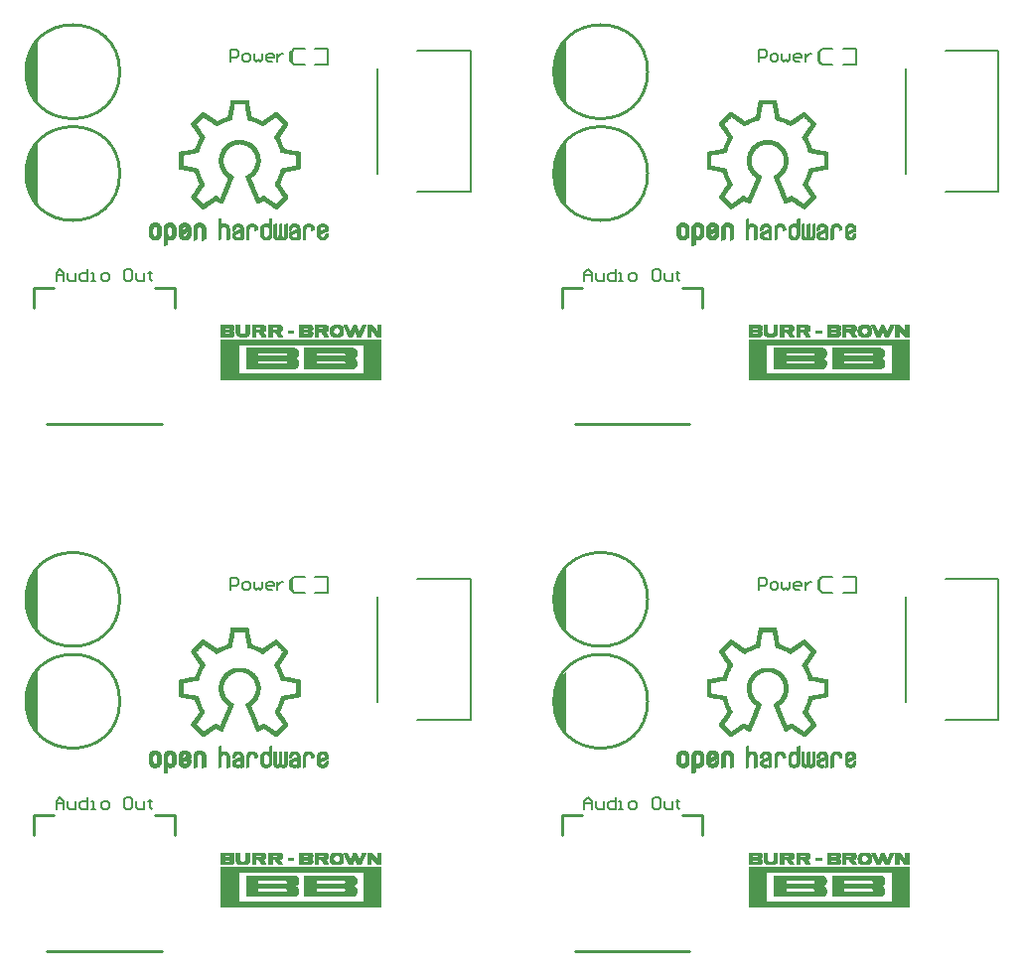
<source format=gto>
%FSLAX25Y25*%
%MOIN*%
G70*
G01*
G75*
G04 Layer_Color=65535*
%ADD10R,0.09843X0.04331*%
%ADD11R,0.03150X0.03150*%
%ADD12C,0.02000*%
%ADD13C,0.01000*%
%ADD14C,0.04000*%
%ADD15C,0.01500*%
%ADD16C,0.03000*%
%ADD17C,0.05906*%
G04:AMPARAMS|DCode=18|XSize=59.06mil|YSize=59.06mil|CornerRadius=14.76mil|HoleSize=0mil|Usage=FLASHONLY|Rotation=180.000|XOffset=0mil|YOffset=0mil|HoleType=Round|Shape=RoundedRectangle|*
%AMROUNDEDRECTD18*
21,1,0.05906,0.02953,0,0,180.0*
21,1,0.02953,0.05906,0,0,180.0*
1,1,0.02953,-0.01476,0.01476*
1,1,0.02953,0.01476,0.01476*
1,1,0.02953,0.01476,-0.01476*
1,1,0.02953,-0.01476,-0.01476*
%
%ADD18ROUNDEDRECTD18*%
%ADD19C,0.03150*%
%ADD20O,0.17716X0.07874*%
%ADD21C,0.03937*%
%ADD22O,0.08000X0.11811*%
G04:AMPARAMS|DCode=23|XSize=98.43mil|YSize=98.43mil|CornerRadius=24.61mil|HoleSize=0mil|Usage=FLASHONLY|Rotation=270.000|XOffset=0mil|YOffset=0mil|HoleType=Round|Shape=RoundedRectangle|*
%AMROUNDEDRECTD23*
21,1,0.09843,0.04921,0,0,270.0*
21,1,0.04921,0.09843,0,0,270.0*
1,1,0.04921,-0.02461,-0.02461*
1,1,0.04921,-0.02461,0.02461*
1,1,0.04921,0.02461,0.02461*
1,1,0.04921,0.02461,-0.02461*
%
%ADD23ROUNDEDRECTD23*%
%ADD24C,0.02500*%
%ADD25R,0.03543X0.03937*%
%ADD26R,0.03937X0.03543*%
%ADD27R,0.07874X0.09449*%
G04:AMPARAMS|DCode=28|XSize=31.5mil|YSize=51.18mil|CornerRadius=7.87mil|HoleSize=0mil|Usage=FLASHONLY|Rotation=270.000|XOffset=0mil|YOffset=0mil|HoleType=Round|Shape=RoundedRectangle|*
%AMROUNDEDRECTD28*
21,1,0.03150,0.03543,0,0,270.0*
21,1,0.01575,0.05118,0,0,270.0*
1,1,0.01575,-0.01772,-0.00787*
1,1,0.01575,-0.01772,0.00787*
1,1,0.01575,0.01772,0.00787*
1,1,0.01575,0.01772,-0.00787*
%
%ADD28ROUNDEDRECTD28*%
G04:AMPARAMS|DCode=29|XSize=31.5mil|YSize=51.18mil|CornerRadius=7.87mil|HoleSize=0mil|Usage=FLASHONLY|Rotation=0.000|XOffset=0mil|YOffset=0mil|HoleType=Round|Shape=RoundedRectangle|*
%AMROUNDEDRECTD29*
21,1,0.03150,0.03543,0,0,0.0*
21,1,0.01575,0.05118,0,0,0.0*
1,1,0.01575,0.00787,-0.01772*
1,1,0.01575,-0.00787,-0.01772*
1,1,0.01575,-0.00787,0.01772*
1,1,0.01575,0.00787,0.01772*
%
%ADD29ROUNDEDRECTD29*%
%ADD30O,0.02165X0.05118*%
%ADD31O,0.05118X0.02165*%
%ADD32C,0.00100*%
%ADD33C,0.00029*%
%ADD34C,0.00787*%
%ADD35C,0.00500*%
G36*
X48766Y113034D02*
X47724Y114008D01*
X46474Y115530D01*
X45546Y117268D01*
X44974Y119153D01*
X44781Y121113D01*
X44829D01*
X44781Y125427D01*
X44974Y127387D01*
X45546Y129272D01*
X46474Y131010D01*
X47724Y132532D01*
X47758Y132498D01*
X48766Y133506D01*
Y113034D01*
D02*
G37*
G36*
Y147234D02*
X47724Y148208D01*
X46474Y149730D01*
X45546Y151468D01*
X44974Y153353D01*
X44781Y155313D01*
X44829D01*
X44781Y159627D01*
X44974Y161588D01*
X45546Y163472D01*
X46474Y165210D01*
X47724Y166732D01*
X47758Y166698D01*
X48766Y167706D01*
Y147234D01*
D02*
G37*
G36*
X225932Y113034D02*
X224889Y114008D01*
X223640Y115530D01*
X222711Y117268D01*
X222139Y119153D01*
X221946Y121113D01*
X221994D01*
X221946Y125427D01*
X222139Y127387D01*
X222711Y129272D01*
X223640Y131010D01*
X224889Y132532D01*
X224923Y132498D01*
X225932Y133506D01*
Y113034D01*
D02*
G37*
G36*
Y147234D02*
X224889Y148208D01*
X223640Y149730D01*
X222711Y151468D01*
X222139Y153353D01*
X221946Y155313D01*
X221994D01*
X221946Y159627D01*
X222139Y161588D01*
X222711Y163472D01*
X223640Y165210D01*
X224889Y166732D01*
X224923Y166698D01*
X225932Y167706D01*
Y147234D01*
D02*
G37*
G36*
X48766Y290199D02*
X47724Y291173D01*
X46474Y292696D01*
X45546Y294433D01*
X44974Y296318D01*
X44781Y298278D01*
X44829D01*
X44781Y302592D01*
X44974Y304553D01*
X45546Y306438D01*
X46474Y308175D01*
X47724Y309698D01*
X47758Y309664D01*
X48766Y310672D01*
Y290199D01*
D02*
G37*
G36*
Y324399D02*
X47724Y325373D01*
X46474Y326896D01*
X45546Y328633D01*
X44974Y330518D01*
X44781Y332478D01*
X44829D01*
X44781Y336792D01*
X44974Y338753D01*
X45546Y340638D01*
X46474Y342375D01*
X47724Y343898D01*
X47758Y343864D01*
X48766Y344872D01*
Y324399D01*
D02*
G37*
G36*
X225932Y290199D02*
X224889Y291173D01*
X223640Y292696D01*
X222711Y294433D01*
X222139Y296318D01*
X221946Y298278D01*
X221994D01*
X221946Y302592D01*
X222139Y304553D01*
X222711Y306438D01*
X223640Y308175D01*
X224889Y309698D01*
X224923Y309664D01*
X225932Y310672D01*
Y290199D01*
D02*
G37*
G36*
Y324399D02*
X224889Y325373D01*
X223640Y326896D01*
X222711Y328633D01*
X222139Y330518D01*
X221946Y332478D01*
X221994D01*
X221946Y336792D01*
X222139Y338753D01*
X222711Y340638D01*
X223640Y342375D01*
X224889Y343898D01*
X224923Y343864D01*
X225932Y344872D01*
Y324399D01*
D02*
G37*
D13*
X76128Y157470D02*
G03*
X76128Y157470I-15748J0D01*
G01*
Y123270D02*
G03*
X76128Y123270I-15748J0D01*
G01*
X47348Y78316D02*
Y85009D01*
X51679Y39340D02*
X90261D01*
X47348Y85009D02*
X54041D01*
X87899D02*
X94592D01*
Y78316D02*
Y85009D01*
X253294Y157470D02*
G03*
X253294Y157470I-15748J0D01*
G01*
Y123270D02*
G03*
X253294Y123270I-15748J0D01*
G01*
X224513Y78316D02*
Y85009D01*
X228844Y39340D02*
X267427D01*
X224513Y85009D02*
X231206D01*
X265065D02*
X271758D01*
Y78316D02*
Y85009D01*
X76128Y334635D02*
G03*
X76128Y334635I-15748J0D01*
G01*
Y300435D02*
G03*
X76128Y300435I-15748J0D01*
G01*
X47348Y255482D02*
Y262175D01*
X51679Y216506D02*
X90261D01*
X47348Y262175D02*
X54041D01*
X87899D02*
X94592D01*
Y255482D02*
Y262175D01*
X253294Y334635D02*
G03*
X253294Y334635I-15748J0D01*
G01*
Y300435D02*
G03*
X253294Y300435I-15748J0D01*
G01*
X224513Y255482D02*
Y262175D01*
X228844Y216506D02*
X267427D01*
X224513Y262175D02*
X231206D01*
X265065D02*
X271758D01*
Y255482D02*
Y262175D01*
D32*
X106335Y140921D02*
X111635D01*
X106135Y114421D02*
X110935D01*
X106235Y114521D02*
X110935D01*
X106335Y114621D02*
X110935D01*
X104135Y142421D02*
X106335D01*
X98235Y102421D02*
X99735D01*
X113835D02*
X114735D01*
X121735Y126421D02*
X122935D01*
X129435Y102421D02*
X130335D01*
X129035Y118421D02*
X130535D01*
X137535Y102421D02*
X138435D01*
X106235Y141021D02*
X108435D01*
X106035Y141121D02*
X108235D01*
X105935Y141221D02*
X108135D01*
X105735Y141321D02*
X107935D01*
X105635Y141421D02*
X107835D01*
X105535Y141521D02*
X107735D01*
X105335Y141621D02*
X107535D01*
X105235Y141721D02*
X107435D01*
X105035Y141821D02*
X107235D01*
X104935Y141921D02*
X107135D01*
X104735Y142021D02*
X106935D01*
X104635Y142121D02*
X106835D01*
X104435Y142221D02*
X106635D01*
X104335Y142321D02*
X106535D01*
X96035Y129821D02*
X98635D01*
X96035Y129921D02*
X99135D01*
X96035Y130021D02*
X99635D01*
X96035Y130121D02*
X100235D01*
X96035Y130221D02*
X100735D01*
X96035Y130321D02*
X101335D01*
X96035Y130421D02*
X101835D01*
X96035Y130521D02*
X102335D01*
X96235Y130621D02*
X102435D01*
X96735Y130721D02*
X102435D01*
X97235Y130821D02*
X102535D01*
X97835Y130921D02*
X102535D01*
X98335Y131021D02*
X102535D01*
X96035Y125321D02*
X100635D01*
X96035Y125421D02*
X100135D01*
X96035Y125521D02*
X99635D01*
X96035Y125621D02*
X99035D01*
X96035Y125721D02*
X98535D01*
X98235Y124521D02*
X102435D01*
X97735Y124621D02*
X102435D01*
X97135Y124721D02*
X102435D01*
X96635Y124821D02*
X102335D01*
X96235Y124921D02*
X102335D01*
X96035Y125021D02*
X102335D01*
X96035Y125121D02*
X101735D01*
X96035Y125221D02*
X101235D01*
X104235Y113121D02*
X106435D01*
X104335Y113221D02*
X106535D01*
X104535Y113321D02*
X106735D01*
X104635Y113421D02*
X106835D01*
X104735Y113521D02*
X106935D01*
X104935Y113621D02*
X107135D01*
X105035Y113721D02*
X107235D01*
X105235Y113821D02*
X107435D01*
X105335Y113921D02*
X107535D01*
X105535Y114021D02*
X107735D01*
X105635Y114121D02*
X107835D01*
X105835Y114221D02*
X108035D01*
X105935Y114321D02*
X108235D01*
X95835Y103621D02*
X98435D01*
X95835Y103721D02*
X98735D01*
X95835Y103821D02*
X98935D01*
X95835Y103921D02*
X99135D01*
X95835Y104021D02*
X99335D01*
X95835Y104121D02*
X99635D01*
X95835Y104221D02*
X99835D01*
X97135Y104321D02*
X99835D01*
X97335Y104421D02*
X99835D01*
X97535Y104521D02*
X99835D01*
X97835Y104621D02*
X99835D01*
X98035Y104721D02*
X99835D01*
X98235Y104821D02*
X99835D01*
X98335Y105421D02*
X99735D01*
X98235Y105521D02*
X99735D01*
X97835Y105621D02*
X99735D01*
X96035Y105721D02*
X99635D01*
X96135Y105821D02*
X99635D01*
X96135Y105921D02*
X99535D01*
X96235Y106021D02*
X99435D01*
X96335Y106121D02*
X99335D01*
X96435Y106221D02*
X99335D01*
X96535Y106321D02*
X99135D01*
X96635Y106421D02*
X99035D01*
X96735Y106521D02*
X98935D01*
X96935Y106621D02*
X98735D01*
X97235Y106721D02*
X98435D01*
X97035Y101221D02*
X98635D01*
X96835Y101321D02*
X98835D01*
X96735Y101421D02*
X98935D01*
X96535Y101521D02*
X99035D01*
X96435Y101621D02*
X99235D01*
X96335Y101721D02*
X99335D01*
X96335Y101821D02*
X99335D01*
X96235Y101921D02*
X99435D01*
X96135Y102021D02*
X99535D01*
X96035Y102121D02*
X99535D01*
X96035Y102221D02*
X99635D01*
X98135Y102321D02*
X99735D01*
X113035Y145921D02*
X114335D01*
X113035Y146021D02*
X114335D01*
X113135Y146121D02*
X114335D01*
X113135Y146221D02*
X114335D01*
X113135Y146321D02*
X114335D01*
X113135Y146421D02*
X114435D01*
X113135Y146521D02*
X114435D01*
X113135Y146621D02*
X114435D01*
X113235Y146721D02*
X114435D01*
X113235Y146821D02*
X119335D01*
X113235Y146921D02*
X119335D01*
X113235Y147021D02*
X119235D01*
X113235Y147121D02*
X119235D01*
X113335Y147221D02*
X119235D01*
X113335Y147321D02*
X119235D01*
X113335Y147421D02*
X119235D01*
X113335Y147521D02*
X119135D01*
X113335Y147621D02*
X119135D01*
X113435Y147721D02*
X119135D01*
X113435Y147821D02*
X119135D01*
X113435Y147921D02*
X119035D01*
X120535Y141021D02*
X123635D01*
X120235Y141121D02*
X123435D01*
X119835Y141221D02*
X123135D01*
X119435Y141321D02*
X122935D01*
X119035Y141421D02*
X122635D01*
X119035Y141521D02*
X122435D01*
X128835Y136821D02*
X130335D01*
X128935Y136921D02*
X130435D01*
X128935Y137021D02*
X130535D01*
X129035Y137121D02*
X130535D01*
X129135Y137221D02*
X130635D01*
X129135Y137321D02*
X130735D01*
X129235Y137421D02*
X130735D01*
X129335Y137521D02*
X130835D01*
X129435Y137621D02*
X130935D01*
X129435Y137721D02*
X130935D01*
X129535Y137821D02*
X131035D01*
X129635Y137921D02*
X131135D01*
X129635Y138021D02*
X131135D01*
X129735Y138121D02*
X131235D01*
X129835Y138221D02*
X131335D01*
X129835Y138321D02*
X131335D01*
X129935Y138421D02*
X131435D01*
X130035Y138521D02*
X131535D01*
X130035Y138621D02*
X131535D01*
X130135Y138721D02*
X131635D01*
X130235Y138821D02*
X131735D01*
X130235Y138921D02*
X131835D01*
X130335Y139021D02*
X131835D01*
X130335Y140621D02*
X132035D01*
X130235Y140721D02*
X131935D01*
X130135Y140821D02*
X131835D01*
X130035Y140921D02*
X131735D01*
X129935Y141021D02*
X131635D01*
X129835Y141121D02*
X131535D01*
X129735Y141221D02*
X131435D01*
X129635Y141321D02*
X131335D01*
X129535Y141421D02*
X131235D01*
X129435Y141521D02*
X131135D01*
X129335Y141621D02*
X131035D01*
X129235Y141721D02*
X130935D01*
X129135Y141821D02*
X130835D01*
X129035Y141921D02*
X130735D01*
X128935Y142021D02*
X130635D01*
X128835Y142121D02*
X130535D01*
X128735Y142221D02*
X130435D01*
X128635Y142321D02*
X130335D01*
X122335Y140321D02*
X125335D01*
X122135Y140421D02*
X125435D01*
X121935Y140521D02*
X125535D01*
X121635Y140621D02*
X125735D01*
X121435Y140721D02*
X125835D01*
X121135Y140821D02*
X126035D01*
X120835Y140921D02*
X126135D01*
X111835Y133021D02*
X114435D01*
X112035Y133121D02*
X114735D01*
X112135Y133221D02*
X115135D01*
X112235Y133321D02*
X116035D01*
X121735Y126521D02*
X123035D01*
X121735Y126621D02*
X123035D01*
X121735Y126821D02*
X123035D01*
X121835Y126921D02*
X123035D01*
X121835Y127021D02*
X123035D01*
X121835Y127121D02*
X123035D01*
X121835Y127221D02*
X123035D01*
X121835Y127321D02*
X123135D01*
X121835Y127421D02*
X123135D01*
X121835Y127521D02*
X123135D01*
X121835Y127621D02*
X123135D01*
X121835Y127721D02*
X123135D01*
X121835Y127821D02*
X123135D01*
X121835Y127921D02*
X123135D01*
X121835Y128021D02*
X123135D01*
X121835Y128121D02*
X123135D01*
X121835Y128221D02*
X123135D01*
X121835Y128321D02*
X123035D01*
X121835Y128421D02*
X123035D01*
X121835Y128521D02*
X123035D01*
X121735Y128621D02*
X123035D01*
X121735Y128721D02*
X123035D01*
X121735Y128821D02*
X123035D01*
X121735Y128921D02*
X123035D01*
X121735Y129021D02*
X123035D01*
X121635Y129121D02*
X122935D01*
X121635Y129221D02*
X122935D01*
X121635Y129321D02*
X122935D01*
X121635Y129421D02*
X122935D01*
X121535Y129521D02*
X122835D01*
X121535Y129621D02*
X122835D01*
X121435Y129721D02*
X122835D01*
X121435Y129821D02*
X122835D01*
X121435Y129921D02*
X122735D01*
X121335Y130021D02*
X122735D01*
X121335Y130121D02*
X122735D01*
X121235Y130221D02*
X122635D01*
X121235Y130321D02*
X122635D01*
X121135Y130421D02*
X122535D01*
X121135Y130521D02*
X122535D01*
X121035Y130621D02*
X122435D01*
X120935Y130721D02*
X122435D01*
X120935Y130821D02*
X122435D01*
X120835Y130921D02*
X122335D01*
X120735Y131021D02*
X122335D01*
X129935Y131321D02*
X132535D01*
X129835Y131421D02*
X132035D01*
X129835Y131521D02*
X131535D01*
X129835Y131621D02*
X131235D01*
X129735Y131721D02*
X131135D01*
X129735Y131821D02*
X131035D01*
X129735Y131921D02*
X131035D01*
X129735Y132021D02*
X130935D01*
X129635Y132121D02*
X130935D01*
X129635Y132221D02*
X130835D01*
X129535Y132321D02*
X130835D01*
X129535Y132421D02*
X130735D01*
X129535Y132521D02*
X130735D01*
X129435Y132621D02*
X130735D01*
X129435Y132721D02*
X130635D01*
X129435Y132821D02*
X130635D01*
X129335Y132921D02*
X130535D01*
X129335Y133021D02*
X130535D01*
X129235Y133121D02*
X130435D01*
X129235Y133221D02*
X130435D01*
X129135Y133321D02*
X130435D01*
X129135Y133421D02*
X130335D01*
X129035Y133521D02*
X130335D01*
X121735Y126721D02*
X123035D01*
X112435Y133421D02*
X120135D01*
X112535Y133521D02*
X119935D01*
X112735Y133621D02*
X119735D01*
X112935Y133721D02*
X119635D01*
X113135Y133821D02*
X119435D01*
X113335Y133921D02*
X119235D01*
X113535Y134021D02*
X119035D01*
X113735Y134121D02*
X118735D01*
X114035Y134221D02*
X118435D01*
X114335Y134321D02*
X118135D01*
X130135Y130521D02*
X136435D01*
X130035Y130621D02*
X136335D01*
X130035Y130721D02*
X135835D01*
X130035Y130821D02*
X135235D01*
X130035Y130921D02*
X134735D01*
X129935Y131021D02*
X134235D01*
X129935Y131121D02*
X133635D01*
X129935Y131221D02*
X133135D01*
X120835Y124521D02*
X122335D01*
X120935Y124621D02*
X122335D01*
X120935Y124721D02*
X122435D01*
X121035Y124821D02*
X122435D01*
X121035Y124921D02*
X122535D01*
X121135Y125021D02*
X122535D01*
X121235Y125121D02*
X122635D01*
X121235Y125221D02*
X122635D01*
X121335Y125321D02*
X122635D01*
X121335Y125421D02*
X122735D01*
X121435Y125521D02*
X122735D01*
X121435Y125621D02*
X122735D01*
X121435Y125721D02*
X122835D01*
X121535Y125821D02*
X122835D01*
X121535Y125921D02*
X122835D01*
X121535Y126021D02*
X122935D01*
X121635Y126121D02*
X122935D01*
X121635Y126221D02*
X122935D01*
X121635Y126321D02*
X122935D01*
X128935Y118521D02*
X130435D01*
X128935Y118621D02*
X130435D01*
X129135Y121621D02*
X130335D01*
X129135Y121721D02*
X130335D01*
X129235Y121821D02*
X130435D01*
X129235Y121921D02*
X130435D01*
X129335Y122021D02*
X130435D01*
X129335Y122121D02*
X130535D01*
X129335Y122221D02*
X130535D01*
X129435Y122321D02*
X130635D01*
X129435Y122421D02*
X130635D01*
X129535Y122521D02*
X130635D01*
X129535Y122621D02*
X130735D01*
X129535Y122721D02*
X130735D01*
X129635Y122821D02*
X130835D01*
X129635Y122921D02*
X130835D01*
X129635Y123021D02*
X130835D01*
X129735Y123121D02*
X130935D01*
X129735Y123221D02*
X130935D01*
X129735Y123321D02*
X131035D01*
X129835Y123421D02*
X131035D01*
X129835Y123521D02*
X131035D01*
X129835Y123621D02*
X131135D01*
X129935Y123721D02*
X131135D01*
X129935Y123821D02*
X131235D01*
X129935Y123921D02*
X131335D01*
X129935Y124021D02*
X131535D01*
X130035Y124121D02*
X132135D01*
X130035Y124221D02*
X132635D01*
X128835Y118721D02*
X130335D01*
X130035Y124321D02*
X133235D01*
X130035Y124421D02*
X133735D01*
X130035Y124521D02*
X134235D01*
X130135Y124621D02*
X134835D01*
X130135Y124721D02*
X135335D01*
X130135Y124821D02*
X135835D01*
X130135Y124921D02*
X136335D01*
X130235Y125021D02*
X136435D01*
X122135Y113421D02*
X122435D01*
X122035Y113521D02*
X122635D01*
X121935Y113621D02*
X122835D01*
X121935Y113721D02*
X123035D01*
X121835Y113821D02*
X123235D01*
X121835Y113921D02*
X123435D01*
X121835Y114021D02*
X123635D01*
X121735Y114121D02*
X123835D01*
X121735Y114221D02*
X123935D01*
X121635Y114321D02*
X124235D01*
X121435Y115021D02*
X122735D01*
X121335Y115121D02*
X122735D01*
X121335Y115221D02*
X122635D01*
X121235Y115321D02*
X122635D01*
X121235Y115421D02*
X122535D01*
X121135Y115521D02*
X122535D01*
X121135Y115621D02*
X122435D01*
X121135Y115721D02*
X122435D01*
X121035Y115821D02*
X122435D01*
X121035Y115921D02*
X122335D01*
X120935Y116021D02*
X122335D01*
X128535Y113121D02*
X130335D01*
X128635Y113221D02*
X130435D01*
X128735Y113321D02*
X130535D01*
X128835Y113421D02*
X130635D01*
X128935Y113521D02*
X130735D01*
X129035Y113621D02*
X130835D01*
X129135Y113721D02*
X130935D01*
X129235Y113821D02*
X131035D01*
X129335Y113921D02*
X131135D01*
X129435Y114021D02*
X131235D01*
X129535Y114121D02*
X131335D01*
X129635Y114221D02*
X131435D01*
X129735Y114321D02*
X131535D01*
X129835Y114421D02*
X131635D01*
X129935Y114521D02*
X131735D01*
X130035Y114621D02*
X131835D01*
X130135Y114721D02*
X131935D01*
X130235Y114821D02*
X132035D01*
X130335Y114921D02*
X132135D01*
X130335Y116521D02*
X131835D01*
X130235Y116621D02*
X131735D01*
X130235Y116721D02*
X131735D01*
X130135Y116821D02*
X131635D01*
X130035Y116921D02*
X131535D01*
X130035Y117021D02*
X131535D01*
X129935Y117121D02*
X131435D01*
X129835Y117221D02*
X131335D01*
X129835Y117321D02*
X131335D01*
X129735Y117421D02*
X131235D01*
X129635Y117521D02*
X131135D01*
X129535Y117621D02*
X131135D01*
X129535Y117721D02*
X131035D01*
X129435Y117821D02*
X130935D01*
X129335Y117921D02*
X130935D01*
X129335Y118021D02*
X130835D01*
X129235Y118121D02*
X130735D01*
X129135Y118221D02*
X130635D01*
X129135Y118321D02*
X130635D01*
X121635Y114421D02*
X126435D01*
X121635Y114521D02*
X126335D01*
X121535Y114621D02*
X126135D01*
X121535Y114721D02*
X126035D01*
X121435Y114821D02*
X125835D01*
X121435Y114921D02*
X125735D01*
X113835Y102521D02*
X114735D01*
X113835Y102621D02*
X114735D01*
X113835Y102821D02*
X114835D01*
X113935Y102921D02*
X114935D01*
X113935Y103021D02*
X115035D01*
X113935Y103121D02*
X115235D01*
X114035Y103221D02*
X115435D01*
X114035Y103321D02*
X115735D01*
X114135Y103421D02*
X115935D01*
X114235Y103521D02*
X116235D01*
X114335Y103621D02*
X116435D01*
X113835Y104421D02*
X114435D01*
X113835Y104521D02*
X114635D01*
X113835Y104621D02*
X114735D01*
X113835Y104721D02*
X114735D01*
X113835Y104821D02*
X114735D01*
X113935Y104921D02*
X114735D01*
X113935Y105021D02*
X114835D01*
X113935Y105121D02*
X114835D01*
X113935Y105221D02*
X114935D01*
X114035Y105321D02*
X115035D01*
X114035Y105421D02*
X115135D01*
X114135Y105521D02*
X115235D01*
X114135Y105621D02*
X115635D01*
X121435Y104621D02*
X122335D01*
X121435Y104721D02*
X122335D01*
X129535Y102521D02*
X130335D01*
X129535Y102621D02*
X130335D01*
X129535Y102821D02*
X130335D01*
X129535Y102921D02*
X130335D01*
X129535Y103021D02*
X130335D01*
X129535Y103121D02*
X130335D01*
X129535Y103221D02*
X130335D01*
X129535Y103321D02*
X130335D01*
X129535Y103421D02*
X130335D01*
X129535Y103521D02*
X130335D01*
X129535Y103621D02*
X130335D01*
X129535Y103721D02*
X130335D01*
X129535Y103821D02*
X130335D01*
X129535Y103921D02*
X130335D01*
X129535Y104021D02*
X130335D01*
X129535Y104121D02*
X130335D01*
X129535Y104221D02*
X130335D01*
X129535Y104321D02*
X130335D01*
X129535Y104421D02*
X130335D01*
X129535Y104521D02*
X130335D01*
X129535Y104621D02*
X130335D01*
X129535Y104721D02*
X130335D01*
X129535Y104821D02*
X130335D01*
X129535Y104921D02*
X130335D01*
X129535Y105021D02*
X130335D01*
X129535Y105121D02*
X130335D01*
X129535Y105221D02*
X130335D01*
X129535Y105321D02*
X130335D01*
X129535Y105421D02*
X130335D01*
X129535Y105521D02*
X130335D01*
X129535Y105621D02*
X130335D01*
X129535Y105721D02*
X130335D01*
X129535Y105821D02*
X130335D01*
X129535Y105921D02*
X130335D01*
X129535Y106021D02*
X130335D01*
X129535Y106121D02*
X130335D01*
X129635Y106221D02*
X130335D01*
X129835Y106321D02*
X130335D01*
X130035Y106421D02*
X130335D01*
X137535Y102521D02*
X138435D01*
X137535Y102621D02*
X138435D01*
X137535Y102821D02*
X138435D01*
X137535Y102921D02*
X138435D01*
X137535Y103021D02*
X138435D01*
X137535Y103121D02*
X138435D01*
X137535Y103221D02*
X138435D01*
X137535Y103321D02*
X138435D01*
X137535Y103421D02*
X138435D01*
X137535Y103521D02*
X138435D01*
X137535Y103621D02*
X138435D01*
X137535Y103721D02*
X138435D01*
X137535Y103821D02*
X138435D01*
X137535Y103921D02*
X138435D01*
X137535Y104021D02*
X138435D01*
X137535Y104121D02*
X138435D01*
X137535Y104221D02*
X138435D01*
X137535Y104321D02*
X138435D01*
X137535Y104421D02*
X138435D01*
X137535Y104521D02*
X138435D01*
X137535Y104621D02*
X138435D01*
X137535Y104721D02*
X138435D01*
X137535Y104821D02*
X138435D01*
X137535Y104921D02*
X138435D01*
X137635Y105021D02*
X138535D01*
X137635Y105121D02*
X138535D01*
X137635Y105221D02*
X138635D01*
X137635Y105321D02*
X138735D01*
X137735Y105421D02*
X138835D01*
X137735Y105521D02*
X138935D01*
X137835Y105621D02*
X139335D01*
X138035Y105921D02*
X140735D01*
X138135Y106021D02*
X140635D01*
X138235Y106121D02*
X140535D01*
X138335Y106221D02*
X140435D01*
X113835Y102721D02*
X114735D01*
X129535D02*
X130335D01*
X137535D02*
X138435D01*
X114235Y105721D02*
X117235D01*
X114335Y105821D02*
X117135D01*
X114335Y105921D02*
X117035D01*
X137835Y105721D02*
X140935D01*
X137935Y105821D02*
X140835D01*
X114335Y101521D02*
X116335D01*
X114235Y101621D02*
X116335D01*
X114135Y101721D02*
X116235D01*
X114035Y101821D02*
X116235D01*
X114035Y101921D02*
X116135D01*
X113935Y102021D02*
X115235D01*
X113935Y102121D02*
X115035D01*
X113935Y102221D02*
X114935D01*
X113835Y102321D02*
X114835D01*
X130235Y101221D02*
X131435D01*
X130035Y101321D02*
X131635D01*
X128035Y101421D02*
X131735D01*
X128035Y101521D02*
X131835D01*
X127935Y101621D02*
X131935D01*
X127835Y101721D02*
X132035D01*
X127835Y101821D02*
X132035D01*
X127735Y101921D02*
X132135D01*
X129235Y102021D02*
X130635D01*
X129335Y102121D02*
X130535D01*
X129435Y102221D02*
X130435D01*
X129435Y102321D02*
X130335D01*
X137535Y101421D02*
X138435D01*
X137535Y101521D02*
X138435D01*
X137535Y101621D02*
X138435D01*
X137535Y101721D02*
X138435D01*
X137535Y101821D02*
X138435D01*
X137535Y101921D02*
X138435D01*
X137535Y102021D02*
X138435D01*
X137535Y102121D02*
X138435D01*
X137535Y102221D02*
X138435D01*
X137535Y102321D02*
X138435D01*
X88335Y102421D02*
X89735D01*
X86035D02*
X87435D01*
X90835D02*
X92435D01*
X95935D02*
X97435D01*
X93335D02*
X94735D01*
X96035Y126421D02*
X97235D01*
X102635Y134421D02*
X103935D01*
X102235Y142421D02*
X104035D01*
X103635Y102421D02*
X104835D01*
X101935Y118421D02*
X103535D01*
X100835Y102421D02*
X102035D01*
X112235Y142421D02*
X113635D01*
X111935Y102421D02*
X112835D01*
X109135D02*
X109935D01*
X111235Y118421D02*
X112535D01*
X109535Y126421D02*
X110835D01*
X118835Y142421D02*
X120235D01*
X114735Y134421D02*
X117735D01*
X118635Y102421D02*
X119435D01*
X119935Y118421D02*
X121335D01*
X116735Y102421D02*
X117535D01*
X128635Y134421D02*
X129935D01*
X128535Y142421D02*
X130235D01*
X126135D02*
X128335D01*
X123435Y102421D02*
X124435D01*
X127635D02*
X128535D01*
X125935D02*
X126935D01*
X131335D02*
X132135D01*
X135635D02*
X136535D01*
X135335Y126421D02*
X136535D01*
X132835Y102421D02*
X133735D01*
X144935D02*
X145935D01*
X142335D02*
X143335D01*
X88435Y102521D02*
X89835D01*
X85935D02*
X87335D01*
X88535Y102621D02*
X89835D01*
X85935D02*
X87235D01*
X88635Y102821D02*
X89835D01*
X85935D02*
X87135D01*
X88635Y102921D02*
X89835D01*
X85935D02*
X87135D01*
X88735Y103021D02*
X89835D01*
X85935D02*
X87035D01*
X88735Y103121D02*
X89835D01*
X85935D02*
X87035D01*
X88735Y103221D02*
X89835D01*
X85935D02*
X87035D01*
X88735Y103321D02*
X89835D01*
X85935D02*
X87035D01*
X88735Y103421D02*
X89835D01*
X85935D02*
X87035D01*
X88735Y103521D02*
X89835D01*
X85935D02*
X87035D01*
X88735Y103621D02*
X89835D01*
X85935D02*
X87035D01*
X88735Y103721D02*
X89835D01*
X85935D02*
X87035D01*
X88735Y103821D02*
X89835D01*
X85935D02*
X87035D01*
X88735Y103921D02*
X89835D01*
X85935D02*
X87035D01*
X88735Y104021D02*
X89835D01*
X85935D02*
X87035D01*
X88735Y104121D02*
X89835D01*
X85935D02*
X87035D01*
X88735Y104221D02*
X89835D01*
X85935D02*
X87035D01*
X88735Y104321D02*
X89835D01*
X85935D02*
X87035D01*
X88735Y104421D02*
X89835D01*
X85935D02*
X87035D01*
X88735Y104521D02*
X89835D01*
X85935D02*
X87035D01*
X88735Y104621D02*
X89835D01*
X85935D02*
X87035D01*
X88735Y104721D02*
X89835D01*
X85935D02*
X87035D01*
X88735Y104821D02*
X89835D01*
X85935D02*
X87035D01*
X88635Y104921D02*
X89835D01*
X85935D02*
X87035D01*
X88635Y105021D02*
X89835D01*
X85935D02*
X87135D01*
X88635Y105121D02*
X89835D01*
X85935D02*
X87135D01*
X88535Y105221D02*
X89835D01*
X85935D02*
X87235D01*
X88535Y105321D02*
X89835D01*
X85935D02*
X87235D01*
X88435Y105421D02*
X89835D01*
X85935D02*
X87335D01*
X88235Y105521D02*
X89735D01*
X86035D02*
X87535D01*
X87935Y105621D02*
X89735D01*
X86035D02*
X87835D01*
X86135Y105721D02*
X89635D01*
X86135Y105821D02*
X89635D01*
X86235Y105921D02*
X89535D01*
X86235Y106021D02*
X89535D01*
X86335Y106121D02*
X89435D01*
X86435Y106221D02*
X89335D01*
X86535Y106321D02*
X89235D01*
X86635Y106421D02*
X89135D01*
X86835Y106521D02*
X88935D01*
X87035Y106621D02*
X88735D01*
X87235Y106721D02*
X88535D01*
X88635Y102721D02*
X89835D01*
X85935D02*
X87135D01*
X87435Y101121D02*
X88335D01*
X87135Y101221D02*
X88635D01*
X86935Y101321D02*
X88835D01*
X86735Y101421D02*
X89035D01*
X86635Y101521D02*
X89135D01*
X86535Y101621D02*
X89235D01*
X86435Y101721D02*
X89335D01*
X86335Y101821D02*
X89435D01*
X86235Y101921D02*
X89535D01*
X86135Y102021D02*
X89635D01*
X86135Y102121D02*
X89635D01*
X86035Y102221D02*
X89735D01*
X88135Y102321D02*
X89735D01*
X86035D02*
X87635D01*
X96035Y126521D02*
X97235D01*
X96035Y126621D02*
X97235D01*
X96035Y126821D02*
X97235D01*
X96035Y126921D02*
X97235D01*
X96035Y127021D02*
X97235D01*
X96035Y127121D02*
X97235D01*
X96035Y127221D02*
X97235D01*
X96035Y127321D02*
X97235D01*
X96035Y127421D02*
X97235D01*
X96035Y127521D02*
X97235D01*
X96035Y127621D02*
X97235D01*
X96035Y127721D02*
X97235D01*
X96035Y127821D02*
X97235D01*
X96035Y127921D02*
X97235D01*
X96035Y128021D02*
X97235D01*
X96035Y128121D02*
X97235D01*
X96035Y128221D02*
X97235D01*
X96035Y128321D02*
X97235D01*
X96035Y128421D02*
X97235D01*
X96035Y128521D02*
X97235D01*
X96035Y128621D02*
X97235D01*
X96035Y128721D02*
X97235D01*
X96035Y128821D02*
X97235D01*
X96035Y128921D02*
X97235D01*
X96035Y129021D02*
X97235D01*
X96035Y129121D02*
X97235D01*
X96035Y129221D02*
X97235D01*
X96035Y129321D02*
X97235D01*
X96035Y129421D02*
X97235D01*
X96035Y129521D02*
X97235D01*
X96035Y129621D02*
X97535D01*
X96035Y129721D02*
X98035D01*
X96035Y126721D02*
X97235D01*
X96035Y125821D02*
X98035D01*
X96035Y125921D02*
X97435D01*
X96035Y126021D02*
X97235D01*
X96035Y126121D02*
X97235D01*
X96035Y126221D02*
X97235D01*
X96035Y126321D02*
X97235D01*
X90835Y102521D02*
X92335D01*
X90835Y102621D02*
X92235D01*
X90835Y102821D02*
X92135D01*
X90835Y102921D02*
X92035D01*
X90835Y103021D02*
X92035D01*
X90835Y103121D02*
X92035D01*
X90835Y103221D02*
X92035D01*
X90835Y103321D02*
X92035D01*
X90835Y103421D02*
X92035D01*
X90835Y103521D02*
X92035D01*
X90835Y103621D02*
X92035D01*
X90835Y103721D02*
X92035D01*
X90835Y103821D02*
X92035D01*
X90835Y103921D02*
X92035D01*
X90835Y104021D02*
X92035D01*
X90835Y104121D02*
X92035D01*
X90835Y104221D02*
X92035D01*
X90835Y104321D02*
X92035D01*
X90835Y104421D02*
X92035D01*
X90835Y104521D02*
X92035D01*
X90835Y104621D02*
X92035D01*
X90835Y104721D02*
X92035D01*
X90835Y104821D02*
X92035D01*
X90835Y104921D02*
X92035D01*
X90835Y105021D02*
X92035D01*
X90935Y105121D02*
X92135D01*
X90935Y105221D02*
X92135D01*
X90935Y105321D02*
X92235D01*
X90935Y105421D02*
X92335D01*
X91035Y105521D02*
X92535D01*
X91035Y105621D02*
X92735D01*
X95935Y102521D02*
X97235D01*
X93435D02*
X94835D01*
X95935Y102621D02*
X97235D01*
X93535D02*
X94835D01*
X95835Y102821D02*
X97135D01*
X93635D02*
X94835D01*
X95835Y102921D02*
X97035D01*
X93635D02*
X94835D01*
X95835Y103021D02*
X97135D01*
X93635D02*
X94835D01*
X95835Y103121D02*
X97335D01*
X93735D02*
X94835D01*
X95835Y103221D02*
X97535D01*
X93735D02*
X94835D01*
X95835Y103321D02*
X97835D01*
X93735D02*
X94835D01*
X95835Y103421D02*
X98035D01*
X93735D02*
X94835D01*
X95835Y103521D02*
X98235D01*
X93735D02*
X94835D01*
X93735Y103621D02*
X94835D01*
X93735Y103721D02*
X94835D01*
X93735Y103821D02*
X94835D01*
X93735Y103921D02*
X94835D01*
X93735Y104021D02*
X94835D01*
X93735Y104121D02*
X94835D01*
X93735Y104221D02*
X94835D01*
X95835Y104321D02*
X97035D01*
X93735D02*
X94835D01*
X95835Y104421D02*
X97035D01*
X93735D02*
X94835D01*
X95835Y104521D02*
X97035D01*
X93735D02*
X94835D01*
X95835Y104621D02*
X97035D01*
X93735D02*
X94835D01*
X95835Y104721D02*
X97035D01*
X93735D02*
X94835D01*
X95835Y104821D02*
X97035D01*
X93635D02*
X94835D01*
X95835Y104921D02*
X97035D01*
X93635D02*
X94835D01*
X95835Y105021D02*
X97035D01*
X93635D02*
X94835D01*
X95835Y105121D02*
X97135D01*
X93635D02*
X94835D01*
X95935Y105221D02*
X97135D01*
X93535D02*
X94835D01*
X95935Y105321D02*
X97235D01*
X93435D02*
X94835D01*
X95935Y105421D02*
X97335D01*
X93335D02*
X94735D01*
X95935Y105521D02*
X97435D01*
X93235D02*
X94735D01*
X96035Y105621D02*
X97735D01*
X90835Y102721D02*
X92135D01*
X95835D02*
X97135D01*
X93535D02*
X94835D01*
X92835Y105621D02*
X94735D01*
X91035Y105721D02*
X94635D01*
X91135Y105821D02*
X94635D01*
X91135Y105921D02*
X94535D01*
X91235Y106021D02*
X94435D01*
X91335Y106121D02*
X94435D01*
X91435Y106221D02*
X94335D01*
X91535Y106321D02*
X94235D01*
X91635Y106421D02*
X94035D01*
X91835Y106521D02*
X93935D01*
X91935Y106621D02*
X93735D01*
X92235Y106721D02*
X93535D01*
X90835Y99321D02*
X91335D01*
X90835Y99421D02*
X91635D01*
X90835Y99521D02*
X91835D01*
X90835Y99621D02*
X92035D01*
X90835Y99721D02*
X92035D01*
X90835Y99821D02*
X92035D01*
X90835Y99921D02*
X92035D01*
X90835Y100021D02*
X92035D01*
X90835Y100121D02*
X92035D01*
X90835Y100221D02*
X92035D01*
X90835Y100321D02*
X92035D01*
X90835Y100421D02*
X92035D01*
X90835Y100521D02*
X92035D01*
X90835Y100621D02*
X92035D01*
X90835Y100721D02*
X92035D01*
X90835Y100821D02*
X92035D01*
X90835Y100921D02*
X92035D01*
X90835Y101021D02*
X92035D01*
X90835Y101121D02*
X92035D01*
X90835Y101221D02*
X92035D01*
X90835Y102321D02*
X92635D01*
X97435Y101121D02*
X98235D01*
X95935Y102321D02*
X97635D01*
X93135D02*
X94735D01*
X92535Y101121D02*
X93335D01*
X92135Y101221D02*
X93635D01*
X90835Y101321D02*
X93835D01*
X90835Y101421D02*
X94035D01*
X90835Y101521D02*
X94135D01*
X90835Y101621D02*
X94235D01*
X90835Y101721D02*
X94335D01*
X90835Y101821D02*
X94435D01*
X90835Y101921D02*
X94535D01*
X90835Y102021D02*
X94535D01*
X90835Y102121D02*
X94635D01*
X90835Y102221D02*
X94635D01*
X102335Y142521D02*
X106235D01*
X102435Y142621D02*
X106135D01*
X102635Y142821D02*
X105835D01*
X102735Y142921D02*
X105635D01*
X102835Y143021D02*
X105535D01*
X102935Y143121D02*
X105335D01*
X103035Y143221D02*
X105235D01*
X103135Y143321D02*
X105035D01*
X103235Y143421D02*
X104935D01*
X103335Y143521D02*
X104735D01*
X103435Y143621D02*
X104635D01*
X103535Y143721D02*
X104435D01*
X103635Y143821D02*
X104335D01*
X103735Y143921D02*
X104235D01*
X102535Y142721D02*
X105935D01*
X102635Y134521D02*
X103935D01*
X102735Y134621D02*
X104035D01*
X102735Y134821D02*
X104135D01*
X102835Y134921D02*
X104235D01*
X102835Y135021D02*
X104235D01*
X102935Y135121D02*
X104335D01*
X102935Y135221D02*
X104435D01*
X103035Y135321D02*
X104435D01*
X103035Y135421D02*
X104535D01*
X103035Y135521D02*
X104535D01*
X103035Y135621D02*
X104535D01*
X102935Y135721D02*
X104435D01*
X102835Y135821D02*
X104335D01*
X102835Y135921D02*
X104335D01*
X102735Y136021D02*
X104235D01*
X102635Y136121D02*
X104135D01*
X102635Y136221D02*
X104135D01*
X102535Y136321D02*
X104035D01*
X102435Y136421D02*
X103935D01*
X102335Y136521D02*
X103935D01*
X102335Y136621D02*
X103835D01*
X102235Y136721D02*
X103735D01*
X102135Y136821D02*
X103735D01*
X102135Y136921D02*
X103635D01*
X102035Y137021D02*
X103535D01*
X101935Y137121D02*
X103435D01*
X101935Y137221D02*
X103435D01*
X101835Y137321D02*
X103335D01*
X101735Y137421D02*
X103235D01*
X101735Y137521D02*
X103235D01*
X101635Y137621D02*
X103135D01*
X101535Y137721D02*
X103035D01*
X101535Y137821D02*
X103035D01*
X101435Y137921D02*
X102935D01*
X101335Y138021D02*
X102835D01*
X101335Y138121D02*
X102835D01*
X101235Y138221D02*
X102735D01*
X101135Y138321D02*
X102635D01*
X101035Y138421D02*
X102635D01*
X101035Y138521D02*
X102535D01*
X100935Y138621D02*
X102435D01*
X100935Y141121D02*
X102735D01*
X101035Y141221D02*
X102835D01*
X101135Y141321D02*
X102935D01*
X101235Y141421D02*
X103035D01*
X101335Y141521D02*
X103135D01*
X101435Y141621D02*
X103235D01*
X101535Y141721D02*
X103335D01*
X101635Y141821D02*
X103435D01*
X101735Y141921D02*
X103535D01*
X101835Y142021D02*
X103635D01*
X101935Y142121D02*
X103735D01*
X102035Y142221D02*
X103835D01*
X102135Y142321D02*
X103935D01*
X102735Y134721D02*
X104035D01*
X100835Y138721D02*
X102435D01*
X100835Y138821D02*
X102335D01*
X100735Y138921D02*
X102235D01*
X100635Y139021D02*
X102135D01*
X100635Y139121D02*
X102135D01*
X100535Y139221D02*
X102035D01*
X100435Y139321D02*
X101935D01*
X100435Y139421D02*
X101935D01*
X100335Y139521D02*
X101835D01*
X100235Y139621D02*
X101735D01*
X100235Y139721D02*
X101735D01*
X100135Y139821D02*
X101635D01*
X100035Y139921D02*
X101535D01*
X100035Y140021D02*
X101635D01*
X100035Y140121D02*
X101735D01*
X100135Y140221D02*
X101835D01*
X100135Y140321D02*
X101935D01*
X100235Y140421D02*
X102035D01*
X100335Y140521D02*
X102135D01*
X100435Y140621D02*
X102235D01*
X100535Y140721D02*
X102335D01*
X100635Y140821D02*
X102435D01*
X100735Y140921D02*
X102535D01*
X100835Y141021D02*
X102635D01*
X101035Y131521D02*
X102735D01*
X101335Y131621D02*
X102735D01*
X101435Y131721D02*
X102735D01*
X101535Y131821D02*
X102735D01*
X101535Y131921D02*
X102835D01*
X101535Y132021D02*
X102835D01*
X101635Y132121D02*
X102835D01*
X101635Y132221D02*
X102935D01*
X101735Y132321D02*
X102935D01*
X101735Y132421D02*
X103035D01*
X101835Y132521D02*
X103035D01*
X101835Y132621D02*
X103035D01*
X101835Y132721D02*
X103135D01*
X101935Y132821D02*
X103135D01*
X101935Y132921D02*
X103135D01*
X102035Y133021D02*
X103235D01*
X102035Y133121D02*
X103235D01*
X102135Y133221D02*
X103335D01*
X102135Y133321D02*
X103335D01*
X102135Y133421D02*
X103435D01*
X102235Y133521D02*
X103435D01*
X102235Y133621D02*
X103535D01*
X102335Y133721D02*
X103535D01*
X102335Y133821D02*
X103635D01*
X102435Y133921D02*
X103635D01*
X102435Y134021D02*
X103735D01*
X102435Y134121D02*
X103735D01*
X102535Y134221D02*
X103835D01*
X102535Y134321D02*
X103835D01*
X98835Y131121D02*
X102535D01*
X99435Y131221D02*
X102635D01*
X99935Y131321D02*
X102635D01*
X100535Y131421D02*
X102635D01*
X102035Y118521D02*
X103535D01*
X102135Y118621D02*
X103635D01*
X102235Y118821D02*
X103735D01*
X102335Y118921D02*
X103835D01*
X102435Y119021D02*
X103935D01*
X102435Y119121D02*
X103935D01*
X102535Y119221D02*
X104035D01*
X102635Y119321D02*
X104135D01*
X102635Y119421D02*
X104135D01*
X102735Y119521D02*
X104235D01*
X102835Y119621D02*
X104335D01*
X102835Y119721D02*
X104335D01*
X102935Y119821D02*
X104435D01*
X102835Y119921D02*
X104335D01*
X102835Y120021D02*
X104235D01*
X102835Y120121D02*
X104235D01*
X102735Y120221D02*
X104135D01*
X102735Y120321D02*
X104135D01*
X102735Y120421D02*
X104035D01*
X102635Y120521D02*
X104035D01*
X102635Y120621D02*
X103935D01*
X102535Y120721D02*
X103835D01*
X102535Y120821D02*
X103835D01*
X102535Y120921D02*
X103735D01*
X102435Y121021D02*
X103735D01*
X102435Y121121D02*
X103635D01*
X102335Y121221D02*
X103635D01*
X102335Y121321D02*
X103535D01*
X102335Y121421D02*
X103535D01*
X102235Y121521D02*
X103435D01*
X102235Y121621D02*
X103435D01*
X102135Y121721D02*
X103335D01*
X102135Y121821D02*
X103335D01*
X102135Y121921D02*
X103235D01*
X102035Y122021D02*
X103235D01*
X102035Y122121D02*
X103235D01*
X101935Y122221D02*
X103135D01*
X101935Y122321D02*
X103135D01*
X101935Y122421D02*
X103035D01*
X101835Y122521D02*
X103035D01*
X101835Y122621D02*
X103035D01*
X101735Y122721D02*
X102935D01*
X101735Y122821D02*
X102935D01*
X101735Y122921D02*
X102935D01*
X101635Y123021D02*
X102835D01*
X101635Y123121D02*
X102835D01*
X101535Y123221D02*
X102835D01*
X101535Y123321D02*
X102735D01*
X101535Y123421D02*
X102735D01*
X101435Y123521D02*
X102735D01*
X101435Y123621D02*
X102635D01*
X101335Y123721D02*
X102635D01*
X101335Y123821D02*
X102635D01*
X101235Y123921D02*
X102635D01*
X100935Y124021D02*
X102535D01*
X102235Y118721D02*
X103735D01*
X100435Y124121D02*
X102535D01*
X99835Y124221D02*
X102535D01*
X99335Y124321D02*
X102535D01*
X98835Y124421D02*
X102435D01*
X103735Y111621D02*
X104235D01*
X103635Y111721D02*
X104335D01*
X103535Y111821D02*
X104535D01*
X103435Y111921D02*
X104635D01*
X103335Y112021D02*
X104835D01*
X103235Y112121D02*
X104935D01*
X103135Y112221D02*
X105135D01*
X103035Y112321D02*
X105235D01*
X102935Y112421D02*
X105335D01*
X102835Y112521D02*
X105535D01*
X102735Y112621D02*
X105635D01*
X102635Y112721D02*
X105835D01*
X102535Y112821D02*
X105935D01*
X102435Y112921D02*
X106135D01*
X102335Y113021D02*
X106235D01*
X102235Y113121D02*
X104035D01*
X102135Y113221D02*
X103935D01*
X102035Y113321D02*
X103835D01*
X101935Y113421D02*
X103735D01*
X101835Y113521D02*
X103635D01*
X101735Y113621D02*
X103535D01*
X101635Y113721D02*
X103435D01*
X101535Y113821D02*
X103335D01*
X101435Y113921D02*
X103235D01*
X101335Y114021D02*
X103135D01*
X101235Y114121D02*
X103035D01*
X101135Y114221D02*
X102935D01*
X101035Y114321D02*
X102835D01*
X100935Y114421D02*
X102735D01*
X100935Y116921D02*
X102435D01*
X101035Y117021D02*
X102535D01*
X101135Y117121D02*
X102635D01*
X101135Y117221D02*
X102635D01*
X101235Y117321D02*
X102735D01*
X101335Y117421D02*
X102835D01*
X101335Y117521D02*
X102835D01*
X101435Y117621D02*
X102935D01*
X101535Y117721D02*
X103035D01*
X101535Y117821D02*
X103035D01*
X101635Y117921D02*
X103135D01*
X101735Y118021D02*
X103235D01*
X101735Y118121D02*
X103335D01*
X101835Y118221D02*
X103335D01*
X101935Y118321D02*
X103435D01*
X100835Y114521D02*
X102635D01*
X100735Y114621D02*
X102535D01*
X100635Y114721D02*
X102435D01*
X100535Y114821D02*
X102335D01*
X100435Y114921D02*
X102235D01*
X100335Y115021D02*
X102135D01*
X100235Y115121D02*
X102035D01*
X100135Y115221D02*
X101935D01*
X100135Y115321D02*
X101835D01*
X100035Y115421D02*
X101735D01*
X100035Y115521D02*
X101635D01*
X100035Y115621D02*
X101535D01*
X100135Y115721D02*
X101635D01*
X100235Y115821D02*
X101735D01*
X100235Y115921D02*
X101735D01*
X100335Y116021D02*
X101835D01*
X100435Y116121D02*
X101935D01*
X100435Y116221D02*
X102035D01*
X100535Y116321D02*
X102035D01*
X100635Y116421D02*
X102135D01*
X100635Y116521D02*
X102235D01*
X100735Y116621D02*
X102235D01*
X100835Y116721D02*
X102335D01*
X100835Y116821D02*
X102435D01*
X98435Y102521D02*
X99735D01*
X98535Y102621D02*
X99835D01*
X98635Y102821D02*
X99835D01*
X98635Y102921D02*
X99835D01*
X98635Y103021D02*
X99835D01*
X98635Y103121D02*
X99835D01*
X98635Y103221D02*
X99835D01*
X98735Y103321D02*
X99835D01*
X98935Y103421D02*
X99835D01*
X99135Y103521D02*
X99835D01*
X99435Y103621D02*
X99835D01*
X99635Y103721D02*
X99835D01*
X98435Y104921D02*
X99835D01*
X98635Y105021D02*
X99835D01*
X98635Y105121D02*
X99835D01*
X98535Y105221D02*
X99835D01*
X98435Y105321D02*
X99835D01*
X103635Y102521D02*
X104835D01*
X103635Y102621D02*
X104835D01*
X103635Y102821D02*
X104835D01*
X103635Y102921D02*
X104835D01*
X103635Y103021D02*
X104835D01*
X103635Y103121D02*
X104835D01*
X103635Y103221D02*
X104835D01*
X103635Y103321D02*
X104835D01*
X103635Y103421D02*
X104835D01*
X103635Y103521D02*
X104835D01*
X103635Y103621D02*
X104835D01*
X103635Y103721D02*
X104835D01*
X103635Y103821D02*
X104835D01*
X103635Y103921D02*
X104835D01*
X103635Y104021D02*
X104835D01*
X103635Y104121D02*
X104835D01*
X103635Y104221D02*
X104835D01*
X103635Y104321D02*
X104835D01*
X103635Y104421D02*
X104835D01*
X103635Y104521D02*
X104835D01*
X103635Y104621D02*
X104835D01*
X103635Y104721D02*
X104835D01*
X103635Y104821D02*
X104835D01*
X103635Y104921D02*
X104835D01*
X103635Y105021D02*
X104835D01*
X103535Y105121D02*
X104835D01*
X103535Y105221D02*
X104835D01*
X103435Y105321D02*
X104735D01*
X100935D02*
X102235D01*
X103335Y105421D02*
X104735D01*
X100935D02*
X102335D01*
X103235Y105521D02*
X104735D01*
X100935D02*
X102435D01*
X102935Y105621D02*
X104635D01*
X100935D02*
X102835D01*
X101035Y105721D02*
X104635D01*
X101135Y105821D02*
X104535D01*
X101135Y105921D02*
X104535D01*
X101235Y106021D02*
X104435D01*
X101335Y106121D02*
X104335D01*
X101335Y106221D02*
X104235D01*
X101535Y106321D02*
X104135D01*
X101635Y106421D02*
X104035D01*
X101735Y106521D02*
X103935D01*
X101935Y106621D02*
X103735D01*
X102235Y106721D02*
X103435D01*
X98535Y102721D02*
X99835D01*
X103635D02*
X104835D01*
X100835Y102521D02*
X102035D01*
X100835Y102621D02*
X102035D01*
X100835Y102821D02*
X102035D01*
X100835Y102921D02*
X102035D01*
X100835Y103021D02*
X102035D01*
X100835Y103121D02*
X102035D01*
X100835Y103221D02*
X102035D01*
X100835Y103321D02*
X102035D01*
X100835Y103421D02*
X102035D01*
X100835Y103521D02*
X102035D01*
X100835Y103621D02*
X102035D01*
X100835Y103721D02*
X102035D01*
X100835Y103821D02*
X102035D01*
X100835Y103921D02*
X102035D01*
X100835Y104021D02*
X102035D01*
X100835Y104121D02*
X102035D01*
X100835Y104221D02*
X102035D01*
X100835Y104321D02*
X102035D01*
X100835Y104421D02*
X102035D01*
X100835Y104521D02*
X102035D01*
X100835Y104621D02*
X102035D01*
X100835Y104721D02*
X102035D01*
X100835Y104821D02*
X102035D01*
X100835Y104921D02*
X102035D01*
X100835Y105021D02*
X102035D01*
X100835Y105121D02*
X102035D01*
X100835Y105221D02*
X102135D01*
X100835Y102721D02*
X102035D01*
X103635Y101021D02*
X103835D01*
X103635Y101121D02*
X104035D01*
X103635Y101221D02*
X104235D01*
X103635Y101321D02*
X104435D01*
X103635Y101421D02*
X104735D01*
X103635Y101521D02*
X104835D01*
X103635Y101621D02*
X104835D01*
X103635Y101721D02*
X104835D01*
X103635Y101821D02*
X104835D01*
X103635Y101921D02*
X104835D01*
X103635Y102021D02*
X104835D01*
X103635Y102121D02*
X104835D01*
X103635Y102221D02*
X104835D01*
X103635Y102321D02*
X104835D01*
X100835Y101021D02*
X100935D01*
X100835Y101121D02*
X101235D01*
X100835Y101221D02*
X101435D01*
X100835Y101321D02*
X101635D01*
X100835Y101421D02*
X101835D01*
X100835Y101521D02*
X102035D01*
X100835Y101621D02*
X102035D01*
X100835Y101721D02*
X102035D01*
X100835Y101821D02*
X102035D01*
X100835Y101921D02*
X102035D01*
X100835Y102021D02*
X102035D01*
X100835Y102121D02*
X102035D01*
X100835Y102221D02*
X102035D01*
X100835Y102321D02*
X102035D01*
X112335Y142521D02*
X113635D01*
X112435Y142621D02*
X113735D01*
X112435Y142821D02*
X113735D01*
X112535Y142921D02*
X113735D01*
X112535Y143021D02*
X113735D01*
X112535Y143121D02*
X113735D01*
X112535Y143221D02*
X113835D01*
X112535Y143321D02*
X113835D01*
X112635Y143421D02*
X113835D01*
X112635Y143521D02*
X113835D01*
X112635Y143621D02*
X113835D01*
X112635Y143721D02*
X113935D01*
X112635Y143821D02*
X113935D01*
X112635Y143921D02*
X113935D01*
X112735Y144021D02*
X113935D01*
X112735Y144121D02*
X113935D01*
X112735Y144221D02*
X113935D01*
X112735Y144321D02*
X114035D01*
X112735Y144421D02*
X114035D01*
X112835Y144521D02*
X114035D01*
X112835Y144621D02*
X114035D01*
X112835Y144721D02*
X114035D01*
X112835Y144821D02*
X114135D01*
X112835Y144921D02*
X114135D01*
X112835Y145021D02*
X114135D01*
X112935Y145121D02*
X114135D01*
X112935Y145221D02*
X114135D01*
X112935Y145321D02*
X114235D01*
X112935Y145421D02*
X114235D01*
X112935Y145521D02*
X114235D01*
X113035Y145621D02*
X114235D01*
X113035Y145721D02*
X114235D01*
X113035Y145821D02*
X114235D01*
X112435Y142721D02*
X113735D01*
X108435Y139521D02*
X108735D01*
X109135Y141121D02*
X112235D01*
X109335Y141221D02*
X112635D01*
X109635Y141321D02*
X113035D01*
X109835Y141421D02*
X113435D01*
X110135Y141521D02*
X113435D01*
X110335Y141621D02*
X113535D01*
X110635Y141721D02*
X113535D01*
X110835Y141821D02*
X113535D01*
X111135Y141921D02*
X113535D01*
X111335Y142021D02*
X113535D01*
X111535Y142121D02*
X113635D01*
X111835Y142221D02*
X113635D01*
X112035Y142321D02*
X113635D01*
X108235Y139621D02*
X108935D01*
X108135Y139721D02*
X109135D01*
X107935Y139821D02*
X109235D01*
X107835Y139921D02*
X109435D01*
X107635Y140021D02*
X109635D01*
X107535Y140121D02*
X109835D01*
X107335Y140221D02*
X110035D01*
X107235Y140321D02*
X110235D01*
X107135Y140421D02*
X110435D01*
X106935Y140521D02*
X110635D01*
X106835Y140621D02*
X110835D01*
X106635Y140721D02*
X111135D01*
X106535Y140821D02*
X111435D01*
X108835Y141021D02*
X111935D01*
X109535Y126521D02*
X110835D01*
X109535Y126621D02*
X110835D01*
X109435Y126821D02*
X110735D01*
X109435Y126921D02*
X110735D01*
X109435Y127021D02*
X110735D01*
X109435Y127121D02*
X110735D01*
X109435Y127221D02*
X110735D01*
X109435Y127321D02*
X110735D01*
X109435Y127421D02*
X110735D01*
X109435Y127521D02*
X110635D01*
X109435Y127621D02*
X110635D01*
X109435Y127721D02*
X110635D01*
X109435Y127821D02*
X110635D01*
X109435Y127921D02*
X110635D01*
X109435Y128021D02*
X110635D01*
X109435Y128121D02*
X110735D01*
X109435Y128221D02*
X110735D01*
X109435Y128321D02*
X110735D01*
X109435Y128421D02*
X110735D01*
X109435Y128521D02*
X110735D01*
X109435Y128621D02*
X110735D01*
X109535Y128721D02*
X110735D01*
X109535Y128821D02*
X110735D01*
X109535Y128921D02*
X110835D01*
X109535Y129021D02*
X110835D01*
X109535Y129121D02*
X110835D01*
X109535Y129221D02*
X110835D01*
X109635Y129321D02*
X110935D01*
X109635Y129421D02*
X110935D01*
X109635Y129521D02*
X110935D01*
X109635Y129621D02*
X111035D01*
X109735Y129721D02*
X111035D01*
X109735Y129821D02*
X111035D01*
X109735Y129921D02*
X111135D01*
X109835Y130021D02*
X111135D01*
X109835Y130121D02*
X111235D01*
X109835Y130221D02*
X111235D01*
X109935Y130321D02*
X111335D01*
X109935Y130421D02*
X111335D01*
X110035Y130521D02*
X111435D01*
X110035Y130621D02*
X111535D01*
X110135Y130721D02*
X111535D01*
X110135Y130821D02*
X111635D01*
X110235Y130921D02*
X111635D01*
X110235Y131021D02*
X111735D01*
X110335Y131121D02*
X111835D01*
X110335Y131221D02*
X111935D01*
X110435Y131321D02*
X112035D01*
X110435Y131421D02*
X112035D01*
X110535Y131521D02*
X112135D01*
X110635Y131621D02*
X112235D01*
X110635Y131721D02*
X112335D01*
X110735Y131821D02*
X112435D01*
X110835Y131921D02*
X112535D01*
X110935Y132021D02*
X112735D01*
X110935Y132121D02*
X112835D01*
X111035Y132221D02*
X112935D01*
X111135Y132321D02*
X113035D01*
X111235Y132421D02*
X113235D01*
X111335Y132521D02*
X113435D01*
X111435Y132621D02*
X113535D01*
X111535Y132721D02*
X113735D01*
X111635Y132821D02*
X113935D01*
X111735Y132921D02*
X114235D01*
X109535Y126721D02*
X110735D01*
X111235Y118521D02*
X112635D01*
X111335Y118621D02*
X112635D01*
X111335Y118821D02*
X112735D01*
X111435Y118921D02*
X112735D01*
X111435Y119021D02*
X112835D01*
X111535Y119121D02*
X112835D01*
X111535Y119221D02*
X112835D01*
X111535Y119321D02*
X112935D01*
X111635Y119421D02*
X112935D01*
X111635Y119521D02*
X113035D01*
X111735Y119621D02*
X113035D01*
X111735Y119721D02*
X113035D01*
X111835Y119821D02*
X113135D01*
X111835Y119921D02*
X113135D01*
X111835Y120021D02*
X113235D01*
X111935Y120121D02*
X113235D01*
X111935Y120221D02*
X113335D01*
X112035Y120321D02*
X113335D01*
X112035Y120421D02*
X113335D01*
X112035Y120521D02*
X113435D01*
X112135Y120621D02*
X113435D01*
X112135Y120721D02*
X113535D01*
X112235Y120821D02*
X113535D01*
X112235Y120921D02*
X113535D01*
X112235Y121021D02*
X113635D01*
X112335Y121121D02*
X113635D01*
X112335Y121221D02*
X113735D01*
X112435Y121321D02*
X113735D01*
X112435Y121421D02*
X113835D01*
X112535Y121521D02*
X113835D01*
X112535Y121621D02*
X113835D01*
X112535Y121721D02*
X113935D01*
X112635Y121821D02*
X113935D01*
X112635Y121921D02*
X114035D01*
X112435Y122021D02*
X114035D01*
X112335Y122121D02*
X114035D01*
X112235Y122221D02*
X114135D01*
X112035Y122321D02*
X114135D01*
X111935Y122421D02*
X114035D01*
X111835Y122521D02*
X114035D01*
X111735Y122621D02*
X113835D01*
X111635Y122721D02*
X113735D01*
X111535Y122821D02*
X113535D01*
X111335Y122921D02*
X113435D01*
X111235Y123021D02*
X113235D01*
X111235Y123121D02*
X113135D01*
X111135Y123221D02*
X113035D01*
X111035Y123321D02*
X112835D01*
X110935Y123421D02*
X112735D01*
X110835Y123521D02*
X112635D01*
X110735Y123621D02*
X112535D01*
X110735Y123721D02*
X112435D01*
X110635Y123821D02*
X112335D01*
X110535Y123921D02*
X112235D01*
X110535Y124021D02*
X112135D01*
X110435Y124121D02*
X112035D01*
X110335Y124221D02*
X111935D01*
X110335Y124321D02*
X111835D01*
X110235Y124421D02*
X111735D01*
X110235Y124521D02*
X111735D01*
X110135Y124621D02*
X111635D01*
X110135Y124721D02*
X111535D01*
X110035Y124821D02*
X111535D01*
X110035Y124921D02*
X111435D01*
X109935Y125021D02*
X111335D01*
X109935Y125121D02*
X111335D01*
X109935Y125221D02*
X111335D01*
X109835Y125321D02*
X111235D01*
X109835Y125421D02*
X111235D01*
X109735Y125521D02*
X111135D01*
X109735Y125621D02*
X111135D01*
X109735Y125721D02*
X111035D01*
X109635Y125821D02*
X111035D01*
X109635Y125921D02*
X111035D01*
X109635Y126021D02*
X110935D01*
X109635Y126121D02*
X110935D01*
X109635Y126221D02*
X110935D01*
X109535Y126321D02*
X110835D01*
X111335Y118721D02*
X112635D01*
X107835Y115621D02*
X108635D01*
X107935Y115721D02*
X108535D01*
X108135Y115821D02*
X108335D01*
X110035Y113421D02*
X110435D01*
X109835Y113521D02*
X110535D01*
X109635Y113621D02*
X110535D01*
X109435Y113721D02*
X110635D01*
X109235Y113821D02*
X110635D01*
X109035Y113921D02*
X110735D01*
X108935Y114021D02*
X110735D01*
X109835Y115021D02*
X111135D01*
X109835Y115121D02*
X111135D01*
X109835Y115221D02*
X111235D01*
X109935Y115321D02*
X111235D01*
X109935Y115421D02*
X111335D01*
X110035Y115521D02*
X111335D01*
X110035Y115621D02*
X111435D01*
X110135Y115721D02*
X111435D01*
X110135Y115821D02*
X111435D01*
X110135Y115921D02*
X111535D01*
X110235Y116021D02*
X111535D01*
X110235Y116121D02*
X111635D01*
X110335Y116221D02*
X111635D01*
X110335Y116321D02*
X111635D01*
X110335Y116421D02*
X111735D01*
X110435Y116521D02*
X111735D01*
X110435Y116621D02*
X111835D01*
X110535Y116721D02*
X111835D01*
X110535Y116821D02*
X111935D01*
X110635Y116921D02*
X111935D01*
X110635Y117021D02*
X111935D01*
X110635Y117121D02*
X112035D01*
X110735Y117221D02*
X112035D01*
X110735Y117321D02*
X112135D01*
X110835Y117421D02*
X112135D01*
X110835Y117521D02*
X112135D01*
X110835Y117621D02*
X112235D01*
X110935Y117721D02*
X112235D01*
X110935Y117821D02*
X112335D01*
X111035Y117921D02*
X112335D01*
X111035Y118021D02*
X112335D01*
X111035Y118121D02*
X112435D01*
X111135Y118221D02*
X112435D01*
X111135Y118321D02*
X112535D01*
X108735Y114121D02*
X110735D01*
X108535Y114221D02*
X110835D01*
X108335Y114321D02*
X110835D01*
X106535Y114721D02*
X111035D01*
X106635Y114821D02*
X111035D01*
X106835Y114921D02*
X111135D01*
X106935Y115021D02*
X109635D01*
X107135Y115121D02*
X109435D01*
X107235Y115221D02*
X109335D01*
X107435Y115321D02*
X109135D01*
X107535Y115421D02*
X108935D01*
X107735Y115521D02*
X108835D01*
X111935Y102521D02*
X112835D01*
X109135D02*
X109935D01*
X111935Y102621D02*
X112835D01*
X109135D02*
X109935D01*
X111935Y102821D02*
X112835D01*
X109135D02*
X109935D01*
X111935Y102921D02*
X112835D01*
X109135D02*
X109935D01*
X111935Y103021D02*
X112835D01*
X109135D02*
X109935D01*
X111935Y103121D02*
X112835D01*
X109135D02*
X109935D01*
X111935Y103221D02*
X112835D01*
X109135D02*
X109935D01*
X111935Y103321D02*
X112835D01*
X109135D02*
X109935D01*
X111935Y103421D02*
X112835D01*
X109135D02*
X109935D01*
X111935Y103521D02*
X112835D01*
X109135D02*
X109935D01*
X111935Y103621D02*
X112835D01*
X109135D02*
X109935D01*
X111935Y103721D02*
X112835D01*
X109135D02*
X109935D01*
X111935Y103821D02*
X112835D01*
X109135D02*
X109935D01*
X111935Y103921D02*
X112835D01*
X109135D02*
X109935D01*
X111935Y104021D02*
X112835D01*
X109135D02*
X109935D01*
X111935Y104121D02*
X112835D01*
X109135D02*
X109935D01*
X113835Y104221D02*
X113935D01*
X111935D02*
X112835D01*
X109135D02*
X109935D01*
X113835Y104321D02*
X114235D01*
X111935D02*
X112835D01*
X109135D02*
X109935D01*
X111935Y104421D02*
X112835D01*
X109135D02*
X109935D01*
X111935Y104521D02*
X112835D01*
X109135D02*
X109935D01*
X111935Y104621D02*
X112835D01*
X109135D02*
X109935D01*
X111935Y104721D02*
X112835D01*
X109135D02*
X110035D01*
X111935Y104821D02*
X112835D01*
X109135D02*
X110035D01*
X111935Y104921D02*
X112835D01*
X109135D02*
X110035D01*
X111835Y105021D02*
X112735D01*
X109135D02*
X110035D01*
X111835Y105121D02*
X112735D01*
X109135D02*
X110135D01*
X111735Y105221D02*
X112735D01*
X109135D02*
X110235D01*
X111635Y105321D02*
X112735D01*
X109135D02*
X110235D01*
X111535Y105421D02*
X112635D01*
X109135D02*
X110435D01*
X111435Y105521D02*
X112635D01*
X109135D02*
X110535D01*
X111035Y105621D02*
X112535D01*
X109135D02*
X110935D01*
X109135Y105721D02*
X112535D01*
X109135Y105821D02*
X112435D01*
X109135Y105921D02*
X112335D01*
X109135Y106021D02*
X112235D01*
X109135Y106121D02*
X112135D01*
X109135Y106221D02*
X112035D01*
X110135Y106321D02*
X111835D01*
X109135D02*
X109935D01*
X110335Y106421D02*
X111535D01*
X109135D02*
X109935D01*
X109135Y106521D02*
X109935D01*
X109135Y106621D02*
X109935D01*
X109135Y106721D02*
X109935D01*
X109135Y106821D02*
X109935D01*
X109135Y106921D02*
X109935D01*
X109135Y107021D02*
X109935D01*
X109135Y107121D02*
X109935D01*
X109135Y107221D02*
X109935D01*
X109135Y107321D02*
X109935D01*
X109135Y107421D02*
X109935D01*
X109135Y107521D02*
X109935D01*
X109135Y107621D02*
X109935D01*
X109135Y107721D02*
X109935D01*
X109135Y107821D02*
X109935D01*
X109135Y107921D02*
X109935D01*
X109135Y108021D02*
X109935D01*
X109335Y108121D02*
X109935D01*
X109535Y108221D02*
X109935D01*
X109735Y108321D02*
X109935D01*
X111935Y102721D02*
X112835D01*
X109135D02*
X109935D01*
X111935Y101121D02*
X112135D01*
X109135D02*
X109335D01*
X111935Y101221D02*
X112335D01*
X109135D02*
X109535D01*
X111935Y101321D02*
X112535D01*
X109135D02*
X109735D01*
X111935Y101421D02*
X112835D01*
X109135D02*
X109935D01*
X111935Y101521D02*
X112835D01*
X109135D02*
X109935D01*
X111935Y101621D02*
X112835D01*
X109135D02*
X109935D01*
X111935Y101721D02*
X112835D01*
X109135D02*
X109935D01*
X111935Y101821D02*
X112835D01*
X109135D02*
X109935D01*
X111935Y101921D02*
X112835D01*
X109135D02*
X109935D01*
X111935Y102021D02*
X112835D01*
X109135D02*
X109935D01*
X111935Y102121D02*
X112835D01*
X109135D02*
X109935D01*
X111935Y102221D02*
X112835D01*
X109135D02*
X109935D01*
X111935Y102321D02*
X112835D01*
X109135D02*
X109935D01*
X118835Y142521D02*
X120135D01*
X118835Y142621D02*
X120135D01*
X118835Y142821D02*
X120035D01*
X118835Y142921D02*
X120035D01*
X118735Y143021D02*
X120035D01*
X118735Y143121D02*
X120035D01*
X118735Y143221D02*
X119935D01*
X118735Y143321D02*
X119935D01*
X118735Y143421D02*
X119935D01*
X118635Y143521D02*
X119935D01*
X118635Y143621D02*
X119935D01*
X118635Y143721D02*
X119935D01*
X118635Y143821D02*
X119835D01*
X118635Y143921D02*
X119835D01*
X118535Y144021D02*
X119835D01*
X118535Y144121D02*
X119835D01*
X118535Y144221D02*
X119835D01*
X118535Y144321D02*
X119735D01*
X118535Y144421D02*
X119735D01*
X118535Y144521D02*
X119735D01*
X118435Y144621D02*
X119735D01*
X118435Y144721D02*
X119735D01*
X118435Y144821D02*
X119635D01*
X118435Y144921D02*
X119635D01*
X118435Y145021D02*
X119635D01*
X118335Y145121D02*
X119635D01*
X118335Y145221D02*
X119635D01*
X118335Y145321D02*
X119635D01*
X118335Y145421D02*
X119535D01*
X118335Y145521D02*
X119535D01*
X118235Y145621D02*
X119535D01*
X118235Y145721D02*
X119535D01*
X118235Y145821D02*
X119535D01*
X118235Y145921D02*
X119435D01*
X118235Y146021D02*
X119435D01*
X118235Y146121D02*
X119435D01*
X118135Y146221D02*
X119435D01*
X118135Y146321D02*
X119435D01*
X118135Y146421D02*
X119335D01*
X118135Y146521D02*
X119335D01*
X118135Y146621D02*
X119335D01*
X118035Y146721D02*
X119335D01*
X118835Y142721D02*
X120035D01*
X119035Y141621D02*
X122135D01*
X119035Y141721D02*
X121935D01*
X119035Y141821D02*
X121735D01*
X118935Y141921D02*
X121435D01*
X118935Y142021D02*
X121235D01*
X118935Y142121D02*
X120935D01*
X118935Y142221D02*
X120735D01*
X118935Y142321D02*
X120435D01*
X115335Y134521D02*
X117235D01*
X120735Y131121D02*
X122235D01*
X120635Y131221D02*
X122135D01*
X120535Y131321D02*
X122135D01*
X120435Y131421D02*
X122035D01*
X120335Y131521D02*
X122035D01*
X120235Y131621D02*
X121935D01*
X120135Y131721D02*
X121835D01*
X120035Y131821D02*
X121735D01*
X119935Y131921D02*
X121735D01*
X119835Y132021D02*
X121635D01*
X119735Y132121D02*
X121535D01*
X119535Y132221D02*
X121435D01*
X119435Y132321D02*
X121335D01*
X119335Y132421D02*
X121235D01*
X119135Y132521D02*
X121135D01*
X118935Y132621D02*
X121135D01*
X118735Y132721D02*
X120935D01*
X118535Y132821D02*
X120835D01*
X118335Y132921D02*
X120735D01*
X118035Y133021D02*
X120635D01*
X117735Y133121D02*
X120535D01*
X117335Y133221D02*
X120335D01*
X116535Y133321D02*
X120235D01*
X119935Y118521D02*
X121235D01*
X119935Y118621D02*
X121235D01*
X119835Y118821D02*
X121135D01*
X119735Y118921D02*
X121135D01*
X119735Y119021D02*
X121035D01*
X119735Y119121D02*
X121035D01*
X119635Y119221D02*
X121035D01*
X119635Y119321D02*
X120935D01*
X119535Y119421D02*
X120935D01*
X119535Y119521D02*
X120835D01*
X119435Y119621D02*
X120835D01*
X119435Y119721D02*
X120835D01*
X119435Y119821D02*
X120735D01*
X119335Y119921D02*
X120735D01*
X119335Y120021D02*
X120635D01*
X119235Y120121D02*
X120635D01*
X119235Y120221D02*
X120535D01*
X119235Y120321D02*
X120535D01*
X119135Y120421D02*
X120535D01*
X119135Y120521D02*
X120435D01*
X119035Y120621D02*
X120435D01*
X119035Y120721D02*
X120335D01*
X119035Y120821D02*
X120335D01*
X118935Y120921D02*
X120335D01*
X118935Y121021D02*
X120235D01*
X118835Y121121D02*
X120235D01*
X118835Y121221D02*
X120135D01*
X118735Y121321D02*
X120135D01*
X118735Y121421D02*
X120035D01*
X118735Y121521D02*
X120035D01*
X118635Y121621D02*
X120035D01*
X118635Y121721D02*
X119935D01*
X118535Y121821D02*
X119935D01*
X118535Y121921D02*
X119935D01*
X118535Y122021D02*
X120035D01*
X118435Y122121D02*
X120235D01*
X118435Y122221D02*
X120335D01*
X118435Y122321D02*
X120435D01*
X118435Y122421D02*
X120635D01*
X118535Y122521D02*
X120735D01*
X118635Y122621D02*
X120835D01*
X118835Y122721D02*
X120935D01*
X119035Y122821D02*
X121035D01*
X119135Y122921D02*
X121135D01*
X119235Y123021D02*
X121235D01*
X119435Y123121D02*
X121335D01*
X119535Y123221D02*
X121435D01*
X119635Y123321D02*
X121535D01*
X119835Y123421D02*
X121635D01*
X119935Y123521D02*
X121635D01*
X120035Y123621D02*
X121735D01*
X120135Y123721D02*
X121835D01*
X120235Y123821D02*
X121935D01*
X120335Y123921D02*
X121935D01*
X120435Y124021D02*
X122035D01*
X120535Y124121D02*
X122135D01*
X120635Y124221D02*
X122135D01*
X120635Y124321D02*
X122235D01*
X120735Y124421D02*
X122235D01*
X119835Y118721D02*
X121235D01*
X120935Y116121D02*
X122235D01*
X120935Y116221D02*
X122235D01*
X120835Y116321D02*
X122235D01*
X120835Y116421D02*
X122135D01*
X120735Y116521D02*
X122135D01*
X120735Y116621D02*
X122035D01*
X120635Y116721D02*
X122035D01*
X120635Y116821D02*
X121935D01*
X120635Y116921D02*
X121935D01*
X120535Y117021D02*
X121935D01*
X120535Y117121D02*
X121835D01*
X120435Y117221D02*
X121835D01*
X120435Y117321D02*
X121735D01*
X120435Y117421D02*
X121735D01*
X120335Y117521D02*
X121735D01*
X120335Y117621D02*
X121635D01*
X120235Y117721D02*
X121635D01*
X120235Y117821D02*
X121535D01*
X120235Y117921D02*
X121535D01*
X120135Y118021D02*
X121535D01*
X120135Y118121D02*
X121435D01*
X120035Y118221D02*
X121435D01*
X120035Y118321D02*
X121335D01*
X114735Y106221D02*
X116735D01*
X114835Y106321D02*
X116535D01*
X115135Y106421D02*
X116335D01*
X118635Y102521D02*
X119435D01*
X118635Y102621D02*
X119435D01*
X118635Y102821D02*
X119435D01*
X118635Y102921D02*
X119435D01*
X118635Y103021D02*
X119435D01*
X118635Y103121D02*
X119435D01*
X118635Y103221D02*
X119435D01*
X118635Y103321D02*
X119435D01*
X118635Y103421D02*
X119435D01*
X118635Y103521D02*
X119435D01*
X118635Y103621D02*
X119435D01*
X118635Y103721D02*
X119435D01*
X118635Y103821D02*
X119435D01*
X118635Y103921D02*
X119435D01*
X118635Y104021D02*
X119435D01*
X118635Y104121D02*
X119435D01*
X118635Y104221D02*
X119435D01*
X121435Y104321D02*
X121635D01*
X118635D02*
X119435D01*
X121435Y104421D02*
X121835D01*
X118635D02*
X119435D01*
X121435Y104521D02*
X122035D01*
X118635D02*
X119435D01*
X118635Y104621D02*
X119435D01*
X118635Y104721D02*
X119435D01*
X121435Y104821D02*
X122235D01*
X118635D02*
X119535D01*
X121335Y104921D02*
X122235D01*
X118635D02*
X119535D01*
X121335Y105021D02*
X122235D01*
X118635D02*
X119535D01*
X121235Y105121D02*
X122235D01*
X118635D02*
X119635D01*
X121235Y105221D02*
X122235D01*
X118635D02*
X119635D01*
X121135Y105321D02*
X122135D01*
X118735D02*
X119735D01*
X121035Y105421D02*
X122135D01*
X118735D02*
X119835D01*
X120835Y105521D02*
X122135D01*
X118835D02*
X120035D01*
X120535Y105621D02*
X122035D01*
X118835D02*
X120335D01*
X118935Y105721D02*
X121935D01*
X119035Y105821D02*
X121935D01*
X119035Y105921D02*
X121835D01*
X119135Y106021D02*
X121735D01*
X119335Y106121D02*
X121635D01*
X119435Y106221D02*
X121435D01*
X119635Y106321D02*
X121335D01*
X119835Y106421D02*
X121035D01*
X118635Y102721D02*
X119435D01*
X116735Y102521D02*
X117535D01*
X116735Y102621D02*
X117535D01*
X116735Y102821D02*
X117535D01*
X116735Y102921D02*
X117535D01*
X116735Y103021D02*
X117535D01*
X116735Y103121D02*
X117535D01*
X116735Y103221D02*
X117535D01*
X116735Y103321D02*
X117535D01*
X116735Y103421D02*
X117535D01*
X116735Y103521D02*
X117535D01*
X116735Y103621D02*
X117535D01*
X114435Y103721D02*
X117535D01*
X114635Y103821D02*
X117535D01*
X114835Y103921D02*
X117535D01*
X115135Y104021D02*
X117535D01*
X115335Y104121D02*
X117535D01*
X115635Y104221D02*
X117535D01*
X115835Y104321D02*
X117535D01*
X116035Y104421D02*
X117535D01*
X116335Y104521D02*
X117535D01*
X116535Y104621D02*
X117535D01*
X116635Y104721D02*
X117535D01*
X116635Y104821D02*
X117535D01*
X116635Y104921D02*
X117535D01*
X116635Y105021D02*
X117535D01*
X116535Y105121D02*
X117535D01*
X116435Y105221D02*
X117435D01*
X116435Y105321D02*
X117435D01*
X116235Y105421D02*
X117435D01*
X116135Y105521D02*
X117335D01*
X115735Y105621D02*
X117335D01*
X114435Y106021D02*
X116935D01*
X114535Y106121D02*
X116835D01*
X116735Y102721D02*
X117535D01*
X115135Y101121D02*
X115835D01*
X114835Y101221D02*
X116235D01*
X114635Y101321D02*
X116435D01*
X114435Y101421D02*
X116335D01*
X115835Y102021D02*
X116135D01*
X118635Y101121D02*
X118735D01*
X118635Y101221D02*
X119035D01*
X118635Y101321D02*
X119235D01*
X118635Y101421D02*
X119435D01*
X118635Y101521D02*
X119435D01*
X118635Y101621D02*
X119435D01*
X118635Y101721D02*
X119435D01*
X118635Y101821D02*
X119435D01*
X118635Y101921D02*
X119435D01*
X118635Y102021D02*
X119435D01*
X118635Y102121D02*
X119435D01*
X118635Y102221D02*
X119435D01*
X118635Y102321D02*
X119435D01*
X116735Y101121D02*
X116835D01*
X116735Y101221D02*
X117035D01*
X116735Y101321D02*
X117335D01*
X116735Y101421D02*
X117535D01*
X116735Y101521D02*
X117535D01*
X116735Y101621D02*
X117535D01*
X116735Y101721D02*
X117535D01*
X116735Y101821D02*
X117535D01*
X116735Y101921D02*
X117535D01*
X116735Y102021D02*
X117535D01*
X116735Y102121D02*
X117535D01*
X116735Y102221D02*
X117535D01*
X116735Y102321D02*
X117535D01*
X126335Y142521D02*
X130135D01*
X126435Y142621D02*
X130035D01*
X126735Y142821D02*
X129835D01*
X126835Y142921D02*
X129735D01*
X127035Y143021D02*
X129635D01*
X127135Y143121D02*
X129535D01*
X127335Y143221D02*
X129435D01*
X127435Y143321D02*
X129335D01*
X127635Y143421D02*
X129235D01*
X127735Y143521D02*
X129135D01*
X127935Y143621D02*
X129035D01*
X128035Y143721D02*
X128935D01*
X128235Y143821D02*
X128835D01*
X128335Y143921D02*
X128735D01*
X126635Y142721D02*
X129935D01*
X123735Y139521D02*
X124135D01*
X123635Y139621D02*
X124235D01*
X123435Y139721D02*
X124435D01*
X123235Y139821D02*
X124535D01*
X123135Y139921D02*
X124735D01*
X128535Y134521D02*
X129835D01*
X128535Y134621D02*
X129835D01*
X128335Y134821D02*
X129735D01*
X128335Y134921D02*
X129735D01*
X128235Y135021D02*
X129635D01*
X128235Y135121D02*
X129635D01*
X128135Y135221D02*
X129535D01*
X128035Y135321D02*
X129535D01*
X128035Y135421D02*
X129535D01*
X127935Y135521D02*
X129535D01*
X128035Y135621D02*
X129535D01*
X128035Y135721D02*
X129635D01*
X128135Y135821D02*
X129635D01*
X128235Y135921D02*
X129735D01*
X128335Y136021D02*
X129835D01*
X128335Y136121D02*
X129835D01*
X128435Y136221D02*
X129935D01*
X128535Y136321D02*
X130035D01*
X128535Y136421D02*
X130035D01*
X128635Y136521D02*
X130135D01*
X128735Y136621D02*
X130235D01*
X128735Y136721D02*
X130235D01*
X124935Y141621D02*
X127235D01*
X125135Y141721D02*
X127335D01*
X125235Y141821D02*
X127435D01*
X125435Y141921D02*
X127635D01*
X125535Y142021D02*
X127735D01*
X125735Y142121D02*
X127935D01*
X125835Y142221D02*
X128035D01*
X126035Y142321D02*
X128235D01*
X128435Y134721D02*
X129835D01*
X122935Y140021D02*
X124835D01*
X122735Y140121D02*
X125035D01*
X122535Y140221D02*
X125135D01*
X124135Y141021D02*
X126335D01*
X124235Y141121D02*
X126435D01*
X124435Y141221D02*
X126635D01*
X124535Y141321D02*
X126735D01*
X124735Y141421D02*
X126935D01*
X124835Y141521D02*
X127035D01*
X129035Y133621D02*
X130235D01*
X128935Y133721D02*
X130235D01*
X128935Y133821D02*
X130135D01*
X128835Y133921D02*
X130135D01*
X128835Y134021D02*
X130135D01*
X128835Y134121D02*
X130035D01*
X128735Y134221D02*
X130035D01*
X128735Y134321D02*
X129935D01*
X128735Y118821D02*
X130235D01*
X128735Y118921D02*
X130235D01*
X128635Y119021D02*
X130135D01*
X128535Y119121D02*
X130035D01*
X128435Y119221D02*
X130035D01*
X128435Y119321D02*
X129935D01*
X128335Y119421D02*
X129835D01*
X128235Y119521D02*
X129835D01*
X128235Y119621D02*
X129735D01*
X128135Y119721D02*
X129635D01*
X128135Y119821D02*
X129635D01*
X128135Y119921D02*
X129635D01*
X128235Y120021D02*
X129635D01*
X128335Y120121D02*
X129735D01*
X128335Y120221D02*
X129735D01*
X128435Y120321D02*
X129835D01*
X128435Y120421D02*
X129835D01*
X128535Y120521D02*
X129835D01*
X128635Y120621D02*
X129935D01*
X128635Y120721D02*
X129935D01*
X128735Y120821D02*
X130035D01*
X128735Y120921D02*
X130035D01*
X128835Y121021D02*
X130035D01*
X128835Y121121D02*
X130135D01*
X128935Y121221D02*
X130135D01*
X128935Y121321D02*
X130235D01*
X129035Y121421D02*
X130235D01*
X129035Y121521D02*
X130235D01*
X123935Y115621D02*
X124735D01*
X124035Y115721D02*
X124535D01*
X124235Y115821D02*
X124435D01*
X128335Y111621D02*
X128835D01*
X128135Y111721D02*
X128935D01*
X128035Y111821D02*
X129035D01*
X127835Y111921D02*
X129135D01*
X127735Y112021D02*
X129235D01*
X127635Y112121D02*
X129335D01*
X127435Y112221D02*
X129435D01*
X127335Y112321D02*
X129535D01*
X127135Y112421D02*
X129635D01*
X127035Y112521D02*
X129735D01*
X126835Y112621D02*
X129835D01*
X126735Y112721D02*
X129935D01*
X126535Y112821D02*
X130035D01*
X126435Y112921D02*
X130135D01*
X126235Y113021D02*
X130235D01*
X126135Y113121D02*
X128335D01*
X125935Y113221D02*
X128235D01*
X125835Y113321D02*
X128035D01*
X125735Y113421D02*
X127935D01*
X125535Y113521D02*
X127735D01*
X125435Y113621D02*
X127635D01*
X125235Y113721D02*
X127435D01*
X125135Y113821D02*
X127335D01*
X124935Y113921D02*
X127135D01*
X124835Y114021D02*
X127035D01*
X124635Y114121D02*
X126835D01*
X124535Y114221D02*
X126735D01*
X124335Y114321D02*
X126635D01*
X122835Y115021D02*
X125535D01*
X123035Y115121D02*
X125435D01*
X123235Y115221D02*
X125235D01*
X123435Y115321D02*
X125135D01*
X123535Y115421D02*
X124935D01*
X123735Y115521D02*
X124835D01*
X123335Y102521D02*
X124335D01*
X123335Y102621D02*
X124235D01*
X123335Y102821D02*
X124235D01*
X123335Y102921D02*
X124235D01*
X123335Y103021D02*
X124235D01*
X123335Y103121D02*
X124235D01*
X123335Y103221D02*
X124235D01*
X123335Y103321D02*
X124235D01*
X123335Y103421D02*
X124235D01*
X123335Y103521D02*
X124235D01*
X123335Y103621D02*
X124235D01*
X123335Y103721D02*
X124235D01*
X123335Y103821D02*
X124235D01*
X123335Y103921D02*
X124235D01*
X123335Y104021D02*
X124235D01*
X123335Y104121D02*
X124235D01*
X123335Y104221D02*
X124235D01*
X123335Y104321D02*
X124235D01*
X123335Y104421D02*
X124235D01*
X123335Y104521D02*
X124235D01*
X123335Y104621D02*
X124235D01*
X123335Y104721D02*
X124235D01*
X123335Y104821D02*
X124235D01*
X123335Y104921D02*
X124235D01*
X123335Y105021D02*
X124235D01*
X123435Y105121D02*
X124335D01*
X123435Y105221D02*
X124435D01*
X123435Y105321D02*
X124435D01*
X123435Y105421D02*
X124635D01*
X123535Y105521D02*
X124735D01*
X127635Y102521D02*
X128535D01*
X126035D02*
X127035D01*
X127635Y102621D02*
X128535D01*
X126135D02*
X127035D01*
X127635Y102821D02*
X128535D01*
X126135D02*
X127035D01*
X127635Y102921D02*
X128535D01*
X126135D02*
X127035D01*
X127635Y103021D02*
X128535D01*
X126135D02*
X127035D01*
X127635Y103121D02*
X128535D01*
X126135D02*
X127035D01*
X127635Y103221D02*
X128535D01*
X126135D02*
X127035D01*
X127635Y103321D02*
X128535D01*
X126135D02*
X127035D01*
X127635Y103421D02*
X128535D01*
X126135D02*
X127035D01*
X127635Y103521D02*
X128535D01*
X126135D02*
X127035D01*
X127635Y103621D02*
X128535D01*
X126135D02*
X127035D01*
X127635Y103721D02*
X128535D01*
X126135D02*
X127035D01*
X127635Y103821D02*
X128535D01*
X126135D02*
X127035D01*
X127635Y103921D02*
X128535D01*
X126135D02*
X127035D01*
X127635Y104021D02*
X128535D01*
X126135D02*
X127035D01*
X127635Y104121D02*
X128535D01*
X126135D02*
X127035D01*
X127635Y104221D02*
X128535D01*
X126135D02*
X127035D01*
X127635Y104321D02*
X128535D01*
X126135D02*
X127035D01*
X127635Y104421D02*
X128535D01*
X126135D02*
X127035D01*
X127635Y104521D02*
X128535D01*
X126135D02*
X127035D01*
X127635Y104621D02*
X128535D01*
X126135D02*
X127035D01*
X127635Y104721D02*
X128535D01*
X126135D02*
X127035D01*
X127635Y104821D02*
X128535D01*
X126135D02*
X127035D01*
X127635Y104921D02*
X128535D01*
X126135D02*
X127035D01*
X127635Y105021D02*
X128535D01*
X126135D02*
X127035D01*
X127635Y105121D02*
X128535D01*
X126035D02*
X127035D01*
X127635Y105221D02*
X128535D01*
X125935D02*
X127035D01*
X127635Y105321D02*
X128535D01*
X125935D02*
X127035D01*
X127635Y105421D02*
X128535D01*
X125735D02*
X127035D01*
X127635Y105521D02*
X128535D01*
X125635D02*
X127035D01*
X127635Y105621D02*
X128535D01*
X125235D02*
X127035D01*
X127635Y105721D02*
X128535D01*
X127635Y105821D02*
X128535D01*
X127635Y105921D02*
X128535D01*
X127635Y106021D02*
X128535D01*
X127635Y106121D02*
X128535D01*
X127735Y106221D02*
X128535D01*
X128035Y106321D02*
X128535D01*
X126135D02*
X127035D01*
X128235Y106421D02*
X128535D01*
X126135D02*
X127035D01*
X126135Y106521D02*
X127035D01*
X126135Y106621D02*
X127035D01*
X126135Y106721D02*
X127035D01*
X126135Y106821D02*
X127035D01*
X126135Y106921D02*
X127035D01*
X126135Y107021D02*
X127035D01*
X126135Y107121D02*
X127035D01*
X126135Y107221D02*
X127035D01*
X126135Y107321D02*
X127035D01*
X126135Y107421D02*
X127035D01*
X126135Y107521D02*
X127035D01*
X126135Y107621D02*
X127035D01*
X126135Y107721D02*
X127035D01*
X126135Y107821D02*
X127035D01*
X126135Y107921D02*
X127035D01*
X126135Y108021D02*
X127035D01*
X126335Y108121D02*
X127035D01*
X126635Y108221D02*
X127035D01*
X126835Y108321D02*
X127035D01*
X123335Y102721D02*
X124235D01*
X127635D02*
X128535D01*
X126135D02*
X127035D01*
X123635Y105621D02*
X125035D01*
X123635Y105721D02*
X127035D01*
X123735Y105821D02*
X127035D01*
X123835Y105921D02*
X127035D01*
X123935Y106021D02*
X127035D01*
X124035Y106121D02*
X127035D01*
X124135Y106221D02*
X127035D01*
X124335Y106321D02*
X126035D01*
X124635Y106421D02*
X125835D01*
X123535Y102121D02*
X124735D01*
X123435Y102221D02*
X124535D01*
X123435Y102321D02*
X124435D01*
X128635Y101121D02*
X129235D01*
X128335Y101221D02*
X129635D01*
X128235Y101321D02*
X129735D01*
X127735Y102021D02*
X128735D01*
X125535D02*
X126835D01*
X127735Y102121D02*
X128635D01*
X125635D02*
X126835D01*
X127735Y102221D02*
X128635D01*
X125835D02*
X126935D01*
X127635Y102321D02*
X128535D01*
X125935D02*
X126935D01*
X124735Y101121D02*
X125535D01*
X124435Y101221D02*
X125935D01*
X124235Y101321D02*
X126135D01*
X124135Y101421D02*
X126235D01*
X123935Y101521D02*
X126335D01*
X123835Y101621D02*
X126535D01*
X123735Y101721D02*
X126635D01*
X123735Y101821D02*
X126635D01*
X123635Y101921D02*
X126735D01*
X123535Y102021D02*
X124935D01*
X130435Y139121D02*
X131935D01*
X130435Y139221D02*
X132035D01*
X130535Y139321D02*
X132035D01*
X130635Y139421D02*
X132135D01*
X130735Y139521D02*
X132235D01*
X130735Y139621D02*
X132235D01*
X130835Y139721D02*
X132335D01*
X130935Y139821D02*
X132435D01*
X130935Y139921D02*
X132435D01*
X130935Y140021D02*
X132435D01*
X130835Y140121D02*
X132435D01*
X130735Y140221D02*
X132435D01*
X130635Y140321D02*
X132335D01*
X130535Y140421D02*
X132235D01*
X130435Y140521D02*
X132135D01*
X135335Y126521D02*
X136535D01*
X135335Y126621D02*
X136535D01*
X135335Y126821D02*
X136535D01*
X135335Y126921D02*
X136535D01*
X135335Y127021D02*
X136535D01*
X135335Y127121D02*
X136535D01*
X135335Y127221D02*
X136535D01*
X135335Y127321D02*
X136535D01*
X135335Y127421D02*
X136535D01*
X135335Y127521D02*
X136535D01*
X135335Y127621D02*
X136535D01*
X135335Y127721D02*
X136535D01*
X135335Y127821D02*
X136535D01*
X135335Y127921D02*
X136535D01*
X135335Y128021D02*
X136535D01*
X135335Y128121D02*
X136535D01*
X135335Y128221D02*
X136535D01*
X135335Y128321D02*
X136535D01*
X135335Y128421D02*
X136535D01*
X135335Y128521D02*
X136535D01*
X135335Y128621D02*
X136535D01*
X135335Y128721D02*
X136535D01*
X135335Y128821D02*
X136535D01*
X135335Y128921D02*
X136535D01*
X135335Y129021D02*
X136535D01*
X135335Y129121D02*
X136535D01*
X135335Y129221D02*
X136535D01*
X135335Y129321D02*
X136535D01*
X135335Y129421D02*
X136535D01*
X135335Y129521D02*
X136535D01*
X135035Y129621D02*
X136535D01*
X134435Y129721D02*
X136535D01*
X133935Y129821D02*
X136535D01*
X133335Y129921D02*
X136535D01*
X135335Y126721D02*
X136535D01*
X132835Y130021D02*
X136535D01*
X132335Y130121D02*
X136535D01*
X131735Y130221D02*
X136535D01*
X131235Y130321D02*
X136535D01*
X130735Y130421D02*
X136535D01*
X132935Y125521D02*
X136535D01*
X133435Y125621D02*
X136535D01*
X134035Y125721D02*
X136535D01*
X134535Y125821D02*
X136535D01*
X135035Y125921D02*
X136535D01*
X135335Y126021D02*
X136535D01*
X135335Y126121D02*
X136535D01*
X135335Y126221D02*
X136535D01*
X135335Y126321D02*
X136535D01*
X130735Y125121D02*
X136535D01*
X131335Y125221D02*
X136535D01*
X131835Y125321D02*
X136535D01*
X132335Y125421D02*
X136535D01*
X130435Y115021D02*
X132235D01*
X130535Y115121D02*
X132335D01*
X130635Y115221D02*
X132435D01*
X130735Y115321D02*
X132435D01*
X130835Y115421D02*
X132435D01*
X130935Y115521D02*
X132435D01*
X130935Y115621D02*
X132435D01*
X130935Y115721D02*
X132435D01*
X130835Y115821D02*
X132335D01*
X130735Y115921D02*
X132235D01*
X130635Y116021D02*
X132235D01*
X130635Y116121D02*
X132135D01*
X130535Y116221D02*
X132035D01*
X130435Y116321D02*
X131935D01*
X130435Y116421D02*
X131935D01*
X131335Y102521D02*
X132135D01*
X131335Y102621D02*
X132135D01*
X131335Y102821D02*
X132135D01*
X131335Y102921D02*
X132135D01*
X131335Y103021D02*
X132135D01*
X131335Y103121D02*
X132135D01*
X131335Y103221D02*
X132135D01*
X131335Y103321D02*
X132135D01*
X131335Y103421D02*
X132135D01*
X131335Y103521D02*
X132135D01*
X131335Y103621D02*
X132135D01*
X131335Y103721D02*
X132135D01*
X131335Y103821D02*
X132135D01*
X131335Y103921D02*
X132135D01*
X131335Y104021D02*
X132135D01*
X131335Y104121D02*
X132135D01*
X131335Y104221D02*
X132135D01*
X131335Y104321D02*
X132135D01*
X131335Y104421D02*
X132135D01*
X131335Y104521D02*
X132135D01*
X131335Y104621D02*
X132135D01*
X131335Y104721D02*
X132135D01*
X131335Y104821D02*
X132135D01*
X131335Y104921D02*
X132135D01*
X131335Y105021D02*
X132135D01*
X131335Y105121D02*
X132135D01*
X131335Y105221D02*
X132135D01*
X131335Y105321D02*
X132135D01*
X131335Y105421D02*
X132135D01*
X131335Y105521D02*
X132135D01*
X131335Y105621D02*
X132135D01*
X131335Y105721D02*
X132135D01*
X131335Y105821D02*
X132135D01*
X131335Y105921D02*
X132135D01*
X131335Y106021D02*
X132135D01*
X131335Y106121D02*
X132135D01*
X131435Y106221D02*
X132135D01*
X131635Y106321D02*
X132135D01*
X131935Y106421D02*
X132135D01*
X135635Y102521D02*
X136535D01*
X135635Y102621D02*
X136535D01*
X135635Y102821D02*
X136535D01*
X135635Y102921D02*
X136535D01*
X135635Y103021D02*
X136535D01*
X135635Y103121D02*
X136535D01*
X132935D02*
X134135D01*
X135635Y103221D02*
X136535D01*
X132935D02*
X134435D01*
X135635Y103321D02*
X136535D01*
X133035D02*
X134635D01*
X135635Y103421D02*
X136535D01*
X133035D02*
X134935D01*
X135635Y103521D02*
X136535D01*
X133135D02*
X135135D01*
X135635Y103621D02*
X136535D01*
X133235D02*
X135435D01*
X133435Y103721D02*
X136535D01*
X133635Y103821D02*
X136535D01*
X133835Y103921D02*
X136535D01*
X134035Y104021D02*
X136535D01*
X134335Y104121D02*
X136535D01*
X134535Y104221D02*
X136535D01*
X134835Y104321D02*
X136535D01*
X135035Y104421D02*
X136535D01*
X135235Y104521D02*
X136535D01*
X135535Y104621D02*
X136535D01*
X135635Y104721D02*
X136535D01*
X135635Y104821D02*
X136535D01*
X135635Y104921D02*
X136535D01*
X135535Y105021D02*
X136435D01*
X135535Y105121D02*
X136435D01*
X135435Y105221D02*
X136435D01*
X132935D02*
X133935D01*
X135335Y105321D02*
X136435D01*
X132935D02*
X133935D01*
X135235Y105421D02*
X136335D01*
X133035D02*
X134135D01*
X135135Y105521D02*
X136335D01*
X133035D02*
X134235D01*
X134735Y105621D02*
X136235D01*
X133135D02*
X134535D01*
X133135Y105721D02*
X136235D01*
X133235Y105821D02*
X136135D01*
X133335Y105921D02*
X136035D01*
X133435Y106021D02*
X135935D01*
X133535Y106121D02*
X135835D01*
X133635Y106221D02*
X135735D01*
X133835Y106321D02*
X135535D01*
X134035Y106421D02*
X135235D01*
X131335Y102721D02*
X132135D01*
X135635D02*
X136535D01*
X132835Y102521D02*
X133735D01*
X132835Y102621D02*
X133735D01*
X132835Y102821D02*
X133835D01*
X132835Y102921D02*
X133835D01*
X132835Y103021D02*
X134035D01*
X132835Y104221D02*
X132935D01*
X132835Y104321D02*
X133135D01*
X132835Y104421D02*
X133435D01*
X132835Y104521D02*
X133635D01*
X132835Y104621D02*
X133635D01*
X132835Y104721D02*
X133735D01*
X132835Y104821D02*
X133735D01*
X132835Y104921D02*
X133735D01*
X132835Y105021D02*
X133735D01*
X132835Y105121D02*
X133835D01*
X132835Y102721D02*
X133735D01*
X130535Y101121D02*
X131135D01*
X131035Y102021D02*
X132135D01*
X131135Y102121D02*
X132135D01*
X131235Y102221D02*
X132135D01*
X131335Y102321D02*
X132135D01*
X137535Y101121D02*
X137735D01*
X135635D02*
X135835D01*
X134135D02*
X134835D01*
X137535Y101221D02*
X137935D01*
X135635D02*
X136035D01*
X133735D02*
X135135D01*
X137535Y101321D02*
X138135D01*
X135635D02*
X136235D01*
X133535D02*
X135335D01*
X135635Y101421D02*
X136535D01*
X133435D02*
X135335D01*
X135635Y101521D02*
X136535D01*
X133335D02*
X135335D01*
X135635Y101621D02*
X136535D01*
X133135D02*
X135235D01*
X135635Y101721D02*
X136535D01*
X133135D02*
X135235D01*
X135635Y101821D02*
X136535D01*
X133035D02*
X135135D01*
X135635Y101921D02*
X136535D01*
X132935D02*
X135135D01*
X135635Y102021D02*
X136535D01*
X134835D02*
X135135D01*
X132935D02*
X134135D01*
X135635Y102121D02*
X136535D01*
X135635Y102221D02*
X136535D01*
X135635Y102321D02*
X136535D01*
X132835Y102121D02*
X133935D01*
X132835Y102221D02*
X133835D01*
X132835Y102321D02*
X133735D01*
X140435Y104321D02*
X140535D01*
X138535Y106321D02*
X140235D01*
X138835Y106421D02*
X140035D01*
X145035Y102521D02*
X145935D01*
X142335D02*
X143235D01*
X145035Y102621D02*
X145935D01*
X142335D02*
X143235D01*
X145135Y102821D02*
X145935D01*
X142335D02*
X143235D01*
X145135Y102921D02*
X145935D01*
X142335D02*
X143135D01*
X145135Y103021D02*
X145935D01*
X142335D02*
X143335D01*
X145235Y103121D02*
X145935D01*
X142335D02*
X143635D01*
X145535Y103221D02*
X145935D01*
X142335D02*
X143835D01*
X145735Y103321D02*
X145935D01*
X142335D02*
X144035D01*
X142335Y103421D02*
X144235D01*
X142335Y103521D02*
X144535D01*
X142335Y103621D02*
X144735D01*
X142335Y103721D02*
X144935D01*
X142335Y103821D02*
X145135D01*
X143235Y103921D02*
X145435D01*
X142335D02*
X143135D01*
X143435Y104021D02*
X145635D01*
X142335D02*
X143135D01*
X143635Y104121D02*
X145835D01*
X142335D02*
X143135D01*
X143935Y104221D02*
X145935D01*
X142335D02*
X143135D01*
X144135Y104321D02*
X145935D01*
X142335D02*
X143135D01*
X144335Y104421D02*
X145935D01*
X142335D02*
X143135D01*
X144535Y104521D02*
X145935D01*
X142335D02*
X143135D01*
X144835Y104621D02*
X145935D01*
X142335D02*
X143135D01*
X145035Y104721D02*
X145935D01*
X142335D02*
X143135D01*
X145135Y104821D02*
X145935D01*
X142335D02*
X143235D01*
X145035Y104921D02*
X145935D01*
X142335D02*
X143235D01*
X145035Y105021D02*
X145935D01*
X142335D02*
X143235D01*
X144935Y105121D02*
X145935D01*
X142335D02*
X143335D01*
X144935Y105221D02*
X145935D01*
X142335D02*
X143335D01*
X144835Y105321D02*
X145835D01*
X142435D02*
X143435D01*
X144735Y105421D02*
X145835D01*
X142435D02*
X143535D01*
X144535Y105521D02*
X145835D01*
X142535D02*
X143735D01*
X144235Y105621D02*
X145735D01*
X142535D02*
X144035D01*
X142635Y105721D02*
X145635D01*
X142735Y105821D02*
X145635D01*
X142735Y105921D02*
X145535D01*
X142835Y106021D02*
X145435D01*
X143035Y106121D02*
X145235D01*
X143135Y106221D02*
X145135D01*
X143335Y106321D02*
X144935D01*
X143535Y106421D02*
X144735D01*
X145035Y102721D02*
X145935D01*
X142335D02*
X143235D01*
X140435Y104421D02*
X140835D01*
X140435Y104521D02*
X141035D01*
X140435Y104621D02*
X141235D01*
X140335Y104721D02*
X141235D01*
X140335Y104821D02*
X141235D01*
X140335Y104921D02*
X141235D01*
X140335Y105021D02*
X141235D01*
X140235Y105121D02*
X141235D01*
X140135Y105221D02*
X141135D01*
X140135Y105321D02*
X141135D01*
X139935Y105421D02*
X141135D01*
X139835Y105521D02*
X141035D01*
X139535Y105621D02*
X141035D01*
X143735Y101121D02*
X144535D01*
X143435Y101221D02*
X144835D01*
X143235Y101321D02*
X145035D01*
X143035Y101421D02*
X145235D01*
X142935Y101521D02*
X145335D01*
X142835Y101621D02*
X145435D01*
X142735Y101721D02*
X145535D01*
X142635Y101821D02*
X145535D01*
X142535Y101921D02*
X145635D01*
X144435Y102021D02*
X145735D01*
X142535D02*
X143835D01*
X144635Y102121D02*
X145735D01*
X142435D02*
X143635D01*
X144735Y102221D02*
X145835D01*
X142435D02*
X143535D01*
X144835Y102321D02*
X145835D01*
X142435D02*
X143435D01*
X283501Y140921D02*
X288801D01*
X283301Y114421D02*
X288101D01*
X283401Y114521D02*
X288101D01*
X283501Y114621D02*
X288101D01*
X281301Y142421D02*
X283501D01*
X275401Y102421D02*
X276901D01*
X291001D02*
X291901D01*
X298901Y126421D02*
X300101D01*
X306601Y102421D02*
X307501D01*
X306201Y118421D02*
X307701D01*
X314701Y102421D02*
X315601D01*
X283401Y141021D02*
X285601D01*
X283201Y141121D02*
X285401D01*
X283101Y141221D02*
X285301D01*
X282901Y141321D02*
X285101D01*
X282801Y141421D02*
X285001D01*
X282701Y141521D02*
X284901D01*
X282501Y141621D02*
X284701D01*
X282401Y141721D02*
X284601D01*
X282201Y141821D02*
X284401D01*
X282101Y141921D02*
X284301D01*
X281901Y142021D02*
X284101D01*
X281801Y142121D02*
X284001D01*
X281601Y142221D02*
X283801D01*
X281501Y142321D02*
X283701D01*
X273201Y129821D02*
X275801D01*
X273201Y129921D02*
X276301D01*
X273201Y130021D02*
X276801D01*
X273201Y130121D02*
X277401D01*
X273201Y130221D02*
X277901D01*
X273201Y130321D02*
X278501D01*
X273201Y130421D02*
X279001D01*
X273201Y130521D02*
X279501D01*
X273401Y130621D02*
X279601D01*
X273901Y130721D02*
X279601D01*
X274401Y130821D02*
X279701D01*
X275001Y130921D02*
X279701D01*
X275501Y131021D02*
X279701D01*
X273201Y125321D02*
X277801D01*
X273201Y125421D02*
X277301D01*
X273201Y125521D02*
X276801D01*
X273201Y125621D02*
X276201D01*
X273201Y125721D02*
X275701D01*
X275401Y124521D02*
X279601D01*
X274901Y124621D02*
X279601D01*
X274301Y124721D02*
X279601D01*
X273801Y124821D02*
X279501D01*
X273401Y124921D02*
X279501D01*
X273201Y125021D02*
X279501D01*
X273201Y125121D02*
X278901D01*
X273201Y125221D02*
X278401D01*
X281401Y113121D02*
X283601D01*
X281501Y113221D02*
X283701D01*
X281701Y113321D02*
X283901D01*
X281801Y113421D02*
X284001D01*
X281901Y113521D02*
X284101D01*
X282101Y113621D02*
X284301D01*
X282201Y113721D02*
X284401D01*
X282401Y113821D02*
X284601D01*
X282501Y113921D02*
X284701D01*
X282701Y114021D02*
X284901D01*
X282801Y114121D02*
X285001D01*
X283001Y114221D02*
X285201D01*
X283101Y114321D02*
X285401D01*
X273001Y103621D02*
X275601D01*
X273001Y103721D02*
X275901D01*
X273001Y103821D02*
X276101D01*
X273001Y103921D02*
X276301D01*
X273001Y104021D02*
X276501D01*
X273001Y104121D02*
X276801D01*
X273001Y104221D02*
X277001D01*
X274301Y104321D02*
X277001D01*
X274501Y104421D02*
X277001D01*
X274701Y104521D02*
X277001D01*
X275001Y104621D02*
X277001D01*
X275201Y104721D02*
X277001D01*
X275401Y104821D02*
X277001D01*
X275501Y105421D02*
X276901D01*
X275401Y105521D02*
X276901D01*
X275001Y105621D02*
X276901D01*
X273201Y105721D02*
X276801D01*
X273301Y105821D02*
X276801D01*
X273301Y105921D02*
X276701D01*
X273401Y106021D02*
X276601D01*
X273501Y106121D02*
X276501D01*
X273601Y106221D02*
X276501D01*
X273701Y106321D02*
X276301D01*
X273801Y106421D02*
X276201D01*
X273901Y106521D02*
X276101D01*
X274101Y106621D02*
X275901D01*
X274401Y106721D02*
X275601D01*
X274201Y101221D02*
X275801D01*
X274001Y101321D02*
X276001D01*
X273901Y101421D02*
X276101D01*
X273701Y101521D02*
X276201D01*
X273601Y101621D02*
X276401D01*
X273501Y101721D02*
X276501D01*
X273501Y101821D02*
X276501D01*
X273401Y101921D02*
X276601D01*
X273301Y102021D02*
X276701D01*
X273201Y102121D02*
X276701D01*
X273201Y102221D02*
X276801D01*
X275301Y102321D02*
X276901D01*
X290201Y145921D02*
X291501D01*
X290201Y146021D02*
X291501D01*
X290301Y146121D02*
X291501D01*
X290301Y146221D02*
X291501D01*
X290301Y146321D02*
X291501D01*
X290301Y146421D02*
X291601D01*
X290301Y146521D02*
X291601D01*
X290301Y146621D02*
X291601D01*
X290401Y146721D02*
X291601D01*
X290401Y146821D02*
X296501D01*
X290401Y146921D02*
X296501D01*
X290401Y147021D02*
X296401D01*
X290401Y147121D02*
X296401D01*
X290501Y147221D02*
X296401D01*
X290501Y147321D02*
X296401D01*
X290501Y147421D02*
X296401D01*
X290501Y147521D02*
X296301D01*
X290501Y147621D02*
X296301D01*
X290601Y147721D02*
X296301D01*
X290601Y147821D02*
X296301D01*
X290601Y147921D02*
X296201D01*
X297701Y141021D02*
X300801D01*
X297401Y141121D02*
X300601D01*
X297001Y141221D02*
X300301D01*
X296601Y141321D02*
X300101D01*
X296201Y141421D02*
X299801D01*
X296201Y141521D02*
X299601D01*
X306001Y136821D02*
X307501D01*
X306101Y136921D02*
X307601D01*
X306101Y137021D02*
X307701D01*
X306201Y137121D02*
X307701D01*
X306301Y137221D02*
X307801D01*
X306301Y137321D02*
X307901D01*
X306401Y137421D02*
X307901D01*
X306501Y137521D02*
X308001D01*
X306601Y137621D02*
X308101D01*
X306601Y137721D02*
X308101D01*
X306701Y137821D02*
X308201D01*
X306801Y137921D02*
X308301D01*
X306801Y138021D02*
X308301D01*
X306901Y138121D02*
X308401D01*
X307001Y138221D02*
X308501D01*
X307001Y138321D02*
X308501D01*
X307101Y138421D02*
X308601D01*
X307201Y138521D02*
X308701D01*
X307201Y138621D02*
X308701D01*
X307301Y138721D02*
X308801D01*
X307401Y138821D02*
X308901D01*
X307401Y138921D02*
X309001D01*
X307501Y139021D02*
X309001D01*
X307501Y140621D02*
X309201D01*
X307401Y140721D02*
X309101D01*
X307301Y140821D02*
X309001D01*
X307201Y140921D02*
X308901D01*
X307101Y141021D02*
X308801D01*
X307001Y141121D02*
X308701D01*
X306901Y141221D02*
X308601D01*
X306801Y141321D02*
X308501D01*
X306701Y141421D02*
X308401D01*
X306601Y141521D02*
X308301D01*
X306501Y141621D02*
X308201D01*
X306401Y141721D02*
X308101D01*
X306301Y141821D02*
X308001D01*
X306201Y141921D02*
X307901D01*
X306101Y142021D02*
X307801D01*
X306001Y142121D02*
X307701D01*
X305901Y142221D02*
X307601D01*
X305801Y142321D02*
X307501D01*
X299501Y140321D02*
X302501D01*
X299301Y140421D02*
X302601D01*
X299101Y140521D02*
X302701D01*
X298801Y140621D02*
X302901D01*
X298601Y140721D02*
X303001D01*
X298301Y140821D02*
X303201D01*
X298001Y140921D02*
X303301D01*
X289001Y133021D02*
X291601D01*
X289201Y133121D02*
X291901D01*
X289301Y133221D02*
X292301D01*
X289401Y133321D02*
X293201D01*
X298901Y126521D02*
X300201D01*
X298901Y126621D02*
X300201D01*
X298901Y126821D02*
X300201D01*
X299001Y126921D02*
X300201D01*
X299001Y127021D02*
X300201D01*
X299001Y127121D02*
X300201D01*
X299001Y127221D02*
X300201D01*
X299001Y127321D02*
X300301D01*
X299001Y127421D02*
X300301D01*
X299001Y127521D02*
X300301D01*
X299001Y127621D02*
X300301D01*
X299001Y127721D02*
X300301D01*
X299001Y127821D02*
X300301D01*
X299001Y127921D02*
X300301D01*
X299001Y128021D02*
X300301D01*
X299001Y128121D02*
X300301D01*
X299001Y128221D02*
X300301D01*
X299001Y128321D02*
X300201D01*
X299001Y128421D02*
X300201D01*
X299001Y128521D02*
X300201D01*
X298901Y128621D02*
X300201D01*
X298901Y128721D02*
X300201D01*
X298901Y128821D02*
X300201D01*
X298901Y128921D02*
X300201D01*
X298901Y129021D02*
X300201D01*
X298801Y129121D02*
X300101D01*
X298801Y129221D02*
X300101D01*
X298801Y129321D02*
X300101D01*
X298801Y129421D02*
X300101D01*
X298701Y129521D02*
X300001D01*
X298701Y129621D02*
X300001D01*
X298601Y129721D02*
X300001D01*
X298601Y129821D02*
X300001D01*
X298601Y129921D02*
X299901D01*
X298501Y130021D02*
X299901D01*
X298501Y130121D02*
X299901D01*
X298401Y130221D02*
X299801D01*
X298401Y130321D02*
X299801D01*
X298301Y130421D02*
X299701D01*
X298301Y130521D02*
X299701D01*
X298201Y130621D02*
X299601D01*
X298101Y130721D02*
X299601D01*
X298101Y130821D02*
X299601D01*
X298001Y130921D02*
X299501D01*
X297901Y131021D02*
X299501D01*
X307101Y131321D02*
X309701D01*
X307001Y131421D02*
X309201D01*
X307001Y131521D02*
X308701D01*
X307001Y131621D02*
X308401D01*
X306901Y131721D02*
X308301D01*
X306901Y131821D02*
X308201D01*
X306901Y131921D02*
X308201D01*
X306901Y132021D02*
X308101D01*
X306801Y132121D02*
X308101D01*
X306801Y132221D02*
X308001D01*
X306701Y132321D02*
X308001D01*
X306701Y132421D02*
X307901D01*
X306701Y132521D02*
X307901D01*
X306601Y132621D02*
X307901D01*
X306601Y132721D02*
X307801D01*
X306601Y132821D02*
X307801D01*
X306501Y132921D02*
X307701D01*
X306501Y133021D02*
X307701D01*
X306401Y133121D02*
X307601D01*
X306401Y133221D02*
X307601D01*
X306301Y133321D02*
X307601D01*
X306301Y133421D02*
X307501D01*
X306201Y133521D02*
X307501D01*
X298901Y126721D02*
X300201D01*
X289601Y133421D02*
X297301D01*
X289701Y133521D02*
X297101D01*
X289901Y133621D02*
X296901D01*
X290101Y133721D02*
X296801D01*
X290301Y133821D02*
X296601D01*
X290501Y133921D02*
X296401D01*
X290701Y134021D02*
X296201D01*
X290901Y134121D02*
X295901D01*
X291201Y134221D02*
X295601D01*
X291501Y134321D02*
X295301D01*
X307301Y130521D02*
X313601D01*
X307201Y130621D02*
X313501D01*
X307201Y130721D02*
X313001D01*
X307201Y130821D02*
X312401D01*
X307201Y130921D02*
X311901D01*
X307101Y131021D02*
X311401D01*
X307101Y131121D02*
X310801D01*
X307101Y131221D02*
X310301D01*
X298001Y124521D02*
X299501D01*
X298101Y124621D02*
X299501D01*
X298101Y124721D02*
X299601D01*
X298201Y124821D02*
X299601D01*
X298201Y124921D02*
X299701D01*
X298301Y125021D02*
X299701D01*
X298401Y125121D02*
X299801D01*
X298401Y125221D02*
X299801D01*
X298501Y125321D02*
X299801D01*
X298501Y125421D02*
X299901D01*
X298601Y125521D02*
X299901D01*
X298601Y125621D02*
X299901D01*
X298601Y125721D02*
X300001D01*
X298701Y125821D02*
X300001D01*
X298701Y125921D02*
X300001D01*
X298701Y126021D02*
X300101D01*
X298801Y126121D02*
X300101D01*
X298801Y126221D02*
X300101D01*
X298801Y126321D02*
X300101D01*
X306101Y118521D02*
X307601D01*
X306101Y118621D02*
X307601D01*
X306301Y121621D02*
X307501D01*
X306301Y121721D02*
X307501D01*
X306401Y121821D02*
X307601D01*
X306401Y121921D02*
X307601D01*
X306501Y122021D02*
X307601D01*
X306501Y122121D02*
X307701D01*
X306501Y122221D02*
X307701D01*
X306601Y122321D02*
X307801D01*
X306601Y122421D02*
X307801D01*
X306701Y122521D02*
X307801D01*
X306701Y122621D02*
X307901D01*
X306701Y122721D02*
X307901D01*
X306801Y122821D02*
X308001D01*
X306801Y122921D02*
X308001D01*
X306801Y123021D02*
X308001D01*
X306901Y123121D02*
X308101D01*
X306901Y123221D02*
X308101D01*
X306901Y123321D02*
X308201D01*
X307001Y123421D02*
X308201D01*
X307001Y123521D02*
X308201D01*
X307001Y123621D02*
X308301D01*
X307101Y123721D02*
X308301D01*
X307101Y123821D02*
X308401D01*
X307101Y123921D02*
X308501D01*
X307101Y124021D02*
X308701D01*
X307201Y124121D02*
X309301D01*
X307201Y124221D02*
X309801D01*
X306001Y118721D02*
X307501D01*
X307201Y124321D02*
X310401D01*
X307201Y124421D02*
X310901D01*
X307201Y124521D02*
X311401D01*
X307301Y124621D02*
X312001D01*
X307301Y124721D02*
X312501D01*
X307301Y124821D02*
X313001D01*
X307301Y124921D02*
X313501D01*
X307401Y125021D02*
X313601D01*
X299301Y113421D02*
X299601D01*
X299201Y113521D02*
X299801D01*
X299101Y113621D02*
X300001D01*
X299101Y113721D02*
X300201D01*
X299001Y113821D02*
X300401D01*
X299001Y113921D02*
X300601D01*
X299001Y114021D02*
X300801D01*
X298901Y114121D02*
X301001D01*
X298901Y114221D02*
X301101D01*
X298801Y114321D02*
X301401D01*
X298601Y115021D02*
X299901D01*
X298501Y115121D02*
X299901D01*
X298501Y115221D02*
X299801D01*
X298401Y115321D02*
X299801D01*
X298401Y115421D02*
X299701D01*
X298301Y115521D02*
X299701D01*
X298301Y115621D02*
X299601D01*
X298301Y115721D02*
X299601D01*
X298201Y115821D02*
X299601D01*
X298201Y115921D02*
X299501D01*
X298101Y116021D02*
X299501D01*
X305701Y113121D02*
X307501D01*
X305801Y113221D02*
X307601D01*
X305901Y113321D02*
X307701D01*
X306001Y113421D02*
X307801D01*
X306101Y113521D02*
X307901D01*
X306201Y113621D02*
X308001D01*
X306301Y113721D02*
X308101D01*
X306401Y113821D02*
X308201D01*
X306501Y113921D02*
X308301D01*
X306601Y114021D02*
X308401D01*
X306701Y114121D02*
X308501D01*
X306801Y114221D02*
X308601D01*
X306901Y114321D02*
X308701D01*
X307001Y114421D02*
X308801D01*
X307101Y114521D02*
X308901D01*
X307201Y114621D02*
X309001D01*
X307301Y114721D02*
X309101D01*
X307401Y114821D02*
X309201D01*
X307501Y114921D02*
X309301D01*
X307501Y116521D02*
X309001D01*
X307401Y116621D02*
X308901D01*
X307401Y116721D02*
X308901D01*
X307301Y116821D02*
X308801D01*
X307201Y116921D02*
X308701D01*
X307201Y117021D02*
X308701D01*
X307101Y117121D02*
X308601D01*
X307001Y117221D02*
X308501D01*
X307001Y117321D02*
X308501D01*
X306901Y117421D02*
X308401D01*
X306801Y117521D02*
X308301D01*
X306701Y117621D02*
X308301D01*
X306701Y117721D02*
X308201D01*
X306601Y117821D02*
X308101D01*
X306501Y117921D02*
X308101D01*
X306501Y118021D02*
X308001D01*
X306401Y118121D02*
X307901D01*
X306301Y118221D02*
X307801D01*
X306301Y118321D02*
X307801D01*
X298801Y114421D02*
X303601D01*
X298801Y114521D02*
X303501D01*
X298701Y114621D02*
X303301D01*
X298701Y114721D02*
X303201D01*
X298601Y114821D02*
X303001D01*
X298601Y114921D02*
X302901D01*
X291001Y102521D02*
X291901D01*
X291001Y102621D02*
X291901D01*
X291001Y102821D02*
X292001D01*
X291101Y102921D02*
X292101D01*
X291101Y103021D02*
X292201D01*
X291101Y103121D02*
X292401D01*
X291201Y103221D02*
X292601D01*
X291201Y103321D02*
X292901D01*
X291301Y103421D02*
X293101D01*
X291401Y103521D02*
X293401D01*
X291501Y103621D02*
X293601D01*
X291001Y104421D02*
X291601D01*
X291001Y104521D02*
X291801D01*
X291001Y104621D02*
X291901D01*
X291001Y104721D02*
X291901D01*
X291001Y104821D02*
X291901D01*
X291101Y104921D02*
X291901D01*
X291101Y105021D02*
X292001D01*
X291101Y105121D02*
X292001D01*
X291101Y105221D02*
X292101D01*
X291201Y105321D02*
X292201D01*
X291201Y105421D02*
X292301D01*
X291301Y105521D02*
X292401D01*
X291301Y105621D02*
X292801D01*
X298601Y104621D02*
X299501D01*
X298601Y104721D02*
X299501D01*
X306701Y102521D02*
X307501D01*
X306701Y102621D02*
X307501D01*
X306701Y102821D02*
X307501D01*
X306701Y102921D02*
X307501D01*
X306701Y103021D02*
X307501D01*
X306701Y103121D02*
X307501D01*
X306701Y103221D02*
X307501D01*
X306701Y103321D02*
X307501D01*
X306701Y103421D02*
X307501D01*
X306701Y103521D02*
X307501D01*
X306701Y103621D02*
X307501D01*
X306701Y103721D02*
X307501D01*
X306701Y103821D02*
X307501D01*
X306701Y103921D02*
X307501D01*
X306701Y104021D02*
X307501D01*
X306701Y104121D02*
X307501D01*
X306701Y104221D02*
X307501D01*
X306701Y104321D02*
X307501D01*
X306701Y104421D02*
X307501D01*
X306701Y104521D02*
X307501D01*
X306701Y104621D02*
X307501D01*
X306701Y104721D02*
X307501D01*
X306701Y104821D02*
X307501D01*
X306701Y104921D02*
X307501D01*
X306701Y105021D02*
X307501D01*
X306701Y105121D02*
X307501D01*
X306701Y105221D02*
X307501D01*
X306701Y105321D02*
X307501D01*
X306701Y105421D02*
X307501D01*
X306701Y105521D02*
X307501D01*
X306701Y105621D02*
X307501D01*
X306701Y105721D02*
X307501D01*
X306701Y105821D02*
X307501D01*
X306701Y105921D02*
X307501D01*
X306701Y106021D02*
X307501D01*
X306701Y106121D02*
X307501D01*
X306801Y106221D02*
X307501D01*
X307001Y106321D02*
X307501D01*
X307201Y106421D02*
X307501D01*
X314701Y102521D02*
X315601D01*
X314701Y102621D02*
X315601D01*
X314701Y102821D02*
X315601D01*
X314701Y102921D02*
X315601D01*
X314701Y103021D02*
X315601D01*
X314701Y103121D02*
X315601D01*
X314701Y103221D02*
X315601D01*
X314701Y103321D02*
X315601D01*
X314701Y103421D02*
X315601D01*
X314701Y103521D02*
X315601D01*
X314701Y103621D02*
X315601D01*
X314701Y103721D02*
X315601D01*
X314701Y103821D02*
X315601D01*
X314701Y103921D02*
X315601D01*
X314701Y104021D02*
X315601D01*
X314701Y104121D02*
X315601D01*
X314701Y104221D02*
X315601D01*
X314701Y104321D02*
X315601D01*
X314701Y104421D02*
X315601D01*
X314701Y104521D02*
X315601D01*
X314701Y104621D02*
X315601D01*
X314701Y104721D02*
X315601D01*
X314701Y104821D02*
X315601D01*
X314701Y104921D02*
X315601D01*
X314801Y105021D02*
X315701D01*
X314801Y105121D02*
X315701D01*
X314801Y105221D02*
X315801D01*
X314801Y105321D02*
X315901D01*
X314901Y105421D02*
X316001D01*
X314901Y105521D02*
X316101D01*
X315001Y105621D02*
X316501D01*
X315201Y105921D02*
X317901D01*
X315301Y106021D02*
X317801D01*
X315401Y106121D02*
X317701D01*
X315501Y106221D02*
X317601D01*
X291001Y102721D02*
X291901D01*
X306701D02*
X307501D01*
X314701D02*
X315601D01*
X291401Y105721D02*
X294401D01*
X291501Y105821D02*
X294301D01*
X291501Y105921D02*
X294201D01*
X315001Y105721D02*
X318101D01*
X315101Y105821D02*
X318001D01*
X291501Y101521D02*
X293501D01*
X291401Y101621D02*
X293501D01*
X291301Y101721D02*
X293401D01*
X291201Y101821D02*
X293401D01*
X291201Y101921D02*
X293301D01*
X291101Y102021D02*
X292401D01*
X291101Y102121D02*
X292201D01*
X291101Y102221D02*
X292101D01*
X291001Y102321D02*
X292001D01*
X307401Y101221D02*
X308601D01*
X307201Y101321D02*
X308801D01*
X305201Y101421D02*
X308901D01*
X305201Y101521D02*
X309001D01*
X305101Y101621D02*
X309101D01*
X305001Y101721D02*
X309201D01*
X305001Y101821D02*
X309201D01*
X304901Y101921D02*
X309301D01*
X306401Y102021D02*
X307801D01*
X306501Y102121D02*
X307701D01*
X306601Y102221D02*
X307601D01*
X306601Y102321D02*
X307501D01*
X314701Y101421D02*
X315601D01*
X314701Y101521D02*
X315601D01*
X314701Y101621D02*
X315601D01*
X314701Y101721D02*
X315601D01*
X314701Y101821D02*
X315601D01*
X314701Y101921D02*
X315601D01*
X314701Y102021D02*
X315601D01*
X314701Y102121D02*
X315601D01*
X314701Y102221D02*
X315601D01*
X314701Y102321D02*
X315601D01*
X265501Y102421D02*
X266901D01*
X263201D02*
X264601D01*
X268001D02*
X269601D01*
X273101D02*
X274601D01*
X270501D02*
X271901D01*
X273201Y126421D02*
X274401D01*
X279801Y134421D02*
X281101D01*
X279401Y142421D02*
X281201D01*
X280801Y102421D02*
X282001D01*
X279101Y118421D02*
X280701D01*
X278001Y102421D02*
X279201D01*
X289401Y142421D02*
X290801D01*
X289101Y102421D02*
X290001D01*
X286301D02*
X287101D01*
X288401Y118421D02*
X289701D01*
X286701Y126421D02*
X288001D01*
X296001Y142421D02*
X297401D01*
X291901Y134421D02*
X294901D01*
X295801Y102421D02*
X296601D01*
X297101Y118421D02*
X298501D01*
X293901Y102421D02*
X294701D01*
X305801Y134421D02*
X307101D01*
X305701Y142421D02*
X307401D01*
X303301D02*
X305501D01*
X300601Y102421D02*
X301601D01*
X304801D02*
X305701D01*
X303101D02*
X304101D01*
X308501D02*
X309301D01*
X312801D02*
X313701D01*
X312501Y126421D02*
X313701D01*
X310001Y102421D02*
X310901D01*
X322101D02*
X323101D01*
X319501D02*
X320501D01*
X265601Y102521D02*
X267001D01*
X263101D02*
X264501D01*
X265701Y102621D02*
X267001D01*
X263101D02*
X264401D01*
X265801Y102821D02*
X267001D01*
X263101D02*
X264301D01*
X265801Y102921D02*
X267001D01*
X263101D02*
X264301D01*
X265901Y103021D02*
X267001D01*
X263101D02*
X264201D01*
X265901Y103121D02*
X267001D01*
X263101D02*
X264201D01*
X265901Y103221D02*
X267001D01*
X263101D02*
X264201D01*
X265901Y103321D02*
X267001D01*
X263101D02*
X264201D01*
X265901Y103421D02*
X267001D01*
X263101D02*
X264201D01*
X265901Y103521D02*
X267001D01*
X263101D02*
X264201D01*
X265901Y103621D02*
X267001D01*
X263101D02*
X264201D01*
X265901Y103721D02*
X267001D01*
X263101D02*
X264201D01*
X265901Y103821D02*
X267001D01*
X263101D02*
X264201D01*
X265901Y103921D02*
X267001D01*
X263101D02*
X264201D01*
X265901Y104021D02*
X267001D01*
X263101D02*
X264201D01*
X265901Y104121D02*
X267001D01*
X263101D02*
X264201D01*
X265901Y104221D02*
X267001D01*
X263101D02*
X264201D01*
X265901Y104321D02*
X267001D01*
X263101D02*
X264201D01*
X265901Y104421D02*
X267001D01*
X263101D02*
X264201D01*
X265901Y104521D02*
X267001D01*
X263101D02*
X264201D01*
X265901Y104621D02*
X267001D01*
X263101D02*
X264201D01*
X265901Y104721D02*
X267001D01*
X263101D02*
X264201D01*
X265901Y104821D02*
X267001D01*
X263101D02*
X264201D01*
X265801Y104921D02*
X267001D01*
X263101D02*
X264201D01*
X265801Y105021D02*
X267001D01*
X263101D02*
X264301D01*
X265801Y105121D02*
X267001D01*
X263101D02*
X264301D01*
X265701Y105221D02*
X267001D01*
X263101D02*
X264401D01*
X265701Y105321D02*
X267001D01*
X263101D02*
X264401D01*
X265601Y105421D02*
X267001D01*
X263101D02*
X264501D01*
X265401Y105521D02*
X266901D01*
X263201D02*
X264701D01*
X265101Y105621D02*
X266901D01*
X263201D02*
X265001D01*
X263301Y105721D02*
X266801D01*
X263301Y105821D02*
X266801D01*
X263401Y105921D02*
X266701D01*
X263401Y106021D02*
X266701D01*
X263501Y106121D02*
X266601D01*
X263601Y106221D02*
X266501D01*
X263701Y106321D02*
X266401D01*
X263801Y106421D02*
X266301D01*
X264001Y106521D02*
X266101D01*
X264201Y106621D02*
X265901D01*
X264401Y106721D02*
X265701D01*
X265801Y102721D02*
X267001D01*
X263101D02*
X264301D01*
X264601Y101121D02*
X265501D01*
X264301Y101221D02*
X265801D01*
X264101Y101321D02*
X266001D01*
X263901Y101421D02*
X266201D01*
X263801Y101521D02*
X266301D01*
X263701Y101621D02*
X266401D01*
X263601Y101721D02*
X266501D01*
X263501Y101821D02*
X266601D01*
X263401Y101921D02*
X266701D01*
X263301Y102021D02*
X266801D01*
X263301Y102121D02*
X266801D01*
X263201Y102221D02*
X266901D01*
X265301Y102321D02*
X266901D01*
X263201D02*
X264801D01*
X273201Y126521D02*
X274401D01*
X273201Y126621D02*
X274401D01*
X273201Y126821D02*
X274401D01*
X273201Y126921D02*
X274401D01*
X273201Y127021D02*
X274401D01*
X273201Y127121D02*
X274401D01*
X273201Y127221D02*
X274401D01*
X273201Y127321D02*
X274401D01*
X273201Y127421D02*
X274401D01*
X273201Y127521D02*
X274401D01*
X273201Y127621D02*
X274401D01*
X273201Y127721D02*
X274401D01*
X273201Y127821D02*
X274401D01*
X273201Y127921D02*
X274401D01*
X273201Y128021D02*
X274401D01*
X273201Y128121D02*
X274401D01*
X273201Y128221D02*
X274401D01*
X273201Y128321D02*
X274401D01*
X273201Y128421D02*
X274401D01*
X273201Y128521D02*
X274401D01*
X273201Y128621D02*
X274401D01*
X273201Y128721D02*
X274401D01*
X273201Y128821D02*
X274401D01*
X273201Y128921D02*
X274401D01*
X273201Y129021D02*
X274401D01*
X273201Y129121D02*
X274401D01*
X273201Y129221D02*
X274401D01*
X273201Y129321D02*
X274401D01*
X273201Y129421D02*
X274401D01*
X273201Y129521D02*
X274401D01*
X273201Y129621D02*
X274701D01*
X273201Y129721D02*
X275201D01*
X273201Y126721D02*
X274401D01*
X273201Y125821D02*
X275201D01*
X273201Y125921D02*
X274601D01*
X273201Y126021D02*
X274401D01*
X273201Y126121D02*
X274401D01*
X273201Y126221D02*
X274401D01*
X273201Y126321D02*
X274401D01*
X268001Y102521D02*
X269501D01*
X268001Y102621D02*
X269401D01*
X268001Y102821D02*
X269301D01*
X268001Y102921D02*
X269201D01*
X268001Y103021D02*
X269201D01*
X268001Y103121D02*
X269201D01*
X268001Y103221D02*
X269201D01*
X268001Y103321D02*
X269201D01*
X268001Y103421D02*
X269201D01*
X268001Y103521D02*
X269201D01*
X268001Y103621D02*
X269201D01*
X268001Y103721D02*
X269201D01*
X268001Y103821D02*
X269201D01*
X268001Y103921D02*
X269201D01*
X268001Y104021D02*
X269201D01*
X268001Y104121D02*
X269201D01*
X268001Y104221D02*
X269201D01*
X268001Y104321D02*
X269201D01*
X268001Y104421D02*
X269201D01*
X268001Y104521D02*
X269201D01*
X268001Y104621D02*
X269201D01*
X268001Y104721D02*
X269201D01*
X268001Y104821D02*
X269201D01*
X268001Y104921D02*
X269201D01*
X268001Y105021D02*
X269201D01*
X268101Y105121D02*
X269301D01*
X268101Y105221D02*
X269301D01*
X268101Y105321D02*
X269401D01*
X268101Y105421D02*
X269501D01*
X268201Y105521D02*
X269701D01*
X268201Y105621D02*
X269901D01*
X273101Y102521D02*
X274401D01*
X270601D02*
X272001D01*
X273101Y102621D02*
X274401D01*
X270701D02*
X272001D01*
X273001Y102821D02*
X274301D01*
X270801D02*
X272001D01*
X273001Y102921D02*
X274201D01*
X270801D02*
X272001D01*
X273001Y103021D02*
X274301D01*
X270801D02*
X272001D01*
X273001Y103121D02*
X274501D01*
X270901D02*
X272001D01*
X273001Y103221D02*
X274701D01*
X270901D02*
X272001D01*
X273001Y103321D02*
X275001D01*
X270901D02*
X272001D01*
X273001Y103421D02*
X275201D01*
X270901D02*
X272001D01*
X273001Y103521D02*
X275401D01*
X270901D02*
X272001D01*
X270901Y103621D02*
X272001D01*
X270901Y103721D02*
X272001D01*
X270901Y103821D02*
X272001D01*
X270901Y103921D02*
X272001D01*
X270901Y104021D02*
X272001D01*
X270901Y104121D02*
X272001D01*
X270901Y104221D02*
X272001D01*
X273001Y104321D02*
X274201D01*
X270901D02*
X272001D01*
X273001Y104421D02*
X274201D01*
X270901D02*
X272001D01*
X273001Y104521D02*
X274201D01*
X270901D02*
X272001D01*
X273001Y104621D02*
X274201D01*
X270901D02*
X272001D01*
X273001Y104721D02*
X274201D01*
X270901D02*
X272001D01*
X273001Y104821D02*
X274201D01*
X270801D02*
X272001D01*
X273001Y104921D02*
X274201D01*
X270801D02*
X272001D01*
X273001Y105021D02*
X274201D01*
X270801D02*
X272001D01*
X273001Y105121D02*
X274301D01*
X270801D02*
X272001D01*
X273101Y105221D02*
X274301D01*
X270701D02*
X272001D01*
X273101Y105321D02*
X274401D01*
X270601D02*
X272001D01*
X273101Y105421D02*
X274501D01*
X270501D02*
X271901D01*
X273101Y105521D02*
X274601D01*
X270401D02*
X271901D01*
X273201Y105621D02*
X274901D01*
X268001Y102721D02*
X269301D01*
X273001D02*
X274301D01*
X270701D02*
X272001D01*
X270001Y105621D02*
X271901D01*
X268201Y105721D02*
X271801D01*
X268301Y105821D02*
X271801D01*
X268301Y105921D02*
X271701D01*
X268401Y106021D02*
X271601D01*
X268501Y106121D02*
X271601D01*
X268601Y106221D02*
X271501D01*
X268701Y106321D02*
X271401D01*
X268801Y106421D02*
X271201D01*
X269001Y106521D02*
X271101D01*
X269101Y106621D02*
X270901D01*
X269401Y106721D02*
X270701D01*
X268001Y99321D02*
X268501D01*
X268001Y99421D02*
X268801D01*
X268001Y99521D02*
X269001D01*
X268001Y99621D02*
X269201D01*
X268001Y99721D02*
X269201D01*
X268001Y99821D02*
X269201D01*
X268001Y99921D02*
X269201D01*
X268001Y100021D02*
X269201D01*
X268001Y100121D02*
X269201D01*
X268001Y100221D02*
X269201D01*
X268001Y100321D02*
X269201D01*
X268001Y100421D02*
X269201D01*
X268001Y100521D02*
X269201D01*
X268001Y100621D02*
X269201D01*
X268001Y100721D02*
X269201D01*
X268001Y100821D02*
X269201D01*
X268001Y100921D02*
X269201D01*
X268001Y101021D02*
X269201D01*
X268001Y101121D02*
X269201D01*
X268001Y101221D02*
X269201D01*
X268001Y102321D02*
X269801D01*
X274601Y101121D02*
X275401D01*
X273101Y102321D02*
X274801D01*
X270301D02*
X271901D01*
X269701Y101121D02*
X270501D01*
X269301Y101221D02*
X270801D01*
X268001Y101321D02*
X271001D01*
X268001Y101421D02*
X271201D01*
X268001Y101521D02*
X271301D01*
X268001Y101621D02*
X271401D01*
X268001Y101721D02*
X271501D01*
X268001Y101821D02*
X271601D01*
X268001Y101921D02*
X271701D01*
X268001Y102021D02*
X271701D01*
X268001Y102121D02*
X271801D01*
X268001Y102221D02*
X271801D01*
X279501Y142521D02*
X283401D01*
X279601Y142621D02*
X283301D01*
X279801Y142821D02*
X283001D01*
X279901Y142921D02*
X282801D01*
X280001Y143021D02*
X282701D01*
X280101Y143121D02*
X282501D01*
X280201Y143221D02*
X282401D01*
X280301Y143321D02*
X282201D01*
X280401Y143421D02*
X282101D01*
X280501Y143521D02*
X281901D01*
X280601Y143621D02*
X281801D01*
X280701Y143721D02*
X281601D01*
X280801Y143821D02*
X281501D01*
X280901Y143921D02*
X281401D01*
X279701Y142721D02*
X283101D01*
X279801Y134521D02*
X281101D01*
X279901Y134621D02*
X281201D01*
X279901Y134821D02*
X281301D01*
X280001Y134921D02*
X281401D01*
X280001Y135021D02*
X281401D01*
X280101Y135121D02*
X281501D01*
X280101Y135221D02*
X281601D01*
X280201Y135321D02*
X281601D01*
X280201Y135421D02*
X281701D01*
X280201Y135521D02*
X281701D01*
X280201Y135621D02*
X281701D01*
X280101Y135721D02*
X281601D01*
X280001Y135821D02*
X281501D01*
X280001Y135921D02*
X281501D01*
X279901Y136021D02*
X281401D01*
X279801Y136121D02*
X281301D01*
X279801Y136221D02*
X281301D01*
X279701Y136321D02*
X281201D01*
X279601Y136421D02*
X281101D01*
X279501Y136521D02*
X281101D01*
X279501Y136621D02*
X281001D01*
X279401Y136721D02*
X280901D01*
X279301Y136821D02*
X280901D01*
X279301Y136921D02*
X280801D01*
X279201Y137021D02*
X280701D01*
X279101Y137121D02*
X280601D01*
X279101Y137221D02*
X280601D01*
X279001Y137321D02*
X280501D01*
X278901Y137421D02*
X280401D01*
X278901Y137521D02*
X280401D01*
X278801Y137621D02*
X280301D01*
X278701Y137721D02*
X280201D01*
X278701Y137821D02*
X280201D01*
X278601Y137921D02*
X280101D01*
X278501Y138021D02*
X280001D01*
X278501Y138121D02*
X280001D01*
X278401Y138221D02*
X279901D01*
X278301Y138321D02*
X279801D01*
X278201Y138421D02*
X279801D01*
X278201Y138521D02*
X279701D01*
X278101Y138621D02*
X279601D01*
X278101Y141121D02*
X279901D01*
X278201Y141221D02*
X280001D01*
X278301Y141321D02*
X280101D01*
X278401Y141421D02*
X280201D01*
X278501Y141521D02*
X280301D01*
X278601Y141621D02*
X280401D01*
X278701Y141721D02*
X280501D01*
X278801Y141821D02*
X280601D01*
X278901Y141921D02*
X280701D01*
X279001Y142021D02*
X280801D01*
X279101Y142121D02*
X280901D01*
X279201Y142221D02*
X281001D01*
X279301Y142321D02*
X281101D01*
X279901Y134721D02*
X281201D01*
X278001Y138721D02*
X279601D01*
X278001Y138821D02*
X279501D01*
X277901Y138921D02*
X279401D01*
X277801Y139021D02*
X279301D01*
X277801Y139121D02*
X279301D01*
X277701Y139221D02*
X279201D01*
X277601Y139321D02*
X279101D01*
X277601Y139421D02*
X279101D01*
X277501Y139521D02*
X279001D01*
X277401Y139621D02*
X278901D01*
X277401Y139721D02*
X278901D01*
X277301Y139821D02*
X278801D01*
X277201Y139921D02*
X278701D01*
X277201Y140021D02*
X278801D01*
X277201Y140121D02*
X278901D01*
X277301Y140221D02*
X279001D01*
X277301Y140321D02*
X279101D01*
X277401Y140421D02*
X279201D01*
X277501Y140521D02*
X279301D01*
X277601Y140621D02*
X279401D01*
X277701Y140721D02*
X279501D01*
X277801Y140821D02*
X279601D01*
X277901Y140921D02*
X279701D01*
X278001Y141021D02*
X279801D01*
X278201Y131521D02*
X279901D01*
X278501Y131621D02*
X279901D01*
X278601Y131721D02*
X279901D01*
X278701Y131821D02*
X279901D01*
X278701Y131921D02*
X280001D01*
X278701Y132021D02*
X280001D01*
X278801Y132121D02*
X280001D01*
X278801Y132221D02*
X280101D01*
X278901Y132321D02*
X280101D01*
X278901Y132421D02*
X280201D01*
X279001Y132521D02*
X280201D01*
X279001Y132621D02*
X280201D01*
X279001Y132721D02*
X280301D01*
X279101Y132821D02*
X280301D01*
X279101Y132921D02*
X280301D01*
X279201Y133021D02*
X280401D01*
X279201Y133121D02*
X280401D01*
X279301Y133221D02*
X280501D01*
X279301Y133321D02*
X280501D01*
X279301Y133421D02*
X280601D01*
X279401Y133521D02*
X280601D01*
X279401Y133621D02*
X280701D01*
X279501Y133721D02*
X280701D01*
X279501Y133821D02*
X280801D01*
X279601Y133921D02*
X280801D01*
X279601Y134021D02*
X280901D01*
X279601Y134121D02*
X280901D01*
X279701Y134221D02*
X281001D01*
X279701Y134321D02*
X281001D01*
X276001Y131121D02*
X279701D01*
X276601Y131221D02*
X279801D01*
X277101Y131321D02*
X279801D01*
X277701Y131421D02*
X279801D01*
X279201Y118521D02*
X280701D01*
X279301Y118621D02*
X280801D01*
X279401Y118821D02*
X280901D01*
X279501Y118921D02*
X281001D01*
X279601Y119021D02*
X281101D01*
X279601Y119121D02*
X281101D01*
X279701Y119221D02*
X281201D01*
X279801Y119321D02*
X281301D01*
X279801Y119421D02*
X281301D01*
X279901Y119521D02*
X281401D01*
X280001Y119621D02*
X281501D01*
X280001Y119721D02*
X281501D01*
X280101Y119821D02*
X281601D01*
X280001Y119921D02*
X281501D01*
X280001Y120021D02*
X281401D01*
X280001Y120121D02*
X281401D01*
X279901Y120221D02*
X281301D01*
X279901Y120321D02*
X281301D01*
X279901Y120421D02*
X281201D01*
X279801Y120521D02*
X281201D01*
X279801Y120621D02*
X281101D01*
X279701Y120721D02*
X281001D01*
X279701Y120821D02*
X281001D01*
X279701Y120921D02*
X280901D01*
X279601Y121021D02*
X280901D01*
X279601Y121121D02*
X280801D01*
X279501Y121221D02*
X280801D01*
X279501Y121321D02*
X280701D01*
X279501Y121421D02*
X280701D01*
X279401Y121521D02*
X280601D01*
X279401Y121621D02*
X280601D01*
X279301Y121721D02*
X280501D01*
X279301Y121821D02*
X280501D01*
X279301Y121921D02*
X280401D01*
X279201Y122021D02*
X280401D01*
X279201Y122121D02*
X280401D01*
X279101Y122221D02*
X280301D01*
X279101Y122321D02*
X280301D01*
X279101Y122421D02*
X280201D01*
X279001Y122521D02*
X280201D01*
X279001Y122621D02*
X280201D01*
X278901Y122721D02*
X280101D01*
X278901Y122821D02*
X280101D01*
X278901Y122921D02*
X280101D01*
X278801Y123021D02*
X280001D01*
X278801Y123121D02*
X280001D01*
X278701Y123221D02*
X280001D01*
X278701Y123321D02*
X279901D01*
X278701Y123421D02*
X279901D01*
X278601Y123521D02*
X279901D01*
X278601Y123621D02*
X279801D01*
X278501Y123721D02*
X279801D01*
X278501Y123821D02*
X279801D01*
X278401Y123921D02*
X279801D01*
X278101Y124021D02*
X279701D01*
X279401Y118721D02*
X280901D01*
X277601Y124121D02*
X279701D01*
X277001Y124221D02*
X279701D01*
X276501Y124321D02*
X279701D01*
X276001Y124421D02*
X279601D01*
X280901Y111621D02*
X281401D01*
X280801Y111721D02*
X281501D01*
X280701Y111821D02*
X281701D01*
X280601Y111921D02*
X281801D01*
X280501Y112021D02*
X282001D01*
X280401Y112121D02*
X282101D01*
X280301Y112221D02*
X282301D01*
X280201Y112321D02*
X282401D01*
X280101Y112421D02*
X282501D01*
X280001Y112521D02*
X282701D01*
X279901Y112621D02*
X282801D01*
X279801Y112721D02*
X283001D01*
X279701Y112821D02*
X283101D01*
X279601Y112921D02*
X283301D01*
X279501Y113021D02*
X283401D01*
X279401Y113121D02*
X281201D01*
X279301Y113221D02*
X281101D01*
X279201Y113321D02*
X281001D01*
X279101Y113421D02*
X280901D01*
X279001Y113521D02*
X280801D01*
X278901Y113621D02*
X280701D01*
X278801Y113721D02*
X280601D01*
X278701Y113821D02*
X280501D01*
X278601Y113921D02*
X280401D01*
X278501Y114021D02*
X280301D01*
X278401Y114121D02*
X280201D01*
X278301Y114221D02*
X280101D01*
X278201Y114321D02*
X280001D01*
X278101Y114421D02*
X279901D01*
X278101Y116921D02*
X279601D01*
X278201Y117021D02*
X279701D01*
X278301Y117121D02*
X279801D01*
X278301Y117221D02*
X279801D01*
X278401Y117321D02*
X279901D01*
X278501Y117421D02*
X280001D01*
X278501Y117521D02*
X280001D01*
X278601Y117621D02*
X280101D01*
X278701Y117721D02*
X280201D01*
X278701Y117821D02*
X280201D01*
X278801Y117921D02*
X280301D01*
X278901Y118021D02*
X280401D01*
X278901Y118121D02*
X280501D01*
X279001Y118221D02*
X280501D01*
X279101Y118321D02*
X280601D01*
X278001Y114521D02*
X279801D01*
X277901Y114621D02*
X279701D01*
X277801Y114721D02*
X279601D01*
X277701Y114821D02*
X279501D01*
X277601Y114921D02*
X279401D01*
X277501Y115021D02*
X279301D01*
X277401Y115121D02*
X279201D01*
X277301Y115221D02*
X279101D01*
X277301Y115321D02*
X279001D01*
X277201Y115421D02*
X278901D01*
X277201Y115521D02*
X278801D01*
X277201Y115621D02*
X278701D01*
X277301Y115721D02*
X278801D01*
X277401Y115821D02*
X278901D01*
X277401Y115921D02*
X278901D01*
X277501Y116021D02*
X279001D01*
X277601Y116121D02*
X279101D01*
X277601Y116221D02*
X279201D01*
X277701Y116321D02*
X279201D01*
X277801Y116421D02*
X279301D01*
X277801Y116521D02*
X279401D01*
X277901Y116621D02*
X279401D01*
X278001Y116721D02*
X279501D01*
X278001Y116821D02*
X279601D01*
X275601Y102521D02*
X276901D01*
X275701Y102621D02*
X277001D01*
X275801Y102821D02*
X277001D01*
X275801Y102921D02*
X277001D01*
X275801Y103021D02*
X277001D01*
X275801Y103121D02*
X277001D01*
X275801Y103221D02*
X277001D01*
X275901Y103321D02*
X277001D01*
X276101Y103421D02*
X277001D01*
X276301Y103521D02*
X277001D01*
X276601Y103621D02*
X277001D01*
X276801Y103721D02*
X277001D01*
X275601Y104921D02*
X277001D01*
X275801Y105021D02*
X277001D01*
X275801Y105121D02*
X277001D01*
X275701Y105221D02*
X277001D01*
X275601Y105321D02*
X277001D01*
X280801Y102521D02*
X282001D01*
X280801Y102621D02*
X282001D01*
X280801Y102821D02*
X282001D01*
X280801Y102921D02*
X282001D01*
X280801Y103021D02*
X282001D01*
X280801Y103121D02*
X282001D01*
X280801Y103221D02*
X282001D01*
X280801Y103321D02*
X282001D01*
X280801Y103421D02*
X282001D01*
X280801Y103521D02*
X282001D01*
X280801Y103621D02*
X282001D01*
X280801Y103721D02*
X282001D01*
X280801Y103821D02*
X282001D01*
X280801Y103921D02*
X282001D01*
X280801Y104021D02*
X282001D01*
X280801Y104121D02*
X282001D01*
X280801Y104221D02*
X282001D01*
X280801Y104321D02*
X282001D01*
X280801Y104421D02*
X282001D01*
X280801Y104521D02*
X282001D01*
X280801Y104621D02*
X282001D01*
X280801Y104721D02*
X282001D01*
X280801Y104821D02*
X282001D01*
X280801Y104921D02*
X282001D01*
X280801Y105021D02*
X282001D01*
X280701Y105121D02*
X282001D01*
X280701Y105221D02*
X282001D01*
X280601Y105321D02*
X281901D01*
X278101D02*
X279401D01*
X280501Y105421D02*
X281901D01*
X278101D02*
X279501D01*
X280401Y105521D02*
X281901D01*
X278101D02*
X279601D01*
X280101Y105621D02*
X281801D01*
X278101D02*
X280001D01*
X278201Y105721D02*
X281801D01*
X278301Y105821D02*
X281701D01*
X278301Y105921D02*
X281701D01*
X278401Y106021D02*
X281601D01*
X278501Y106121D02*
X281501D01*
X278501Y106221D02*
X281401D01*
X278701Y106321D02*
X281301D01*
X278801Y106421D02*
X281201D01*
X278901Y106521D02*
X281101D01*
X279101Y106621D02*
X280901D01*
X279401Y106721D02*
X280601D01*
X275701Y102721D02*
X277001D01*
X280801D02*
X282001D01*
X278001Y102521D02*
X279201D01*
X278001Y102621D02*
X279201D01*
X278001Y102821D02*
X279201D01*
X278001Y102921D02*
X279201D01*
X278001Y103021D02*
X279201D01*
X278001Y103121D02*
X279201D01*
X278001Y103221D02*
X279201D01*
X278001Y103321D02*
X279201D01*
X278001Y103421D02*
X279201D01*
X278001Y103521D02*
X279201D01*
X278001Y103621D02*
X279201D01*
X278001Y103721D02*
X279201D01*
X278001Y103821D02*
X279201D01*
X278001Y103921D02*
X279201D01*
X278001Y104021D02*
X279201D01*
X278001Y104121D02*
X279201D01*
X278001Y104221D02*
X279201D01*
X278001Y104321D02*
X279201D01*
X278001Y104421D02*
X279201D01*
X278001Y104521D02*
X279201D01*
X278001Y104621D02*
X279201D01*
X278001Y104721D02*
X279201D01*
X278001Y104821D02*
X279201D01*
X278001Y104921D02*
X279201D01*
X278001Y105021D02*
X279201D01*
X278001Y105121D02*
X279201D01*
X278001Y105221D02*
X279301D01*
X278001Y102721D02*
X279201D01*
X280801Y101021D02*
X281001D01*
X280801Y101121D02*
X281201D01*
X280801Y101221D02*
X281401D01*
X280801Y101321D02*
X281601D01*
X280801Y101421D02*
X281901D01*
X280801Y101521D02*
X282001D01*
X280801Y101621D02*
X282001D01*
X280801Y101721D02*
X282001D01*
X280801Y101821D02*
X282001D01*
X280801Y101921D02*
X282001D01*
X280801Y102021D02*
X282001D01*
X280801Y102121D02*
X282001D01*
X280801Y102221D02*
X282001D01*
X280801Y102321D02*
X282001D01*
X278001Y101021D02*
X278101D01*
X278001Y101121D02*
X278401D01*
X278001Y101221D02*
X278601D01*
X278001Y101321D02*
X278801D01*
X278001Y101421D02*
X279001D01*
X278001Y101521D02*
X279201D01*
X278001Y101621D02*
X279201D01*
X278001Y101721D02*
X279201D01*
X278001Y101821D02*
X279201D01*
X278001Y101921D02*
X279201D01*
X278001Y102021D02*
X279201D01*
X278001Y102121D02*
X279201D01*
X278001Y102221D02*
X279201D01*
X278001Y102321D02*
X279201D01*
X289501Y142521D02*
X290801D01*
X289601Y142621D02*
X290901D01*
X289601Y142821D02*
X290901D01*
X289701Y142921D02*
X290901D01*
X289701Y143021D02*
X290901D01*
X289701Y143121D02*
X290901D01*
X289701Y143221D02*
X291001D01*
X289701Y143321D02*
X291001D01*
X289801Y143421D02*
X291001D01*
X289801Y143521D02*
X291001D01*
X289801Y143621D02*
X291001D01*
X289801Y143721D02*
X291101D01*
X289801Y143821D02*
X291101D01*
X289801Y143921D02*
X291101D01*
X289901Y144021D02*
X291101D01*
X289901Y144121D02*
X291101D01*
X289901Y144221D02*
X291101D01*
X289901Y144321D02*
X291201D01*
X289901Y144421D02*
X291201D01*
X290001Y144521D02*
X291201D01*
X290001Y144621D02*
X291201D01*
X290001Y144721D02*
X291201D01*
X290001Y144821D02*
X291301D01*
X290001Y144921D02*
X291301D01*
X290001Y145021D02*
X291301D01*
X290101Y145121D02*
X291301D01*
X290101Y145221D02*
X291301D01*
X290101Y145321D02*
X291401D01*
X290101Y145421D02*
X291401D01*
X290101Y145521D02*
X291401D01*
X290201Y145621D02*
X291401D01*
X290201Y145721D02*
X291401D01*
X290201Y145821D02*
X291401D01*
X289601Y142721D02*
X290901D01*
X285601Y139521D02*
X285901D01*
X286301Y141121D02*
X289401D01*
X286501Y141221D02*
X289801D01*
X286801Y141321D02*
X290201D01*
X287001Y141421D02*
X290601D01*
X287301Y141521D02*
X290601D01*
X287501Y141621D02*
X290701D01*
X287801Y141721D02*
X290701D01*
X288001Y141821D02*
X290701D01*
X288301Y141921D02*
X290701D01*
X288501Y142021D02*
X290701D01*
X288701Y142121D02*
X290801D01*
X289001Y142221D02*
X290801D01*
X289201Y142321D02*
X290801D01*
X285401Y139621D02*
X286101D01*
X285301Y139721D02*
X286301D01*
X285101Y139821D02*
X286401D01*
X285001Y139921D02*
X286601D01*
X284801Y140021D02*
X286801D01*
X284701Y140121D02*
X287001D01*
X284501Y140221D02*
X287201D01*
X284401Y140321D02*
X287401D01*
X284301Y140421D02*
X287601D01*
X284101Y140521D02*
X287801D01*
X284001Y140621D02*
X288001D01*
X283801Y140721D02*
X288301D01*
X283701Y140821D02*
X288601D01*
X286001Y141021D02*
X289101D01*
X286701Y126521D02*
X288001D01*
X286701Y126621D02*
X288001D01*
X286601Y126821D02*
X287901D01*
X286601Y126921D02*
X287901D01*
X286601Y127021D02*
X287901D01*
X286601Y127121D02*
X287901D01*
X286601Y127221D02*
X287901D01*
X286601Y127321D02*
X287901D01*
X286601Y127421D02*
X287901D01*
X286601Y127521D02*
X287801D01*
X286601Y127621D02*
X287801D01*
X286601Y127721D02*
X287801D01*
X286601Y127821D02*
X287801D01*
X286601Y127921D02*
X287801D01*
X286601Y128021D02*
X287801D01*
X286601Y128121D02*
X287901D01*
X286601Y128221D02*
X287901D01*
X286601Y128321D02*
X287901D01*
X286601Y128421D02*
X287901D01*
X286601Y128521D02*
X287901D01*
X286601Y128621D02*
X287901D01*
X286701Y128721D02*
X287901D01*
X286701Y128821D02*
X287901D01*
X286701Y128921D02*
X288001D01*
X286701Y129021D02*
X288001D01*
X286701Y129121D02*
X288001D01*
X286701Y129221D02*
X288001D01*
X286801Y129321D02*
X288101D01*
X286801Y129421D02*
X288101D01*
X286801Y129521D02*
X288101D01*
X286801Y129621D02*
X288201D01*
X286901Y129721D02*
X288201D01*
X286901Y129821D02*
X288201D01*
X286901Y129921D02*
X288301D01*
X287001Y130021D02*
X288301D01*
X287001Y130121D02*
X288401D01*
X287001Y130221D02*
X288401D01*
X287101Y130321D02*
X288501D01*
X287101Y130421D02*
X288501D01*
X287201Y130521D02*
X288601D01*
X287201Y130621D02*
X288701D01*
X287301Y130721D02*
X288701D01*
X287301Y130821D02*
X288801D01*
X287401Y130921D02*
X288801D01*
X287401Y131021D02*
X288901D01*
X287501Y131121D02*
X289001D01*
X287501Y131221D02*
X289101D01*
X287601Y131321D02*
X289201D01*
X287601Y131421D02*
X289201D01*
X287701Y131521D02*
X289301D01*
X287801Y131621D02*
X289401D01*
X287801Y131721D02*
X289501D01*
X287901Y131821D02*
X289601D01*
X288001Y131921D02*
X289701D01*
X288101Y132021D02*
X289901D01*
X288101Y132121D02*
X290001D01*
X288201Y132221D02*
X290101D01*
X288301Y132321D02*
X290201D01*
X288401Y132421D02*
X290401D01*
X288501Y132521D02*
X290601D01*
X288601Y132621D02*
X290701D01*
X288701Y132721D02*
X290901D01*
X288801Y132821D02*
X291101D01*
X288901Y132921D02*
X291401D01*
X286701Y126721D02*
X287901D01*
X288401Y118521D02*
X289801D01*
X288501Y118621D02*
X289801D01*
X288501Y118821D02*
X289901D01*
X288601Y118921D02*
X289901D01*
X288601Y119021D02*
X290001D01*
X288701Y119121D02*
X290001D01*
X288701Y119221D02*
X290001D01*
X288701Y119321D02*
X290101D01*
X288801Y119421D02*
X290101D01*
X288801Y119521D02*
X290201D01*
X288901Y119621D02*
X290201D01*
X288901Y119721D02*
X290201D01*
X289001Y119821D02*
X290301D01*
X289001Y119921D02*
X290301D01*
X289001Y120021D02*
X290401D01*
X289101Y120121D02*
X290401D01*
X289101Y120221D02*
X290501D01*
X289201Y120321D02*
X290501D01*
X289201Y120421D02*
X290501D01*
X289201Y120521D02*
X290601D01*
X289301Y120621D02*
X290601D01*
X289301Y120721D02*
X290701D01*
X289401Y120821D02*
X290701D01*
X289401Y120921D02*
X290701D01*
X289401Y121021D02*
X290801D01*
X289501Y121121D02*
X290801D01*
X289501Y121221D02*
X290901D01*
X289601Y121321D02*
X290901D01*
X289601Y121421D02*
X291001D01*
X289701Y121521D02*
X291001D01*
X289701Y121621D02*
X291001D01*
X289701Y121721D02*
X291101D01*
X289801Y121821D02*
X291101D01*
X289801Y121921D02*
X291201D01*
X289601Y122021D02*
X291201D01*
X289501Y122121D02*
X291201D01*
X289401Y122221D02*
X291301D01*
X289201Y122321D02*
X291301D01*
X289101Y122421D02*
X291201D01*
X289001Y122521D02*
X291201D01*
X288901Y122621D02*
X291001D01*
X288801Y122721D02*
X290901D01*
X288701Y122821D02*
X290701D01*
X288501Y122921D02*
X290601D01*
X288401Y123021D02*
X290401D01*
X288401Y123121D02*
X290301D01*
X288301Y123221D02*
X290201D01*
X288201Y123321D02*
X290001D01*
X288101Y123421D02*
X289901D01*
X288001Y123521D02*
X289801D01*
X287901Y123621D02*
X289701D01*
X287901Y123721D02*
X289601D01*
X287801Y123821D02*
X289501D01*
X287701Y123921D02*
X289401D01*
X287701Y124021D02*
X289301D01*
X287601Y124121D02*
X289201D01*
X287501Y124221D02*
X289101D01*
X287501Y124321D02*
X289001D01*
X287401Y124421D02*
X288901D01*
X287401Y124521D02*
X288901D01*
X287301Y124621D02*
X288801D01*
X287301Y124721D02*
X288701D01*
X287201Y124821D02*
X288701D01*
X287201Y124921D02*
X288601D01*
X287101Y125021D02*
X288501D01*
X287101Y125121D02*
X288501D01*
X287101Y125221D02*
X288501D01*
X287001Y125321D02*
X288401D01*
X287001Y125421D02*
X288401D01*
X286901Y125521D02*
X288301D01*
X286901Y125621D02*
X288301D01*
X286901Y125721D02*
X288201D01*
X286801Y125821D02*
X288201D01*
X286801Y125921D02*
X288201D01*
X286801Y126021D02*
X288101D01*
X286801Y126121D02*
X288101D01*
X286801Y126221D02*
X288101D01*
X286701Y126321D02*
X288001D01*
X288501Y118721D02*
X289801D01*
X285001Y115621D02*
X285801D01*
X285101Y115721D02*
X285701D01*
X285301Y115821D02*
X285501D01*
X287201Y113421D02*
X287601D01*
X287001Y113521D02*
X287701D01*
X286801Y113621D02*
X287701D01*
X286601Y113721D02*
X287801D01*
X286401Y113821D02*
X287801D01*
X286201Y113921D02*
X287901D01*
X286101Y114021D02*
X287901D01*
X287001Y115021D02*
X288301D01*
X287001Y115121D02*
X288301D01*
X287001Y115221D02*
X288401D01*
X287101Y115321D02*
X288401D01*
X287101Y115421D02*
X288501D01*
X287201Y115521D02*
X288501D01*
X287201Y115621D02*
X288601D01*
X287301Y115721D02*
X288601D01*
X287301Y115821D02*
X288601D01*
X287301Y115921D02*
X288701D01*
X287401Y116021D02*
X288701D01*
X287401Y116121D02*
X288801D01*
X287501Y116221D02*
X288801D01*
X287501Y116321D02*
X288801D01*
X287501Y116421D02*
X288901D01*
X287601Y116521D02*
X288901D01*
X287601Y116621D02*
X289001D01*
X287701Y116721D02*
X289001D01*
X287701Y116821D02*
X289101D01*
X287801Y116921D02*
X289101D01*
X287801Y117021D02*
X289101D01*
X287801Y117121D02*
X289201D01*
X287901Y117221D02*
X289201D01*
X287901Y117321D02*
X289301D01*
X288001Y117421D02*
X289301D01*
X288001Y117521D02*
X289301D01*
X288001Y117621D02*
X289401D01*
X288101Y117721D02*
X289401D01*
X288101Y117821D02*
X289501D01*
X288201Y117921D02*
X289501D01*
X288201Y118021D02*
X289501D01*
X288201Y118121D02*
X289601D01*
X288301Y118221D02*
X289601D01*
X288301Y118321D02*
X289701D01*
X285901Y114121D02*
X287901D01*
X285701Y114221D02*
X288001D01*
X285501Y114321D02*
X288001D01*
X283701Y114721D02*
X288201D01*
X283801Y114821D02*
X288201D01*
X284001Y114921D02*
X288301D01*
X284101Y115021D02*
X286801D01*
X284301Y115121D02*
X286601D01*
X284401Y115221D02*
X286501D01*
X284601Y115321D02*
X286301D01*
X284701Y115421D02*
X286101D01*
X284901Y115521D02*
X286001D01*
X289101Y102521D02*
X290001D01*
X286301D02*
X287101D01*
X289101Y102621D02*
X290001D01*
X286301D02*
X287101D01*
X289101Y102821D02*
X290001D01*
X286301D02*
X287101D01*
X289101Y102921D02*
X290001D01*
X286301D02*
X287101D01*
X289101Y103021D02*
X290001D01*
X286301D02*
X287101D01*
X289101Y103121D02*
X290001D01*
X286301D02*
X287101D01*
X289101Y103221D02*
X290001D01*
X286301D02*
X287101D01*
X289101Y103321D02*
X290001D01*
X286301D02*
X287101D01*
X289101Y103421D02*
X290001D01*
X286301D02*
X287101D01*
X289101Y103521D02*
X290001D01*
X286301D02*
X287101D01*
X289101Y103621D02*
X290001D01*
X286301D02*
X287101D01*
X289101Y103721D02*
X290001D01*
X286301D02*
X287101D01*
X289101Y103821D02*
X290001D01*
X286301D02*
X287101D01*
X289101Y103921D02*
X290001D01*
X286301D02*
X287101D01*
X289101Y104021D02*
X290001D01*
X286301D02*
X287101D01*
X289101Y104121D02*
X290001D01*
X286301D02*
X287101D01*
X291001Y104221D02*
X291101D01*
X289101D02*
X290001D01*
X286301D02*
X287101D01*
X291001Y104321D02*
X291401D01*
X289101D02*
X290001D01*
X286301D02*
X287101D01*
X289101Y104421D02*
X290001D01*
X286301D02*
X287101D01*
X289101Y104521D02*
X290001D01*
X286301D02*
X287101D01*
X289101Y104621D02*
X290001D01*
X286301D02*
X287101D01*
X289101Y104721D02*
X290001D01*
X286301D02*
X287201D01*
X289101Y104821D02*
X290001D01*
X286301D02*
X287201D01*
X289101Y104921D02*
X290001D01*
X286301D02*
X287201D01*
X289001Y105021D02*
X289901D01*
X286301D02*
X287201D01*
X289001Y105121D02*
X289901D01*
X286301D02*
X287301D01*
X288901Y105221D02*
X289901D01*
X286301D02*
X287401D01*
X288801Y105321D02*
X289901D01*
X286301D02*
X287401D01*
X288701Y105421D02*
X289801D01*
X286301D02*
X287601D01*
X288601Y105521D02*
X289801D01*
X286301D02*
X287701D01*
X288201Y105621D02*
X289701D01*
X286301D02*
X288101D01*
X286301Y105721D02*
X289701D01*
X286301Y105821D02*
X289601D01*
X286301Y105921D02*
X289501D01*
X286301Y106021D02*
X289401D01*
X286301Y106121D02*
X289301D01*
X286301Y106221D02*
X289201D01*
X287301Y106321D02*
X289001D01*
X286301D02*
X287101D01*
X287501Y106421D02*
X288701D01*
X286301D02*
X287101D01*
X286301Y106521D02*
X287101D01*
X286301Y106621D02*
X287101D01*
X286301Y106721D02*
X287101D01*
X286301Y106821D02*
X287101D01*
X286301Y106921D02*
X287101D01*
X286301Y107021D02*
X287101D01*
X286301Y107121D02*
X287101D01*
X286301Y107221D02*
X287101D01*
X286301Y107321D02*
X287101D01*
X286301Y107421D02*
X287101D01*
X286301Y107521D02*
X287101D01*
X286301Y107621D02*
X287101D01*
X286301Y107721D02*
X287101D01*
X286301Y107821D02*
X287101D01*
X286301Y107921D02*
X287101D01*
X286301Y108021D02*
X287101D01*
X286501Y108121D02*
X287101D01*
X286701Y108221D02*
X287101D01*
X286901Y108321D02*
X287101D01*
X289101Y102721D02*
X290001D01*
X286301D02*
X287101D01*
X289101Y101121D02*
X289301D01*
X286301D02*
X286501D01*
X289101Y101221D02*
X289501D01*
X286301D02*
X286701D01*
X289101Y101321D02*
X289701D01*
X286301D02*
X286901D01*
X289101Y101421D02*
X290001D01*
X286301D02*
X287101D01*
X289101Y101521D02*
X290001D01*
X286301D02*
X287101D01*
X289101Y101621D02*
X290001D01*
X286301D02*
X287101D01*
X289101Y101721D02*
X290001D01*
X286301D02*
X287101D01*
X289101Y101821D02*
X290001D01*
X286301D02*
X287101D01*
X289101Y101921D02*
X290001D01*
X286301D02*
X287101D01*
X289101Y102021D02*
X290001D01*
X286301D02*
X287101D01*
X289101Y102121D02*
X290001D01*
X286301D02*
X287101D01*
X289101Y102221D02*
X290001D01*
X286301D02*
X287101D01*
X289101Y102321D02*
X290001D01*
X286301D02*
X287101D01*
X296001Y142521D02*
X297301D01*
X296001Y142621D02*
X297301D01*
X296001Y142821D02*
X297201D01*
X296001Y142921D02*
X297201D01*
X295901Y143021D02*
X297201D01*
X295901Y143121D02*
X297201D01*
X295901Y143221D02*
X297101D01*
X295901Y143321D02*
X297101D01*
X295901Y143421D02*
X297101D01*
X295801Y143521D02*
X297101D01*
X295801Y143621D02*
X297101D01*
X295801Y143721D02*
X297101D01*
X295801Y143821D02*
X297001D01*
X295801Y143921D02*
X297001D01*
X295701Y144021D02*
X297001D01*
X295701Y144121D02*
X297001D01*
X295701Y144221D02*
X297001D01*
X295701Y144321D02*
X296901D01*
X295701Y144421D02*
X296901D01*
X295701Y144521D02*
X296901D01*
X295601Y144621D02*
X296901D01*
X295601Y144721D02*
X296901D01*
X295601Y144821D02*
X296801D01*
X295601Y144921D02*
X296801D01*
X295601Y145021D02*
X296801D01*
X295501Y145121D02*
X296801D01*
X295501Y145221D02*
X296801D01*
X295501Y145321D02*
X296801D01*
X295501Y145421D02*
X296701D01*
X295501Y145521D02*
X296701D01*
X295401Y145621D02*
X296701D01*
X295401Y145721D02*
X296701D01*
X295401Y145821D02*
X296701D01*
X295401Y145921D02*
X296601D01*
X295401Y146021D02*
X296601D01*
X295401Y146121D02*
X296601D01*
X295301Y146221D02*
X296601D01*
X295301Y146321D02*
X296601D01*
X295301Y146421D02*
X296501D01*
X295301Y146521D02*
X296501D01*
X295301Y146621D02*
X296501D01*
X295201Y146721D02*
X296501D01*
X296001Y142721D02*
X297201D01*
X296201Y141621D02*
X299301D01*
X296201Y141721D02*
X299101D01*
X296201Y141821D02*
X298901D01*
X296101Y141921D02*
X298601D01*
X296101Y142021D02*
X298401D01*
X296101Y142121D02*
X298101D01*
X296101Y142221D02*
X297901D01*
X296101Y142321D02*
X297601D01*
X292501Y134521D02*
X294401D01*
X297901Y131121D02*
X299401D01*
X297801Y131221D02*
X299301D01*
X297701Y131321D02*
X299301D01*
X297601Y131421D02*
X299201D01*
X297501Y131521D02*
X299201D01*
X297401Y131621D02*
X299101D01*
X297301Y131721D02*
X299001D01*
X297201Y131821D02*
X298901D01*
X297101Y131921D02*
X298901D01*
X297001Y132021D02*
X298801D01*
X296901Y132121D02*
X298701D01*
X296701Y132221D02*
X298601D01*
X296601Y132321D02*
X298501D01*
X296501Y132421D02*
X298401D01*
X296301Y132521D02*
X298301D01*
X296101Y132621D02*
X298301D01*
X295901Y132721D02*
X298101D01*
X295701Y132821D02*
X298001D01*
X295501Y132921D02*
X297901D01*
X295201Y133021D02*
X297801D01*
X294901Y133121D02*
X297701D01*
X294501Y133221D02*
X297501D01*
X293701Y133321D02*
X297401D01*
X297101Y118521D02*
X298401D01*
X297101Y118621D02*
X298401D01*
X297001Y118821D02*
X298301D01*
X296901Y118921D02*
X298301D01*
X296901Y119021D02*
X298201D01*
X296901Y119121D02*
X298201D01*
X296801Y119221D02*
X298201D01*
X296801Y119321D02*
X298101D01*
X296701Y119421D02*
X298101D01*
X296701Y119521D02*
X298001D01*
X296601Y119621D02*
X298001D01*
X296601Y119721D02*
X298001D01*
X296601Y119821D02*
X297901D01*
X296501Y119921D02*
X297901D01*
X296501Y120021D02*
X297801D01*
X296401Y120121D02*
X297801D01*
X296401Y120221D02*
X297701D01*
X296401Y120321D02*
X297701D01*
X296301Y120421D02*
X297701D01*
X296301Y120521D02*
X297601D01*
X296201Y120621D02*
X297601D01*
X296201Y120721D02*
X297501D01*
X296201Y120821D02*
X297501D01*
X296101Y120921D02*
X297501D01*
X296101Y121021D02*
X297401D01*
X296001Y121121D02*
X297401D01*
X296001Y121221D02*
X297301D01*
X295901Y121321D02*
X297301D01*
X295901Y121421D02*
X297201D01*
X295901Y121521D02*
X297201D01*
X295801Y121621D02*
X297201D01*
X295801Y121721D02*
X297101D01*
X295701Y121821D02*
X297101D01*
X295701Y121921D02*
X297101D01*
X295701Y122021D02*
X297201D01*
X295601Y122121D02*
X297401D01*
X295601Y122221D02*
X297501D01*
X295601Y122321D02*
X297601D01*
X295601Y122421D02*
X297801D01*
X295701Y122521D02*
X297901D01*
X295801Y122621D02*
X298001D01*
X296001Y122721D02*
X298101D01*
X296201Y122821D02*
X298201D01*
X296301Y122921D02*
X298301D01*
X296401Y123021D02*
X298401D01*
X296601Y123121D02*
X298501D01*
X296701Y123221D02*
X298601D01*
X296801Y123321D02*
X298701D01*
X297001Y123421D02*
X298801D01*
X297101Y123521D02*
X298801D01*
X297201Y123621D02*
X298901D01*
X297301Y123721D02*
X299001D01*
X297401Y123821D02*
X299101D01*
X297501Y123921D02*
X299101D01*
X297601Y124021D02*
X299201D01*
X297701Y124121D02*
X299301D01*
X297801Y124221D02*
X299301D01*
X297801Y124321D02*
X299401D01*
X297901Y124421D02*
X299401D01*
X297001Y118721D02*
X298401D01*
X298101Y116121D02*
X299401D01*
X298101Y116221D02*
X299401D01*
X298001Y116321D02*
X299401D01*
X298001Y116421D02*
X299301D01*
X297901Y116521D02*
X299301D01*
X297901Y116621D02*
X299201D01*
X297801Y116721D02*
X299201D01*
X297801Y116821D02*
X299101D01*
X297801Y116921D02*
X299101D01*
X297701Y117021D02*
X299101D01*
X297701Y117121D02*
X299001D01*
X297601Y117221D02*
X299001D01*
X297601Y117321D02*
X298901D01*
X297601Y117421D02*
X298901D01*
X297501Y117521D02*
X298901D01*
X297501Y117621D02*
X298801D01*
X297401Y117721D02*
X298801D01*
X297401Y117821D02*
X298701D01*
X297401Y117921D02*
X298701D01*
X297301Y118021D02*
X298701D01*
X297301Y118121D02*
X298601D01*
X297201Y118221D02*
X298601D01*
X297201Y118321D02*
X298501D01*
X291901Y106221D02*
X293901D01*
X292001Y106321D02*
X293701D01*
X292301Y106421D02*
X293501D01*
X295801Y102521D02*
X296601D01*
X295801Y102621D02*
X296601D01*
X295801Y102821D02*
X296601D01*
X295801Y102921D02*
X296601D01*
X295801Y103021D02*
X296601D01*
X295801Y103121D02*
X296601D01*
X295801Y103221D02*
X296601D01*
X295801Y103321D02*
X296601D01*
X295801Y103421D02*
X296601D01*
X295801Y103521D02*
X296601D01*
X295801Y103621D02*
X296601D01*
X295801Y103721D02*
X296601D01*
X295801Y103821D02*
X296601D01*
X295801Y103921D02*
X296601D01*
X295801Y104021D02*
X296601D01*
X295801Y104121D02*
X296601D01*
X295801Y104221D02*
X296601D01*
X298601Y104321D02*
X298801D01*
X295801D02*
X296601D01*
X298601Y104421D02*
X299001D01*
X295801D02*
X296601D01*
X298601Y104521D02*
X299201D01*
X295801D02*
X296601D01*
X295801Y104621D02*
X296601D01*
X295801Y104721D02*
X296601D01*
X298601Y104821D02*
X299401D01*
X295801D02*
X296701D01*
X298501Y104921D02*
X299401D01*
X295801D02*
X296701D01*
X298501Y105021D02*
X299401D01*
X295801D02*
X296701D01*
X298401Y105121D02*
X299401D01*
X295801D02*
X296801D01*
X298401Y105221D02*
X299401D01*
X295801D02*
X296801D01*
X298301Y105321D02*
X299301D01*
X295901D02*
X296901D01*
X298201Y105421D02*
X299301D01*
X295901D02*
X297001D01*
X298001Y105521D02*
X299301D01*
X296001D02*
X297201D01*
X297701Y105621D02*
X299201D01*
X296001D02*
X297501D01*
X296101Y105721D02*
X299101D01*
X296201Y105821D02*
X299101D01*
X296201Y105921D02*
X299001D01*
X296301Y106021D02*
X298901D01*
X296501Y106121D02*
X298801D01*
X296601Y106221D02*
X298601D01*
X296801Y106321D02*
X298501D01*
X297001Y106421D02*
X298201D01*
X295801Y102721D02*
X296601D01*
X293901Y102521D02*
X294701D01*
X293901Y102621D02*
X294701D01*
X293901Y102821D02*
X294701D01*
X293901Y102921D02*
X294701D01*
X293901Y103021D02*
X294701D01*
X293901Y103121D02*
X294701D01*
X293901Y103221D02*
X294701D01*
X293901Y103321D02*
X294701D01*
X293901Y103421D02*
X294701D01*
X293901Y103521D02*
X294701D01*
X293901Y103621D02*
X294701D01*
X291601Y103721D02*
X294701D01*
X291801Y103821D02*
X294701D01*
X292001Y103921D02*
X294701D01*
X292301Y104021D02*
X294701D01*
X292501Y104121D02*
X294701D01*
X292801Y104221D02*
X294701D01*
X293001Y104321D02*
X294701D01*
X293201Y104421D02*
X294701D01*
X293501Y104521D02*
X294701D01*
X293701Y104621D02*
X294701D01*
X293801Y104721D02*
X294701D01*
X293801Y104821D02*
X294701D01*
X293801Y104921D02*
X294701D01*
X293801Y105021D02*
X294701D01*
X293701Y105121D02*
X294701D01*
X293601Y105221D02*
X294601D01*
X293601Y105321D02*
X294601D01*
X293401Y105421D02*
X294601D01*
X293301Y105521D02*
X294501D01*
X292901Y105621D02*
X294501D01*
X291601Y106021D02*
X294101D01*
X291701Y106121D02*
X294001D01*
X293901Y102721D02*
X294701D01*
X292301Y101121D02*
X293001D01*
X292001Y101221D02*
X293401D01*
X291801Y101321D02*
X293601D01*
X291601Y101421D02*
X293501D01*
X293001Y102021D02*
X293301D01*
X295801Y101121D02*
X295901D01*
X295801Y101221D02*
X296201D01*
X295801Y101321D02*
X296401D01*
X295801Y101421D02*
X296601D01*
X295801Y101521D02*
X296601D01*
X295801Y101621D02*
X296601D01*
X295801Y101721D02*
X296601D01*
X295801Y101821D02*
X296601D01*
X295801Y101921D02*
X296601D01*
X295801Y102021D02*
X296601D01*
X295801Y102121D02*
X296601D01*
X295801Y102221D02*
X296601D01*
X295801Y102321D02*
X296601D01*
X293901Y101121D02*
X294001D01*
X293901Y101221D02*
X294201D01*
X293901Y101321D02*
X294501D01*
X293901Y101421D02*
X294701D01*
X293901Y101521D02*
X294701D01*
X293901Y101621D02*
X294701D01*
X293901Y101721D02*
X294701D01*
X293901Y101821D02*
X294701D01*
X293901Y101921D02*
X294701D01*
X293901Y102021D02*
X294701D01*
X293901Y102121D02*
X294701D01*
X293901Y102221D02*
X294701D01*
X293901Y102321D02*
X294701D01*
X303501Y142521D02*
X307301D01*
X303601Y142621D02*
X307201D01*
X303901Y142821D02*
X307001D01*
X304001Y142921D02*
X306901D01*
X304201Y143021D02*
X306801D01*
X304301Y143121D02*
X306701D01*
X304501Y143221D02*
X306601D01*
X304601Y143321D02*
X306501D01*
X304801Y143421D02*
X306401D01*
X304901Y143521D02*
X306301D01*
X305101Y143621D02*
X306201D01*
X305201Y143721D02*
X306101D01*
X305401Y143821D02*
X306001D01*
X305501Y143921D02*
X305901D01*
X303801Y142721D02*
X307101D01*
X300901Y139521D02*
X301301D01*
X300801Y139621D02*
X301401D01*
X300601Y139721D02*
X301601D01*
X300401Y139821D02*
X301701D01*
X300301Y139921D02*
X301901D01*
X305701Y134521D02*
X307001D01*
X305701Y134621D02*
X307001D01*
X305501Y134821D02*
X306901D01*
X305501Y134921D02*
X306901D01*
X305401Y135021D02*
X306801D01*
X305401Y135121D02*
X306801D01*
X305301Y135221D02*
X306701D01*
X305201Y135321D02*
X306701D01*
X305201Y135421D02*
X306701D01*
X305101Y135521D02*
X306701D01*
X305201Y135621D02*
X306701D01*
X305201Y135721D02*
X306801D01*
X305301Y135821D02*
X306801D01*
X305401Y135921D02*
X306901D01*
X305501Y136021D02*
X307001D01*
X305501Y136121D02*
X307001D01*
X305601Y136221D02*
X307101D01*
X305701Y136321D02*
X307201D01*
X305701Y136421D02*
X307201D01*
X305801Y136521D02*
X307301D01*
X305901Y136621D02*
X307401D01*
X305901Y136721D02*
X307401D01*
X302101Y141621D02*
X304401D01*
X302301Y141721D02*
X304501D01*
X302401Y141821D02*
X304601D01*
X302601Y141921D02*
X304801D01*
X302701Y142021D02*
X304901D01*
X302901Y142121D02*
X305101D01*
X303001Y142221D02*
X305201D01*
X303201Y142321D02*
X305401D01*
X305601Y134721D02*
X307001D01*
X300101Y140021D02*
X302001D01*
X299901Y140121D02*
X302201D01*
X299701Y140221D02*
X302301D01*
X301301Y141021D02*
X303501D01*
X301401Y141121D02*
X303601D01*
X301601Y141221D02*
X303801D01*
X301701Y141321D02*
X303901D01*
X301901Y141421D02*
X304101D01*
X302001Y141521D02*
X304201D01*
X306201Y133621D02*
X307401D01*
X306101Y133721D02*
X307401D01*
X306101Y133821D02*
X307301D01*
X306001Y133921D02*
X307301D01*
X306001Y134021D02*
X307301D01*
X306001Y134121D02*
X307201D01*
X305901Y134221D02*
X307201D01*
X305901Y134321D02*
X307101D01*
X305901Y118821D02*
X307401D01*
X305901Y118921D02*
X307401D01*
X305801Y119021D02*
X307301D01*
X305701Y119121D02*
X307201D01*
X305601Y119221D02*
X307201D01*
X305601Y119321D02*
X307101D01*
X305501Y119421D02*
X307001D01*
X305401Y119521D02*
X307001D01*
X305401Y119621D02*
X306901D01*
X305301Y119721D02*
X306801D01*
X305301Y119821D02*
X306801D01*
X305301Y119921D02*
X306801D01*
X305401Y120021D02*
X306801D01*
X305501Y120121D02*
X306901D01*
X305501Y120221D02*
X306901D01*
X305601Y120321D02*
X307001D01*
X305601Y120421D02*
X307001D01*
X305701Y120521D02*
X307001D01*
X305801Y120621D02*
X307101D01*
X305801Y120721D02*
X307101D01*
X305901Y120821D02*
X307201D01*
X305901Y120921D02*
X307201D01*
X306001Y121021D02*
X307201D01*
X306001Y121121D02*
X307301D01*
X306101Y121221D02*
X307301D01*
X306101Y121321D02*
X307401D01*
X306201Y121421D02*
X307401D01*
X306201Y121521D02*
X307401D01*
X301101Y115621D02*
X301901D01*
X301201Y115721D02*
X301701D01*
X301401Y115821D02*
X301601D01*
X305501Y111621D02*
X306001D01*
X305301Y111721D02*
X306101D01*
X305201Y111821D02*
X306201D01*
X305001Y111921D02*
X306301D01*
X304901Y112021D02*
X306401D01*
X304801Y112121D02*
X306501D01*
X304601Y112221D02*
X306601D01*
X304501Y112321D02*
X306701D01*
X304301Y112421D02*
X306801D01*
X304201Y112521D02*
X306901D01*
X304001Y112621D02*
X307001D01*
X303901Y112721D02*
X307101D01*
X303701Y112821D02*
X307201D01*
X303601Y112921D02*
X307301D01*
X303401Y113021D02*
X307401D01*
X303301Y113121D02*
X305501D01*
X303101Y113221D02*
X305401D01*
X303001Y113321D02*
X305201D01*
X302901Y113421D02*
X305101D01*
X302701Y113521D02*
X304901D01*
X302601Y113621D02*
X304801D01*
X302401Y113721D02*
X304601D01*
X302301Y113821D02*
X304501D01*
X302101Y113921D02*
X304301D01*
X302001Y114021D02*
X304201D01*
X301801Y114121D02*
X304001D01*
X301701Y114221D02*
X303901D01*
X301501Y114321D02*
X303801D01*
X300001Y115021D02*
X302701D01*
X300201Y115121D02*
X302601D01*
X300401Y115221D02*
X302401D01*
X300601Y115321D02*
X302301D01*
X300701Y115421D02*
X302101D01*
X300901Y115521D02*
X302001D01*
X300501Y102521D02*
X301501D01*
X300501Y102621D02*
X301401D01*
X300501Y102821D02*
X301401D01*
X300501Y102921D02*
X301401D01*
X300501Y103021D02*
X301401D01*
X300501Y103121D02*
X301401D01*
X300501Y103221D02*
X301401D01*
X300501Y103321D02*
X301401D01*
X300501Y103421D02*
X301401D01*
X300501Y103521D02*
X301401D01*
X300501Y103621D02*
X301401D01*
X300501Y103721D02*
X301401D01*
X300501Y103821D02*
X301401D01*
X300501Y103921D02*
X301401D01*
X300501Y104021D02*
X301401D01*
X300501Y104121D02*
X301401D01*
X300501Y104221D02*
X301401D01*
X300501Y104321D02*
X301401D01*
X300501Y104421D02*
X301401D01*
X300501Y104521D02*
X301401D01*
X300501Y104621D02*
X301401D01*
X300501Y104721D02*
X301401D01*
X300501Y104821D02*
X301401D01*
X300501Y104921D02*
X301401D01*
X300501Y105021D02*
X301401D01*
X300601Y105121D02*
X301501D01*
X300601Y105221D02*
X301601D01*
X300601Y105321D02*
X301601D01*
X300601Y105421D02*
X301801D01*
X300701Y105521D02*
X301901D01*
X304801Y102521D02*
X305701D01*
X303201D02*
X304201D01*
X304801Y102621D02*
X305701D01*
X303301D02*
X304201D01*
X304801Y102821D02*
X305701D01*
X303301D02*
X304201D01*
X304801Y102921D02*
X305701D01*
X303301D02*
X304201D01*
X304801Y103021D02*
X305701D01*
X303301D02*
X304201D01*
X304801Y103121D02*
X305701D01*
X303301D02*
X304201D01*
X304801Y103221D02*
X305701D01*
X303301D02*
X304201D01*
X304801Y103321D02*
X305701D01*
X303301D02*
X304201D01*
X304801Y103421D02*
X305701D01*
X303301D02*
X304201D01*
X304801Y103521D02*
X305701D01*
X303301D02*
X304201D01*
X304801Y103621D02*
X305701D01*
X303301D02*
X304201D01*
X304801Y103721D02*
X305701D01*
X303301D02*
X304201D01*
X304801Y103821D02*
X305701D01*
X303301D02*
X304201D01*
X304801Y103921D02*
X305701D01*
X303301D02*
X304201D01*
X304801Y104021D02*
X305701D01*
X303301D02*
X304201D01*
X304801Y104121D02*
X305701D01*
X303301D02*
X304201D01*
X304801Y104221D02*
X305701D01*
X303301D02*
X304201D01*
X304801Y104321D02*
X305701D01*
X303301D02*
X304201D01*
X304801Y104421D02*
X305701D01*
X303301D02*
X304201D01*
X304801Y104521D02*
X305701D01*
X303301D02*
X304201D01*
X304801Y104621D02*
X305701D01*
X303301D02*
X304201D01*
X304801Y104721D02*
X305701D01*
X303301D02*
X304201D01*
X304801Y104821D02*
X305701D01*
X303301D02*
X304201D01*
X304801Y104921D02*
X305701D01*
X303301D02*
X304201D01*
X304801Y105021D02*
X305701D01*
X303301D02*
X304201D01*
X304801Y105121D02*
X305701D01*
X303201D02*
X304201D01*
X304801Y105221D02*
X305701D01*
X303101D02*
X304201D01*
X304801Y105321D02*
X305701D01*
X303101D02*
X304201D01*
X304801Y105421D02*
X305701D01*
X302901D02*
X304201D01*
X304801Y105521D02*
X305701D01*
X302801D02*
X304201D01*
X304801Y105621D02*
X305701D01*
X302401D02*
X304201D01*
X304801Y105721D02*
X305701D01*
X304801Y105821D02*
X305701D01*
X304801Y105921D02*
X305701D01*
X304801Y106021D02*
X305701D01*
X304801Y106121D02*
X305701D01*
X304901Y106221D02*
X305701D01*
X305201Y106321D02*
X305701D01*
X303301D02*
X304201D01*
X305401Y106421D02*
X305701D01*
X303301D02*
X304201D01*
X303301Y106521D02*
X304201D01*
X303301Y106621D02*
X304201D01*
X303301Y106721D02*
X304201D01*
X303301Y106821D02*
X304201D01*
X303301Y106921D02*
X304201D01*
X303301Y107021D02*
X304201D01*
X303301Y107121D02*
X304201D01*
X303301Y107221D02*
X304201D01*
X303301Y107321D02*
X304201D01*
X303301Y107421D02*
X304201D01*
X303301Y107521D02*
X304201D01*
X303301Y107621D02*
X304201D01*
X303301Y107721D02*
X304201D01*
X303301Y107821D02*
X304201D01*
X303301Y107921D02*
X304201D01*
X303301Y108021D02*
X304201D01*
X303501Y108121D02*
X304201D01*
X303801Y108221D02*
X304201D01*
X304001Y108321D02*
X304201D01*
X300501Y102721D02*
X301401D01*
X304801D02*
X305701D01*
X303301D02*
X304201D01*
X300801Y105621D02*
X302201D01*
X300801Y105721D02*
X304201D01*
X300901Y105821D02*
X304201D01*
X301001Y105921D02*
X304201D01*
X301101Y106021D02*
X304201D01*
X301201Y106121D02*
X304201D01*
X301301Y106221D02*
X304201D01*
X301501Y106321D02*
X303201D01*
X301801Y106421D02*
X303001D01*
X300701Y102121D02*
X301901D01*
X300601Y102221D02*
X301701D01*
X300601Y102321D02*
X301601D01*
X305801Y101121D02*
X306401D01*
X305501Y101221D02*
X306801D01*
X305401Y101321D02*
X306901D01*
X304901Y102021D02*
X305901D01*
X302701D02*
X304001D01*
X304901Y102121D02*
X305801D01*
X302801D02*
X304001D01*
X304901Y102221D02*
X305801D01*
X303001D02*
X304101D01*
X304801Y102321D02*
X305701D01*
X303101D02*
X304101D01*
X301901Y101121D02*
X302701D01*
X301601Y101221D02*
X303101D01*
X301401Y101321D02*
X303301D01*
X301301Y101421D02*
X303401D01*
X301101Y101521D02*
X303501D01*
X301001Y101621D02*
X303701D01*
X300901Y101721D02*
X303801D01*
X300901Y101821D02*
X303801D01*
X300801Y101921D02*
X303901D01*
X300701Y102021D02*
X302101D01*
X307601Y139121D02*
X309101D01*
X307601Y139221D02*
X309201D01*
X307701Y139321D02*
X309201D01*
X307801Y139421D02*
X309301D01*
X307901Y139521D02*
X309401D01*
X307901Y139621D02*
X309401D01*
X308001Y139721D02*
X309501D01*
X308101Y139821D02*
X309601D01*
X308101Y139921D02*
X309601D01*
X308101Y140021D02*
X309601D01*
X308001Y140121D02*
X309601D01*
X307901Y140221D02*
X309601D01*
X307801Y140321D02*
X309501D01*
X307701Y140421D02*
X309401D01*
X307601Y140521D02*
X309301D01*
X312501Y126521D02*
X313701D01*
X312501Y126621D02*
X313701D01*
X312501Y126821D02*
X313701D01*
X312501Y126921D02*
X313701D01*
X312501Y127021D02*
X313701D01*
X312501Y127121D02*
X313701D01*
X312501Y127221D02*
X313701D01*
X312501Y127321D02*
X313701D01*
X312501Y127421D02*
X313701D01*
X312501Y127521D02*
X313701D01*
X312501Y127621D02*
X313701D01*
X312501Y127721D02*
X313701D01*
X312501Y127821D02*
X313701D01*
X312501Y127921D02*
X313701D01*
X312501Y128021D02*
X313701D01*
X312501Y128121D02*
X313701D01*
X312501Y128221D02*
X313701D01*
X312501Y128321D02*
X313701D01*
X312501Y128421D02*
X313701D01*
X312501Y128521D02*
X313701D01*
X312501Y128621D02*
X313701D01*
X312501Y128721D02*
X313701D01*
X312501Y128821D02*
X313701D01*
X312501Y128921D02*
X313701D01*
X312501Y129021D02*
X313701D01*
X312501Y129121D02*
X313701D01*
X312501Y129221D02*
X313701D01*
X312501Y129321D02*
X313701D01*
X312501Y129421D02*
X313701D01*
X312501Y129521D02*
X313701D01*
X312201Y129621D02*
X313701D01*
X311601Y129721D02*
X313701D01*
X311101Y129821D02*
X313701D01*
X310501Y129921D02*
X313701D01*
X312501Y126721D02*
X313701D01*
X310001Y130021D02*
X313701D01*
X309501Y130121D02*
X313701D01*
X308901Y130221D02*
X313701D01*
X308401Y130321D02*
X313701D01*
X307901Y130421D02*
X313701D01*
X310101Y125521D02*
X313701D01*
X310601Y125621D02*
X313701D01*
X311201Y125721D02*
X313701D01*
X311701Y125821D02*
X313701D01*
X312201Y125921D02*
X313701D01*
X312501Y126021D02*
X313701D01*
X312501Y126121D02*
X313701D01*
X312501Y126221D02*
X313701D01*
X312501Y126321D02*
X313701D01*
X307901Y125121D02*
X313701D01*
X308501Y125221D02*
X313701D01*
X309001Y125321D02*
X313701D01*
X309501Y125421D02*
X313701D01*
X307601Y115021D02*
X309401D01*
X307701Y115121D02*
X309501D01*
X307801Y115221D02*
X309601D01*
X307901Y115321D02*
X309601D01*
X308001Y115421D02*
X309601D01*
X308101Y115521D02*
X309601D01*
X308101Y115621D02*
X309601D01*
X308101Y115721D02*
X309601D01*
X308001Y115821D02*
X309501D01*
X307901Y115921D02*
X309401D01*
X307801Y116021D02*
X309401D01*
X307801Y116121D02*
X309301D01*
X307701Y116221D02*
X309201D01*
X307601Y116321D02*
X309101D01*
X307601Y116421D02*
X309101D01*
X308501Y102521D02*
X309301D01*
X308501Y102621D02*
X309301D01*
X308501Y102821D02*
X309301D01*
X308501Y102921D02*
X309301D01*
X308501Y103021D02*
X309301D01*
X308501Y103121D02*
X309301D01*
X308501Y103221D02*
X309301D01*
X308501Y103321D02*
X309301D01*
X308501Y103421D02*
X309301D01*
X308501Y103521D02*
X309301D01*
X308501Y103621D02*
X309301D01*
X308501Y103721D02*
X309301D01*
X308501Y103821D02*
X309301D01*
X308501Y103921D02*
X309301D01*
X308501Y104021D02*
X309301D01*
X308501Y104121D02*
X309301D01*
X308501Y104221D02*
X309301D01*
X308501Y104321D02*
X309301D01*
X308501Y104421D02*
X309301D01*
X308501Y104521D02*
X309301D01*
X308501Y104621D02*
X309301D01*
X308501Y104721D02*
X309301D01*
X308501Y104821D02*
X309301D01*
X308501Y104921D02*
X309301D01*
X308501Y105021D02*
X309301D01*
X308501Y105121D02*
X309301D01*
X308501Y105221D02*
X309301D01*
X308501Y105321D02*
X309301D01*
X308501Y105421D02*
X309301D01*
X308501Y105521D02*
X309301D01*
X308501Y105621D02*
X309301D01*
X308501Y105721D02*
X309301D01*
X308501Y105821D02*
X309301D01*
X308501Y105921D02*
X309301D01*
X308501Y106021D02*
X309301D01*
X308501Y106121D02*
X309301D01*
X308601Y106221D02*
X309301D01*
X308801Y106321D02*
X309301D01*
X309101Y106421D02*
X309301D01*
X312801Y102521D02*
X313701D01*
X312801Y102621D02*
X313701D01*
X312801Y102821D02*
X313701D01*
X312801Y102921D02*
X313701D01*
X312801Y103021D02*
X313701D01*
X312801Y103121D02*
X313701D01*
X310101D02*
X311301D01*
X312801Y103221D02*
X313701D01*
X310101D02*
X311601D01*
X312801Y103321D02*
X313701D01*
X310201D02*
X311801D01*
X312801Y103421D02*
X313701D01*
X310201D02*
X312101D01*
X312801Y103521D02*
X313701D01*
X310301D02*
X312301D01*
X312801Y103621D02*
X313701D01*
X310401D02*
X312601D01*
X310601Y103721D02*
X313701D01*
X310801Y103821D02*
X313701D01*
X311001Y103921D02*
X313701D01*
X311201Y104021D02*
X313701D01*
X311501Y104121D02*
X313701D01*
X311701Y104221D02*
X313701D01*
X312001Y104321D02*
X313701D01*
X312201Y104421D02*
X313701D01*
X312401Y104521D02*
X313701D01*
X312701Y104621D02*
X313701D01*
X312801Y104721D02*
X313701D01*
X312801Y104821D02*
X313701D01*
X312801Y104921D02*
X313701D01*
X312701Y105021D02*
X313601D01*
X312701Y105121D02*
X313601D01*
X312601Y105221D02*
X313601D01*
X310101D02*
X311101D01*
X312501Y105321D02*
X313601D01*
X310101D02*
X311101D01*
X312401Y105421D02*
X313501D01*
X310201D02*
X311301D01*
X312301Y105521D02*
X313501D01*
X310201D02*
X311401D01*
X311901Y105621D02*
X313401D01*
X310301D02*
X311701D01*
X310301Y105721D02*
X313401D01*
X310401Y105821D02*
X313301D01*
X310501Y105921D02*
X313201D01*
X310601Y106021D02*
X313101D01*
X310701Y106121D02*
X313001D01*
X310801Y106221D02*
X312901D01*
X311001Y106321D02*
X312701D01*
X311201Y106421D02*
X312401D01*
X308501Y102721D02*
X309301D01*
X312801D02*
X313701D01*
X310001Y102521D02*
X310901D01*
X310001Y102621D02*
X310901D01*
X310001Y102821D02*
X311001D01*
X310001Y102921D02*
X311001D01*
X310001Y103021D02*
X311201D01*
X310001Y104221D02*
X310101D01*
X310001Y104321D02*
X310301D01*
X310001Y104421D02*
X310601D01*
X310001Y104521D02*
X310801D01*
X310001Y104621D02*
X310801D01*
X310001Y104721D02*
X310901D01*
X310001Y104821D02*
X310901D01*
X310001Y104921D02*
X310901D01*
X310001Y105021D02*
X310901D01*
X310001Y105121D02*
X311001D01*
X310001Y102721D02*
X310901D01*
X307701Y101121D02*
X308301D01*
X308201Y102021D02*
X309301D01*
X308301Y102121D02*
X309301D01*
X308401Y102221D02*
X309301D01*
X308501Y102321D02*
X309301D01*
X314701Y101121D02*
X314901D01*
X312801D02*
X313001D01*
X311301D02*
X312001D01*
X314701Y101221D02*
X315101D01*
X312801D02*
X313201D01*
X310901D02*
X312301D01*
X314701Y101321D02*
X315301D01*
X312801D02*
X313401D01*
X310701D02*
X312501D01*
X312801Y101421D02*
X313701D01*
X310601D02*
X312501D01*
X312801Y101521D02*
X313701D01*
X310501D02*
X312501D01*
X312801Y101621D02*
X313701D01*
X310301D02*
X312401D01*
X312801Y101721D02*
X313701D01*
X310301D02*
X312401D01*
X312801Y101821D02*
X313701D01*
X310201D02*
X312301D01*
X312801Y101921D02*
X313701D01*
X310101D02*
X312301D01*
X312801Y102021D02*
X313701D01*
X312001D02*
X312301D01*
X310101D02*
X311301D01*
X312801Y102121D02*
X313701D01*
X312801Y102221D02*
X313701D01*
X312801Y102321D02*
X313701D01*
X310001Y102121D02*
X311101D01*
X310001Y102221D02*
X311001D01*
X310001Y102321D02*
X310901D01*
X317601Y104321D02*
X317701D01*
X315701Y106321D02*
X317401D01*
X316001Y106421D02*
X317201D01*
X322201Y102521D02*
X323101D01*
X319501D02*
X320401D01*
X322201Y102621D02*
X323101D01*
X319501D02*
X320401D01*
X322301Y102821D02*
X323101D01*
X319501D02*
X320401D01*
X322301Y102921D02*
X323101D01*
X319501D02*
X320301D01*
X322301Y103021D02*
X323101D01*
X319501D02*
X320501D01*
X322401Y103121D02*
X323101D01*
X319501D02*
X320801D01*
X322701Y103221D02*
X323101D01*
X319501D02*
X321001D01*
X322901Y103321D02*
X323101D01*
X319501D02*
X321201D01*
X319501Y103421D02*
X321401D01*
X319501Y103521D02*
X321701D01*
X319501Y103621D02*
X321901D01*
X319501Y103721D02*
X322101D01*
X319501Y103821D02*
X322301D01*
X320401Y103921D02*
X322601D01*
X319501D02*
X320301D01*
X320601Y104021D02*
X322801D01*
X319501D02*
X320301D01*
X320801Y104121D02*
X323001D01*
X319501D02*
X320301D01*
X321101Y104221D02*
X323101D01*
X319501D02*
X320301D01*
X321301Y104321D02*
X323101D01*
X319501D02*
X320301D01*
X321501Y104421D02*
X323101D01*
X319501D02*
X320301D01*
X321701Y104521D02*
X323101D01*
X319501D02*
X320301D01*
X322001Y104621D02*
X323101D01*
X319501D02*
X320301D01*
X322201Y104721D02*
X323101D01*
X319501D02*
X320301D01*
X322301Y104821D02*
X323101D01*
X319501D02*
X320401D01*
X322201Y104921D02*
X323101D01*
X319501D02*
X320401D01*
X322201Y105021D02*
X323101D01*
X319501D02*
X320401D01*
X322101Y105121D02*
X323101D01*
X319501D02*
X320501D01*
X322101Y105221D02*
X323101D01*
X319501D02*
X320501D01*
X322001Y105321D02*
X323001D01*
X319601D02*
X320601D01*
X321901Y105421D02*
X323001D01*
X319601D02*
X320701D01*
X321701Y105521D02*
X323001D01*
X319701D02*
X320901D01*
X321401Y105621D02*
X322901D01*
X319701D02*
X321201D01*
X319801Y105721D02*
X322801D01*
X319901Y105821D02*
X322801D01*
X319901Y105921D02*
X322701D01*
X320001Y106021D02*
X322601D01*
X320201Y106121D02*
X322401D01*
X320301Y106221D02*
X322301D01*
X320501Y106321D02*
X322101D01*
X320701Y106421D02*
X321901D01*
X322201Y102721D02*
X323101D01*
X319501D02*
X320401D01*
X317601Y104421D02*
X318001D01*
X317601Y104521D02*
X318201D01*
X317601Y104621D02*
X318401D01*
X317501Y104721D02*
X318401D01*
X317501Y104821D02*
X318401D01*
X317501Y104921D02*
X318401D01*
X317501Y105021D02*
X318401D01*
X317401Y105121D02*
X318401D01*
X317301Y105221D02*
X318301D01*
X317301Y105321D02*
X318301D01*
X317101Y105421D02*
X318301D01*
X317001Y105521D02*
X318201D01*
X316701Y105621D02*
X318201D01*
X320901Y101121D02*
X321701D01*
X320601Y101221D02*
X322001D01*
X320401Y101321D02*
X322201D01*
X320201Y101421D02*
X322401D01*
X320101Y101521D02*
X322501D01*
X320001Y101621D02*
X322601D01*
X319901Y101721D02*
X322701D01*
X319801Y101821D02*
X322701D01*
X319701Y101921D02*
X322801D01*
X321601Y102021D02*
X322901D01*
X319701D02*
X321001D01*
X321801Y102121D02*
X322901D01*
X319601D02*
X320801D01*
X321901Y102221D02*
X323001D01*
X319601D02*
X320701D01*
X322001Y102321D02*
X323001D01*
X319601D02*
X320601D01*
X106335Y318087D02*
X111635D01*
X106135Y291587D02*
X110935D01*
X106235Y291687D02*
X110935D01*
X106335Y291787D02*
X110935D01*
X104135Y319587D02*
X106335D01*
X98235Y279587D02*
X99735D01*
X113835D02*
X114735D01*
X121735Y303587D02*
X122935D01*
X129435Y279587D02*
X130335D01*
X129035Y295587D02*
X130535D01*
X137535Y279587D02*
X138435D01*
X106235Y318187D02*
X108435D01*
X106035Y318287D02*
X108235D01*
X105935Y318387D02*
X108135D01*
X105735Y318487D02*
X107935D01*
X105635Y318587D02*
X107835D01*
X105535Y318687D02*
X107735D01*
X105335Y318787D02*
X107535D01*
X105235Y318887D02*
X107435D01*
X105035Y318987D02*
X107235D01*
X104935Y319087D02*
X107135D01*
X104735Y319187D02*
X106935D01*
X104635Y319287D02*
X106835D01*
X104435Y319387D02*
X106635D01*
X104335Y319487D02*
X106535D01*
X96035Y306987D02*
X98635D01*
X96035Y307087D02*
X99135D01*
X96035Y307187D02*
X99635D01*
X96035Y307287D02*
X100235D01*
X96035Y307387D02*
X100735D01*
X96035Y307487D02*
X101335D01*
X96035Y307587D02*
X101835D01*
X96035Y307687D02*
X102335D01*
X96235Y307787D02*
X102435D01*
X96735Y307887D02*
X102435D01*
X97235Y307987D02*
X102535D01*
X97835Y308087D02*
X102535D01*
X98335Y308187D02*
X102535D01*
X96035Y302487D02*
X100635D01*
X96035Y302587D02*
X100135D01*
X96035Y302687D02*
X99635D01*
X96035Y302787D02*
X99035D01*
X96035Y302887D02*
X98535D01*
X98235Y301687D02*
X102435D01*
X97735Y301787D02*
X102435D01*
X97135Y301887D02*
X102435D01*
X96635Y301987D02*
X102335D01*
X96235Y302087D02*
X102335D01*
X96035Y302187D02*
X102335D01*
X96035Y302287D02*
X101735D01*
X96035Y302387D02*
X101235D01*
X104235Y290287D02*
X106435D01*
X104335Y290387D02*
X106535D01*
X104535Y290487D02*
X106735D01*
X104635Y290587D02*
X106835D01*
X104735Y290687D02*
X106935D01*
X104935Y290787D02*
X107135D01*
X105035Y290887D02*
X107235D01*
X105235Y290987D02*
X107435D01*
X105335Y291087D02*
X107535D01*
X105535Y291187D02*
X107735D01*
X105635Y291287D02*
X107835D01*
X105835Y291387D02*
X108035D01*
X105935Y291487D02*
X108235D01*
X95835Y280787D02*
X98435D01*
X95835Y280887D02*
X98735D01*
X95835Y280987D02*
X98935D01*
X95835Y281087D02*
X99135D01*
X95835Y281187D02*
X99335D01*
X95835Y281287D02*
X99635D01*
X95835Y281387D02*
X99835D01*
X97135Y281487D02*
X99835D01*
X97335Y281587D02*
X99835D01*
X97535Y281687D02*
X99835D01*
X97835Y281787D02*
X99835D01*
X98035Y281887D02*
X99835D01*
X98235Y281987D02*
X99835D01*
X98335Y282587D02*
X99735D01*
X98235Y282687D02*
X99735D01*
X97835Y282787D02*
X99735D01*
X96035Y282887D02*
X99635D01*
X96135Y282987D02*
X99635D01*
X96135Y283087D02*
X99535D01*
X96235Y283187D02*
X99435D01*
X96335Y283287D02*
X99335D01*
X96435Y283387D02*
X99335D01*
X96535Y283487D02*
X99135D01*
X96635Y283587D02*
X99035D01*
X96735Y283687D02*
X98935D01*
X96935Y283787D02*
X98735D01*
X97235Y283887D02*
X98435D01*
X97035Y278387D02*
X98635D01*
X96835Y278487D02*
X98835D01*
X96735Y278587D02*
X98935D01*
X96535Y278687D02*
X99035D01*
X96435Y278787D02*
X99235D01*
X96335Y278887D02*
X99335D01*
X96335Y278987D02*
X99335D01*
X96235Y279087D02*
X99435D01*
X96135Y279187D02*
X99535D01*
X96035Y279287D02*
X99535D01*
X96035Y279387D02*
X99635D01*
X98135Y279487D02*
X99735D01*
X113035Y323087D02*
X114335D01*
X113035Y323187D02*
X114335D01*
X113135Y323287D02*
X114335D01*
X113135Y323387D02*
X114335D01*
X113135Y323487D02*
X114335D01*
X113135Y323587D02*
X114435D01*
X113135Y323687D02*
X114435D01*
X113135Y323787D02*
X114435D01*
X113235Y323887D02*
X114435D01*
X113235Y323987D02*
X119335D01*
X113235Y324087D02*
X119335D01*
X113235Y324187D02*
X119235D01*
X113235Y324287D02*
X119235D01*
X113335Y324387D02*
X119235D01*
X113335Y324487D02*
X119235D01*
X113335Y324587D02*
X119235D01*
X113335Y324687D02*
X119135D01*
X113335Y324787D02*
X119135D01*
X113435Y324887D02*
X119135D01*
X113435Y324987D02*
X119135D01*
X113435Y325087D02*
X119035D01*
X120535Y318187D02*
X123635D01*
X120235Y318287D02*
X123435D01*
X119835Y318387D02*
X123135D01*
X119435Y318487D02*
X122935D01*
X119035Y318587D02*
X122635D01*
X119035Y318687D02*
X122435D01*
X128835Y313987D02*
X130335D01*
X128935Y314087D02*
X130435D01*
X128935Y314187D02*
X130535D01*
X129035Y314287D02*
X130535D01*
X129135Y314387D02*
X130635D01*
X129135Y314487D02*
X130735D01*
X129235Y314587D02*
X130735D01*
X129335Y314687D02*
X130835D01*
X129435Y314787D02*
X130935D01*
X129435Y314887D02*
X130935D01*
X129535Y314987D02*
X131035D01*
X129635Y315087D02*
X131135D01*
X129635Y315187D02*
X131135D01*
X129735Y315287D02*
X131235D01*
X129835Y315387D02*
X131335D01*
X129835Y315487D02*
X131335D01*
X129935Y315587D02*
X131435D01*
X130035Y315687D02*
X131535D01*
X130035Y315787D02*
X131535D01*
X130135Y315887D02*
X131635D01*
X130235Y315987D02*
X131735D01*
X130235Y316087D02*
X131835D01*
X130335Y316187D02*
X131835D01*
X130335Y317787D02*
X132035D01*
X130235Y317887D02*
X131935D01*
X130135Y317987D02*
X131835D01*
X130035Y318087D02*
X131735D01*
X129935Y318187D02*
X131635D01*
X129835Y318287D02*
X131535D01*
X129735Y318387D02*
X131435D01*
X129635Y318487D02*
X131335D01*
X129535Y318587D02*
X131235D01*
X129435Y318687D02*
X131135D01*
X129335Y318787D02*
X131035D01*
X129235Y318887D02*
X130935D01*
X129135Y318987D02*
X130835D01*
X129035Y319087D02*
X130735D01*
X128935Y319187D02*
X130635D01*
X128835Y319287D02*
X130535D01*
X128735Y319387D02*
X130435D01*
X128635Y319487D02*
X130335D01*
X122335Y317487D02*
X125335D01*
X122135Y317587D02*
X125435D01*
X121935Y317687D02*
X125535D01*
X121635Y317787D02*
X125735D01*
X121435Y317887D02*
X125835D01*
X121135Y317987D02*
X126035D01*
X120835Y318087D02*
X126135D01*
X111835Y310187D02*
X114435D01*
X112035Y310287D02*
X114735D01*
X112135Y310387D02*
X115135D01*
X112235Y310487D02*
X116035D01*
X121735Y303687D02*
X123035D01*
X121735Y303787D02*
X123035D01*
X121735Y303987D02*
X123035D01*
X121835Y304087D02*
X123035D01*
X121835Y304187D02*
X123035D01*
X121835Y304287D02*
X123035D01*
X121835Y304387D02*
X123035D01*
X121835Y304487D02*
X123135D01*
X121835Y304587D02*
X123135D01*
X121835Y304687D02*
X123135D01*
X121835Y304787D02*
X123135D01*
X121835Y304887D02*
X123135D01*
X121835Y304987D02*
X123135D01*
X121835Y305087D02*
X123135D01*
X121835Y305187D02*
X123135D01*
X121835Y305287D02*
X123135D01*
X121835Y305387D02*
X123135D01*
X121835Y305487D02*
X123035D01*
X121835Y305587D02*
X123035D01*
X121835Y305687D02*
X123035D01*
X121735Y305787D02*
X123035D01*
X121735Y305887D02*
X123035D01*
X121735Y305987D02*
X123035D01*
X121735Y306087D02*
X123035D01*
X121735Y306187D02*
X123035D01*
X121635Y306287D02*
X122935D01*
X121635Y306387D02*
X122935D01*
X121635Y306487D02*
X122935D01*
X121635Y306587D02*
X122935D01*
X121535Y306687D02*
X122835D01*
X121535Y306787D02*
X122835D01*
X121435Y306887D02*
X122835D01*
X121435Y306987D02*
X122835D01*
X121435Y307087D02*
X122735D01*
X121335Y307187D02*
X122735D01*
X121335Y307287D02*
X122735D01*
X121235Y307387D02*
X122635D01*
X121235Y307487D02*
X122635D01*
X121135Y307587D02*
X122535D01*
X121135Y307687D02*
X122535D01*
X121035Y307787D02*
X122435D01*
X120935Y307887D02*
X122435D01*
X120935Y307987D02*
X122435D01*
X120835Y308087D02*
X122335D01*
X120735Y308187D02*
X122335D01*
X129935Y308487D02*
X132535D01*
X129835Y308587D02*
X132035D01*
X129835Y308687D02*
X131535D01*
X129835Y308787D02*
X131235D01*
X129735Y308887D02*
X131135D01*
X129735Y308987D02*
X131035D01*
X129735Y309087D02*
X131035D01*
X129735Y309187D02*
X130935D01*
X129635Y309287D02*
X130935D01*
X129635Y309387D02*
X130835D01*
X129535Y309487D02*
X130835D01*
X129535Y309587D02*
X130735D01*
X129535Y309687D02*
X130735D01*
X129435Y309787D02*
X130735D01*
X129435Y309887D02*
X130635D01*
X129435Y309987D02*
X130635D01*
X129335Y310087D02*
X130535D01*
X129335Y310187D02*
X130535D01*
X129235Y310287D02*
X130435D01*
X129235Y310387D02*
X130435D01*
X129135Y310487D02*
X130435D01*
X129135Y310587D02*
X130335D01*
X129035Y310687D02*
X130335D01*
X121735Y303887D02*
X123035D01*
X112435Y310587D02*
X120135D01*
X112535Y310687D02*
X119935D01*
X112735Y310787D02*
X119735D01*
X112935Y310887D02*
X119635D01*
X113135Y310987D02*
X119435D01*
X113335Y311087D02*
X119235D01*
X113535Y311187D02*
X119035D01*
X113735Y311287D02*
X118735D01*
X114035Y311387D02*
X118435D01*
X114335Y311487D02*
X118135D01*
X130135Y307687D02*
X136435D01*
X130035Y307787D02*
X136335D01*
X130035Y307887D02*
X135835D01*
X130035Y307987D02*
X135235D01*
X130035Y308087D02*
X134735D01*
X129935Y308187D02*
X134235D01*
X129935Y308287D02*
X133635D01*
X129935Y308387D02*
X133135D01*
X120835Y301687D02*
X122335D01*
X120935Y301787D02*
X122335D01*
X120935Y301887D02*
X122435D01*
X121035Y301987D02*
X122435D01*
X121035Y302087D02*
X122535D01*
X121135Y302187D02*
X122535D01*
X121235Y302287D02*
X122635D01*
X121235Y302387D02*
X122635D01*
X121335Y302487D02*
X122635D01*
X121335Y302587D02*
X122735D01*
X121435Y302687D02*
X122735D01*
X121435Y302787D02*
X122735D01*
X121435Y302887D02*
X122835D01*
X121535Y302987D02*
X122835D01*
X121535Y303087D02*
X122835D01*
X121535Y303187D02*
X122935D01*
X121635Y303287D02*
X122935D01*
X121635Y303387D02*
X122935D01*
X121635Y303487D02*
X122935D01*
X128935Y295687D02*
X130435D01*
X128935Y295787D02*
X130435D01*
X129135Y298787D02*
X130335D01*
X129135Y298887D02*
X130335D01*
X129235Y298987D02*
X130435D01*
X129235Y299087D02*
X130435D01*
X129335Y299187D02*
X130435D01*
X129335Y299287D02*
X130535D01*
X129335Y299387D02*
X130535D01*
X129435Y299487D02*
X130635D01*
X129435Y299587D02*
X130635D01*
X129535Y299687D02*
X130635D01*
X129535Y299787D02*
X130735D01*
X129535Y299887D02*
X130735D01*
X129635Y299987D02*
X130835D01*
X129635Y300087D02*
X130835D01*
X129635Y300187D02*
X130835D01*
X129735Y300287D02*
X130935D01*
X129735Y300387D02*
X130935D01*
X129735Y300487D02*
X131035D01*
X129835Y300587D02*
X131035D01*
X129835Y300687D02*
X131035D01*
X129835Y300787D02*
X131135D01*
X129935Y300887D02*
X131135D01*
X129935Y300987D02*
X131235D01*
X129935Y301087D02*
X131335D01*
X129935Y301187D02*
X131535D01*
X130035Y301287D02*
X132135D01*
X130035Y301387D02*
X132635D01*
X128835Y295887D02*
X130335D01*
X130035Y301487D02*
X133235D01*
X130035Y301587D02*
X133735D01*
X130035Y301687D02*
X134235D01*
X130135Y301787D02*
X134835D01*
X130135Y301887D02*
X135335D01*
X130135Y301987D02*
X135835D01*
X130135Y302087D02*
X136335D01*
X130235Y302187D02*
X136435D01*
X122135Y290587D02*
X122435D01*
X122035Y290687D02*
X122635D01*
X121935Y290787D02*
X122835D01*
X121935Y290887D02*
X123035D01*
X121835Y290987D02*
X123235D01*
X121835Y291087D02*
X123435D01*
X121835Y291187D02*
X123635D01*
X121735Y291287D02*
X123835D01*
X121735Y291387D02*
X123935D01*
X121635Y291487D02*
X124235D01*
X121435Y292187D02*
X122735D01*
X121335Y292287D02*
X122735D01*
X121335Y292387D02*
X122635D01*
X121235Y292487D02*
X122635D01*
X121235Y292587D02*
X122535D01*
X121135Y292687D02*
X122535D01*
X121135Y292787D02*
X122435D01*
X121135Y292887D02*
X122435D01*
X121035Y292987D02*
X122435D01*
X121035Y293087D02*
X122335D01*
X120935Y293187D02*
X122335D01*
X128535Y290287D02*
X130335D01*
X128635Y290387D02*
X130435D01*
X128735Y290487D02*
X130535D01*
X128835Y290587D02*
X130635D01*
X128935Y290687D02*
X130735D01*
X129035Y290787D02*
X130835D01*
X129135Y290887D02*
X130935D01*
X129235Y290987D02*
X131035D01*
X129335Y291087D02*
X131135D01*
X129435Y291187D02*
X131235D01*
X129535Y291287D02*
X131335D01*
X129635Y291387D02*
X131435D01*
X129735Y291487D02*
X131535D01*
X129835Y291587D02*
X131635D01*
X129935Y291687D02*
X131735D01*
X130035Y291787D02*
X131835D01*
X130135Y291887D02*
X131935D01*
X130235Y291987D02*
X132035D01*
X130335Y292087D02*
X132135D01*
X130335Y293687D02*
X131835D01*
X130235Y293787D02*
X131735D01*
X130235Y293887D02*
X131735D01*
X130135Y293987D02*
X131635D01*
X130035Y294087D02*
X131535D01*
X130035Y294187D02*
X131535D01*
X129935Y294287D02*
X131435D01*
X129835Y294387D02*
X131335D01*
X129835Y294487D02*
X131335D01*
X129735Y294587D02*
X131235D01*
X129635Y294687D02*
X131135D01*
X129535Y294787D02*
X131135D01*
X129535Y294887D02*
X131035D01*
X129435Y294987D02*
X130935D01*
X129335Y295087D02*
X130935D01*
X129335Y295187D02*
X130835D01*
X129235Y295287D02*
X130735D01*
X129135Y295387D02*
X130635D01*
X129135Y295487D02*
X130635D01*
X121635Y291587D02*
X126435D01*
X121635Y291687D02*
X126335D01*
X121535Y291787D02*
X126135D01*
X121535Y291887D02*
X126035D01*
X121435Y291987D02*
X125835D01*
X121435Y292087D02*
X125735D01*
X113835Y279687D02*
X114735D01*
X113835Y279787D02*
X114735D01*
X113835Y279987D02*
X114835D01*
X113935Y280087D02*
X114935D01*
X113935Y280187D02*
X115035D01*
X113935Y280287D02*
X115235D01*
X114035Y280387D02*
X115435D01*
X114035Y280487D02*
X115735D01*
X114135Y280587D02*
X115935D01*
X114235Y280687D02*
X116235D01*
X114335Y280787D02*
X116435D01*
X113835Y281587D02*
X114435D01*
X113835Y281687D02*
X114635D01*
X113835Y281787D02*
X114735D01*
X113835Y281887D02*
X114735D01*
X113835Y281987D02*
X114735D01*
X113935Y282087D02*
X114735D01*
X113935Y282187D02*
X114835D01*
X113935Y282287D02*
X114835D01*
X113935Y282387D02*
X114935D01*
X114035Y282487D02*
X115035D01*
X114035Y282587D02*
X115135D01*
X114135Y282687D02*
X115235D01*
X114135Y282787D02*
X115635D01*
X121435Y281787D02*
X122335D01*
X121435Y281887D02*
X122335D01*
X129535Y279687D02*
X130335D01*
X129535Y279787D02*
X130335D01*
X129535Y279987D02*
X130335D01*
X129535Y280087D02*
X130335D01*
X129535Y280187D02*
X130335D01*
X129535Y280287D02*
X130335D01*
X129535Y280387D02*
X130335D01*
X129535Y280487D02*
X130335D01*
X129535Y280587D02*
X130335D01*
X129535Y280687D02*
X130335D01*
X129535Y280787D02*
X130335D01*
X129535Y280887D02*
X130335D01*
X129535Y280987D02*
X130335D01*
X129535Y281087D02*
X130335D01*
X129535Y281187D02*
X130335D01*
X129535Y281287D02*
X130335D01*
X129535Y281387D02*
X130335D01*
X129535Y281487D02*
X130335D01*
X129535Y281587D02*
X130335D01*
X129535Y281687D02*
X130335D01*
X129535Y281787D02*
X130335D01*
X129535Y281887D02*
X130335D01*
X129535Y281987D02*
X130335D01*
X129535Y282087D02*
X130335D01*
X129535Y282187D02*
X130335D01*
X129535Y282287D02*
X130335D01*
X129535Y282387D02*
X130335D01*
X129535Y282487D02*
X130335D01*
X129535Y282587D02*
X130335D01*
X129535Y282687D02*
X130335D01*
X129535Y282787D02*
X130335D01*
X129535Y282887D02*
X130335D01*
X129535Y282987D02*
X130335D01*
X129535Y283087D02*
X130335D01*
X129535Y283187D02*
X130335D01*
X129535Y283287D02*
X130335D01*
X129635Y283387D02*
X130335D01*
X129835Y283487D02*
X130335D01*
X130035Y283587D02*
X130335D01*
X137535Y279687D02*
X138435D01*
X137535Y279787D02*
X138435D01*
X137535Y279987D02*
X138435D01*
X137535Y280087D02*
X138435D01*
X137535Y280187D02*
X138435D01*
X137535Y280287D02*
X138435D01*
X137535Y280387D02*
X138435D01*
X137535Y280487D02*
X138435D01*
X137535Y280587D02*
X138435D01*
X137535Y280687D02*
X138435D01*
X137535Y280787D02*
X138435D01*
X137535Y280887D02*
X138435D01*
X137535Y280987D02*
X138435D01*
X137535Y281087D02*
X138435D01*
X137535Y281187D02*
X138435D01*
X137535Y281287D02*
X138435D01*
X137535Y281387D02*
X138435D01*
X137535Y281487D02*
X138435D01*
X137535Y281587D02*
X138435D01*
X137535Y281687D02*
X138435D01*
X137535Y281787D02*
X138435D01*
X137535Y281887D02*
X138435D01*
X137535Y281987D02*
X138435D01*
X137535Y282087D02*
X138435D01*
X137635Y282187D02*
X138535D01*
X137635Y282287D02*
X138535D01*
X137635Y282387D02*
X138635D01*
X137635Y282487D02*
X138735D01*
X137735Y282587D02*
X138835D01*
X137735Y282687D02*
X138935D01*
X137835Y282787D02*
X139335D01*
X138035Y283087D02*
X140735D01*
X138135Y283187D02*
X140635D01*
X138235Y283287D02*
X140535D01*
X138335Y283387D02*
X140435D01*
X113835Y279887D02*
X114735D01*
X129535D02*
X130335D01*
X137535D02*
X138435D01*
X114235Y282887D02*
X117235D01*
X114335Y282987D02*
X117135D01*
X114335Y283087D02*
X117035D01*
X137835Y282887D02*
X140935D01*
X137935Y282987D02*
X140835D01*
X114335Y278687D02*
X116335D01*
X114235Y278787D02*
X116335D01*
X114135Y278887D02*
X116235D01*
X114035Y278987D02*
X116235D01*
X114035Y279087D02*
X116135D01*
X113935Y279187D02*
X115235D01*
X113935Y279287D02*
X115035D01*
X113935Y279387D02*
X114935D01*
X113835Y279487D02*
X114835D01*
X130235Y278387D02*
X131435D01*
X130035Y278487D02*
X131635D01*
X128035Y278587D02*
X131735D01*
X128035Y278687D02*
X131835D01*
X127935Y278787D02*
X131935D01*
X127835Y278887D02*
X132035D01*
X127835Y278987D02*
X132035D01*
X127735Y279087D02*
X132135D01*
X129235Y279187D02*
X130635D01*
X129335Y279287D02*
X130535D01*
X129435Y279387D02*
X130435D01*
X129435Y279487D02*
X130335D01*
X137535Y278587D02*
X138435D01*
X137535Y278687D02*
X138435D01*
X137535Y278787D02*
X138435D01*
X137535Y278887D02*
X138435D01*
X137535Y278987D02*
X138435D01*
X137535Y279087D02*
X138435D01*
X137535Y279187D02*
X138435D01*
X137535Y279287D02*
X138435D01*
X137535Y279387D02*
X138435D01*
X137535Y279487D02*
X138435D01*
X88335Y279587D02*
X89735D01*
X86035D02*
X87435D01*
X90835D02*
X92435D01*
X95935D02*
X97435D01*
X93335D02*
X94735D01*
X96035Y303587D02*
X97235D01*
X102635Y311587D02*
X103935D01*
X102235Y319587D02*
X104035D01*
X103635Y279587D02*
X104835D01*
X101935Y295587D02*
X103535D01*
X100835Y279587D02*
X102035D01*
X112235Y319587D02*
X113635D01*
X111935Y279587D02*
X112835D01*
X109135D02*
X109935D01*
X111235Y295587D02*
X112535D01*
X109535Y303587D02*
X110835D01*
X118835Y319587D02*
X120235D01*
X114735Y311587D02*
X117735D01*
X118635Y279587D02*
X119435D01*
X119935Y295587D02*
X121335D01*
X116735Y279587D02*
X117535D01*
X128635Y311587D02*
X129935D01*
X128535Y319587D02*
X130235D01*
X126135D02*
X128335D01*
X123435Y279587D02*
X124435D01*
X127635D02*
X128535D01*
X125935D02*
X126935D01*
X131335D02*
X132135D01*
X135635D02*
X136535D01*
X135335Y303587D02*
X136535D01*
X132835Y279587D02*
X133735D01*
X144935D02*
X145935D01*
X142335D02*
X143335D01*
X88435Y279687D02*
X89835D01*
X85935D02*
X87335D01*
X88535Y279787D02*
X89835D01*
X85935D02*
X87235D01*
X88635Y279987D02*
X89835D01*
X85935D02*
X87135D01*
X88635Y280087D02*
X89835D01*
X85935D02*
X87135D01*
X88735Y280187D02*
X89835D01*
X85935D02*
X87035D01*
X88735Y280287D02*
X89835D01*
X85935D02*
X87035D01*
X88735Y280387D02*
X89835D01*
X85935D02*
X87035D01*
X88735Y280487D02*
X89835D01*
X85935D02*
X87035D01*
X88735Y280587D02*
X89835D01*
X85935D02*
X87035D01*
X88735Y280687D02*
X89835D01*
X85935D02*
X87035D01*
X88735Y280787D02*
X89835D01*
X85935D02*
X87035D01*
X88735Y280887D02*
X89835D01*
X85935D02*
X87035D01*
X88735Y280987D02*
X89835D01*
X85935D02*
X87035D01*
X88735Y281087D02*
X89835D01*
X85935D02*
X87035D01*
X88735Y281187D02*
X89835D01*
X85935D02*
X87035D01*
X88735Y281287D02*
X89835D01*
X85935D02*
X87035D01*
X88735Y281387D02*
X89835D01*
X85935D02*
X87035D01*
X88735Y281487D02*
X89835D01*
X85935D02*
X87035D01*
X88735Y281587D02*
X89835D01*
X85935D02*
X87035D01*
X88735Y281687D02*
X89835D01*
X85935D02*
X87035D01*
X88735Y281787D02*
X89835D01*
X85935D02*
X87035D01*
X88735Y281887D02*
X89835D01*
X85935D02*
X87035D01*
X88735Y281987D02*
X89835D01*
X85935D02*
X87035D01*
X88635Y282087D02*
X89835D01*
X85935D02*
X87035D01*
X88635Y282187D02*
X89835D01*
X85935D02*
X87135D01*
X88635Y282287D02*
X89835D01*
X85935D02*
X87135D01*
X88535Y282387D02*
X89835D01*
X85935D02*
X87235D01*
X88535Y282487D02*
X89835D01*
X85935D02*
X87235D01*
X88435Y282587D02*
X89835D01*
X85935D02*
X87335D01*
X88235Y282687D02*
X89735D01*
X86035D02*
X87535D01*
X87935Y282787D02*
X89735D01*
X86035D02*
X87835D01*
X86135Y282887D02*
X89635D01*
X86135Y282987D02*
X89635D01*
X86235Y283087D02*
X89535D01*
X86235Y283187D02*
X89535D01*
X86335Y283287D02*
X89435D01*
X86435Y283387D02*
X89335D01*
X86535Y283487D02*
X89235D01*
X86635Y283587D02*
X89135D01*
X86835Y283687D02*
X88935D01*
X87035Y283787D02*
X88735D01*
X87235Y283887D02*
X88535D01*
X88635Y279887D02*
X89835D01*
X85935D02*
X87135D01*
X87435Y278287D02*
X88335D01*
X87135Y278387D02*
X88635D01*
X86935Y278487D02*
X88835D01*
X86735Y278587D02*
X89035D01*
X86635Y278687D02*
X89135D01*
X86535Y278787D02*
X89235D01*
X86435Y278887D02*
X89335D01*
X86335Y278987D02*
X89435D01*
X86235Y279087D02*
X89535D01*
X86135Y279187D02*
X89635D01*
X86135Y279287D02*
X89635D01*
X86035Y279387D02*
X89735D01*
X88135Y279487D02*
X89735D01*
X86035D02*
X87635D01*
X96035Y303687D02*
X97235D01*
X96035Y303787D02*
X97235D01*
X96035Y303987D02*
X97235D01*
X96035Y304087D02*
X97235D01*
X96035Y304187D02*
X97235D01*
X96035Y304287D02*
X97235D01*
X96035Y304387D02*
X97235D01*
X96035Y304487D02*
X97235D01*
X96035Y304587D02*
X97235D01*
X96035Y304687D02*
X97235D01*
X96035Y304787D02*
X97235D01*
X96035Y304887D02*
X97235D01*
X96035Y304987D02*
X97235D01*
X96035Y305087D02*
X97235D01*
X96035Y305187D02*
X97235D01*
X96035Y305287D02*
X97235D01*
X96035Y305387D02*
X97235D01*
X96035Y305487D02*
X97235D01*
X96035Y305587D02*
X97235D01*
X96035Y305687D02*
X97235D01*
X96035Y305787D02*
X97235D01*
X96035Y305887D02*
X97235D01*
X96035Y305987D02*
X97235D01*
X96035Y306087D02*
X97235D01*
X96035Y306187D02*
X97235D01*
X96035Y306287D02*
X97235D01*
X96035Y306387D02*
X97235D01*
X96035Y306487D02*
X97235D01*
X96035Y306587D02*
X97235D01*
X96035Y306687D02*
X97235D01*
X96035Y306787D02*
X97535D01*
X96035Y306887D02*
X98035D01*
X96035Y303887D02*
X97235D01*
X96035Y302987D02*
X98035D01*
X96035Y303087D02*
X97435D01*
X96035Y303187D02*
X97235D01*
X96035Y303287D02*
X97235D01*
X96035Y303387D02*
X97235D01*
X96035Y303487D02*
X97235D01*
X90835Y279687D02*
X92335D01*
X90835Y279787D02*
X92235D01*
X90835Y279987D02*
X92135D01*
X90835Y280087D02*
X92035D01*
X90835Y280187D02*
X92035D01*
X90835Y280287D02*
X92035D01*
X90835Y280387D02*
X92035D01*
X90835Y280487D02*
X92035D01*
X90835Y280587D02*
X92035D01*
X90835Y280687D02*
X92035D01*
X90835Y280787D02*
X92035D01*
X90835Y280887D02*
X92035D01*
X90835Y280987D02*
X92035D01*
X90835Y281087D02*
X92035D01*
X90835Y281187D02*
X92035D01*
X90835Y281287D02*
X92035D01*
X90835Y281387D02*
X92035D01*
X90835Y281487D02*
X92035D01*
X90835Y281587D02*
X92035D01*
X90835Y281687D02*
X92035D01*
X90835Y281787D02*
X92035D01*
X90835Y281887D02*
X92035D01*
X90835Y281987D02*
X92035D01*
X90835Y282087D02*
X92035D01*
X90835Y282187D02*
X92035D01*
X90935Y282287D02*
X92135D01*
X90935Y282387D02*
X92135D01*
X90935Y282487D02*
X92235D01*
X90935Y282587D02*
X92335D01*
X91035Y282687D02*
X92535D01*
X91035Y282787D02*
X92735D01*
X95935Y279687D02*
X97235D01*
X93435D02*
X94835D01*
X95935Y279787D02*
X97235D01*
X93535D02*
X94835D01*
X95835Y279987D02*
X97135D01*
X93635D02*
X94835D01*
X95835Y280087D02*
X97035D01*
X93635D02*
X94835D01*
X95835Y280187D02*
X97135D01*
X93635D02*
X94835D01*
X95835Y280287D02*
X97335D01*
X93735D02*
X94835D01*
X95835Y280387D02*
X97535D01*
X93735D02*
X94835D01*
X95835Y280487D02*
X97835D01*
X93735D02*
X94835D01*
X95835Y280587D02*
X98035D01*
X93735D02*
X94835D01*
X95835Y280687D02*
X98235D01*
X93735D02*
X94835D01*
X93735Y280787D02*
X94835D01*
X93735Y280887D02*
X94835D01*
X93735Y280987D02*
X94835D01*
X93735Y281087D02*
X94835D01*
X93735Y281187D02*
X94835D01*
X93735Y281287D02*
X94835D01*
X93735Y281387D02*
X94835D01*
X95835Y281487D02*
X97035D01*
X93735D02*
X94835D01*
X95835Y281587D02*
X97035D01*
X93735D02*
X94835D01*
X95835Y281687D02*
X97035D01*
X93735D02*
X94835D01*
X95835Y281787D02*
X97035D01*
X93735D02*
X94835D01*
X95835Y281887D02*
X97035D01*
X93735D02*
X94835D01*
X95835Y281987D02*
X97035D01*
X93635D02*
X94835D01*
X95835Y282087D02*
X97035D01*
X93635D02*
X94835D01*
X95835Y282187D02*
X97035D01*
X93635D02*
X94835D01*
X95835Y282287D02*
X97135D01*
X93635D02*
X94835D01*
X95935Y282387D02*
X97135D01*
X93535D02*
X94835D01*
X95935Y282487D02*
X97235D01*
X93435D02*
X94835D01*
X95935Y282587D02*
X97335D01*
X93335D02*
X94735D01*
X95935Y282687D02*
X97435D01*
X93235D02*
X94735D01*
X96035Y282787D02*
X97735D01*
X90835Y279887D02*
X92135D01*
X95835D02*
X97135D01*
X93535D02*
X94835D01*
X92835Y282787D02*
X94735D01*
X91035Y282887D02*
X94635D01*
X91135Y282987D02*
X94635D01*
X91135Y283087D02*
X94535D01*
X91235Y283187D02*
X94435D01*
X91335Y283287D02*
X94435D01*
X91435Y283387D02*
X94335D01*
X91535Y283487D02*
X94235D01*
X91635Y283587D02*
X94035D01*
X91835Y283687D02*
X93935D01*
X91935Y283787D02*
X93735D01*
X92235Y283887D02*
X93535D01*
X90835Y276487D02*
X91335D01*
X90835Y276587D02*
X91635D01*
X90835Y276687D02*
X91835D01*
X90835Y276787D02*
X92035D01*
X90835Y276887D02*
X92035D01*
X90835Y276987D02*
X92035D01*
X90835Y277087D02*
X92035D01*
X90835Y277187D02*
X92035D01*
X90835Y277287D02*
X92035D01*
X90835Y277387D02*
X92035D01*
X90835Y277487D02*
X92035D01*
X90835Y277587D02*
X92035D01*
X90835Y277687D02*
X92035D01*
X90835Y277787D02*
X92035D01*
X90835Y277887D02*
X92035D01*
X90835Y277987D02*
X92035D01*
X90835Y278087D02*
X92035D01*
X90835Y278187D02*
X92035D01*
X90835Y278287D02*
X92035D01*
X90835Y278387D02*
X92035D01*
X90835Y279487D02*
X92635D01*
X97435Y278287D02*
X98235D01*
X95935Y279487D02*
X97635D01*
X93135D02*
X94735D01*
X92535Y278287D02*
X93335D01*
X92135Y278387D02*
X93635D01*
X90835Y278487D02*
X93835D01*
X90835Y278587D02*
X94035D01*
X90835Y278687D02*
X94135D01*
X90835Y278787D02*
X94235D01*
X90835Y278887D02*
X94335D01*
X90835Y278987D02*
X94435D01*
X90835Y279087D02*
X94535D01*
X90835Y279187D02*
X94535D01*
X90835Y279287D02*
X94635D01*
X90835Y279387D02*
X94635D01*
X102335Y319687D02*
X106235D01*
X102435Y319787D02*
X106135D01*
X102635Y319987D02*
X105835D01*
X102735Y320087D02*
X105635D01*
X102835Y320187D02*
X105535D01*
X102935Y320287D02*
X105335D01*
X103035Y320387D02*
X105235D01*
X103135Y320487D02*
X105035D01*
X103235Y320587D02*
X104935D01*
X103335Y320687D02*
X104735D01*
X103435Y320787D02*
X104635D01*
X103535Y320887D02*
X104435D01*
X103635Y320987D02*
X104335D01*
X103735Y321087D02*
X104235D01*
X102535Y319887D02*
X105935D01*
X102635Y311687D02*
X103935D01*
X102735Y311787D02*
X104035D01*
X102735Y311987D02*
X104135D01*
X102835Y312087D02*
X104235D01*
X102835Y312187D02*
X104235D01*
X102935Y312287D02*
X104335D01*
X102935Y312387D02*
X104435D01*
X103035Y312487D02*
X104435D01*
X103035Y312587D02*
X104535D01*
X103035Y312687D02*
X104535D01*
X103035Y312787D02*
X104535D01*
X102935Y312887D02*
X104435D01*
X102835Y312987D02*
X104335D01*
X102835Y313087D02*
X104335D01*
X102735Y313187D02*
X104235D01*
X102635Y313287D02*
X104135D01*
X102635Y313387D02*
X104135D01*
X102535Y313487D02*
X104035D01*
X102435Y313587D02*
X103935D01*
X102335Y313687D02*
X103935D01*
X102335Y313787D02*
X103835D01*
X102235Y313887D02*
X103735D01*
X102135Y313987D02*
X103735D01*
X102135Y314087D02*
X103635D01*
X102035Y314187D02*
X103535D01*
X101935Y314287D02*
X103435D01*
X101935Y314387D02*
X103435D01*
X101835Y314487D02*
X103335D01*
X101735Y314587D02*
X103235D01*
X101735Y314687D02*
X103235D01*
X101635Y314787D02*
X103135D01*
X101535Y314887D02*
X103035D01*
X101535Y314987D02*
X103035D01*
X101435Y315087D02*
X102935D01*
X101335Y315187D02*
X102835D01*
X101335Y315287D02*
X102835D01*
X101235Y315387D02*
X102735D01*
X101135Y315487D02*
X102635D01*
X101035Y315587D02*
X102635D01*
X101035Y315687D02*
X102535D01*
X100935Y315787D02*
X102435D01*
X100935Y318287D02*
X102735D01*
X101035Y318387D02*
X102835D01*
X101135Y318487D02*
X102935D01*
X101235Y318587D02*
X103035D01*
X101335Y318687D02*
X103135D01*
X101435Y318787D02*
X103235D01*
X101535Y318887D02*
X103335D01*
X101635Y318987D02*
X103435D01*
X101735Y319087D02*
X103535D01*
X101835Y319187D02*
X103635D01*
X101935Y319287D02*
X103735D01*
X102035Y319387D02*
X103835D01*
X102135Y319487D02*
X103935D01*
X102735Y311887D02*
X104035D01*
X100835Y315887D02*
X102435D01*
X100835Y315987D02*
X102335D01*
X100735Y316087D02*
X102235D01*
X100635Y316187D02*
X102135D01*
X100635Y316287D02*
X102135D01*
X100535Y316387D02*
X102035D01*
X100435Y316487D02*
X101935D01*
X100435Y316587D02*
X101935D01*
X100335Y316687D02*
X101835D01*
X100235Y316787D02*
X101735D01*
X100235Y316887D02*
X101735D01*
X100135Y316987D02*
X101635D01*
X100035Y317087D02*
X101535D01*
X100035Y317187D02*
X101635D01*
X100035Y317287D02*
X101735D01*
X100135Y317387D02*
X101835D01*
X100135Y317487D02*
X101935D01*
X100235Y317587D02*
X102035D01*
X100335Y317687D02*
X102135D01*
X100435Y317787D02*
X102235D01*
X100535Y317887D02*
X102335D01*
X100635Y317987D02*
X102435D01*
X100735Y318087D02*
X102535D01*
X100835Y318187D02*
X102635D01*
X101035Y308687D02*
X102735D01*
X101335Y308787D02*
X102735D01*
X101435Y308887D02*
X102735D01*
X101535Y308987D02*
X102735D01*
X101535Y309087D02*
X102835D01*
X101535Y309187D02*
X102835D01*
X101635Y309287D02*
X102835D01*
X101635Y309387D02*
X102935D01*
X101735Y309487D02*
X102935D01*
X101735Y309587D02*
X103035D01*
X101835Y309687D02*
X103035D01*
X101835Y309787D02*
X103035D01*
X101835Y309887D02*
X103135D01*
X101935Y309987D02*
X103135D01*
X101935Y310087D02*
X103135D01*
X102035Y310187D02*
X103235D01*
X102035Y310287D02*
X103235D01*
X102135Y310387D02*
X103335D01*
X102135Y310487D02*
X103335D01*
X102135Y310587D02*
X103435D01*
X102235Y310687D02*
X103435D01*
X102235Y310787D02*
X103535D01*
X102335Y310887D02*
X103535D01*
X102335Y310987D02*
X103635D01*
X102435Y311087D02*
X103635D01*
X102435Y311187D02*
X103735D01*
X102435Y311287D02*
X103735D01*
X102535Y311387D02*
X103835D01*
X102535Y311487D02*
X103835D01*
X98835Y308287D02*
X102535D01*
X99435Y308387D02*
X102635D01*
X99935Y308487D02*
X102635D01*
X100535Y308587D02*
X102635D01*
X102035Y295687D02*
X103535D01*
X102135Y295787D02*
X103635D01*
X102235Y295987D02*
X103735D01*
X102335Y296087D02*
X103835D01*
X102435Y296187D02*
X103935D01*
X102435Y296287D02*
X103935D01*
X102535Y296387D02*
X104035D01*
X102635Y296487D02*
X104135D01*
X102635Y296587D02*
X104135D01*
X102735Y296687D02*
X104235D01*
X102835Y296787D02*
X104335D01*
X102835Y296887D02*
X104335D01*
X102935Y296987D02*
X104435D01*
X102835Y297087D02*
X104335D01*
X102835Y297187D02*
X104235D01*
X102835Y297287D02*
X104235D01*
X102735Y297387D02*
X104135D01*
X102735Y297487D02*
X104135D01*
X102735Y297587D02*
X104035D01*
X102635Y297687D02*
X104035D01*
X102635Y297787D02*
X103935D01*
X102535Y297887D02*
X103835D01*
X102535Y297987D02*
X103835D01*
X102535Y298087D02*
X103735D01*
X102435Y298187D02*
X103735D01*
X102435Y298287D02*
X103635D01*
X102335Y298387D02*
X103635D01*
X102335Y298487D02*
X103535D01*
X102335Y298587D02*
X103535D01*
X102235Y298687D02*
X103435D01*
X102235Y298787D02*
X103435D01*
X102135Y298887D02*
X103335D01*
X102135Y298987D02*
X103335D01*
X102135Y299087D02*
X103235D01*
X102035Y299187D02*
X103235D01*
X102035Y299287D02*
X103235D01*
X101935Y299387D02*
X103135D01*
X101935Y299487D02*
X103135D01*
X101935Y299587D02*
X103035D01*
X101835Y299687D02*
X103035D01*
X101835Y299787D02*
X103035D01*
X101735Y299887D02*
X102935D01*
X101735Y299987D02*
X102935D01*
X101735Y300087D02*
X102935D01*
X101635Y300187D02*
X102835D01*
X101635Y300287D02*
X102835D01*
X101535Y300387D02*
X102835D01*
X101535Y300487D02*
X102735D01*
X101535Y300587D02*
X102735D01*
X101435Y300687D02*
X102735D01*
X101435Y300787D02*
X102635D01*
X101335Y300887D02*
X102635D01*
X101335Y300987D02*
X102635D01*
X101235Y301087D02*
X102635D01*
X100935Y301187D02*
X102535D01*
X102235Y295887D02*
X103735D01*
X100435Y301287D02*
X102535D01*
X99835Y301387D02*
X102535D01*
X99335Y301487D02*
X102535D01*
X98835Y301587D02*
X102435D01*
X103735Y288787D02*
X104235D01*
X103635Y288887D02*
X104335D01*
X103535Y288987D02*
X104535D01*
X103435Y289087D02*
X104635D01*
X103335Y289187D02*
X104835D01*
X103235Y289287D02*
X104935D01*
X103135Y289387D02*
X105135D01*
X103035Y289487D02*
X105235D01*
X102935Y289587D02*
X105335D01*
X102835Y289687D02*
X105535D01*
X102735Y289787D02*
X105635D01*
X102635Y289887D02*
X105835D01*
X102535Y289987D02*
X105935D01*
X102435Y290087D02*
X106135D01*
X102335Y290187D02*
X106235D01*
X102235Y290287D02*
X104035D01*
X102135Y290387D02*
X103935D01*
X102035Y290487D02*
X103835D01*
X101935Y290587D02*
X103735D01*
X101835Y290687D02*
X103635D01*
X101735Y290787D02*
X103535D01*
X101635Y290887D02*
X103435D01*
X101535Y290987D02*
X103335D01*
X101435Y291087D02*
X103235D01*
X101335Y291187D02*
X103135D01*
X101235Y291287D02*
X103035D01*
X101135Y291387D02*
X102935D01*
X101035Y291487D02*
X102835D01*
X100935Y291587D02*
X102735D01*
X100935Y294087D02*
X102435D01*
X101035Y294187D02*
X102535D01*
X101135Y294287D02*
X102635D01*
X101135Y294387D02*
X102635D01*
X101235Y294487D02*
X102735D01*
X101335Y294587D02*
X102835D01*
X101335Y294687D02*
X102835D01*
X101435Y294787D02*
X102935D01*
X101535Y294887D02*
X103035D01*
X101535Y294987D02*
X103035D01*
X101635Y295087D02*
X103135D01*
X101735Y295187D02*
X103235D01*
X101735Y295287D02*
X103335D01*
X101835Y295387D02*
X103335D01*
X101935Y295487D02*
X103435D01*
X100835Y291687D02*
X102635D01*
X100735Y291787D02*
X102535D01*
X100635Y291887D02*
X102435D01*
X100535Y291987D02*
X102335D01*
X100435Y292087D02*
X102235D01*
X100335Y292187D02*
X102135D01*
X100235Y292287D02*
X102035D01*
X100135Y292387D02*
X101935D01*
X100135Y292487D02*
X101835D01*
X100035Y292587D02*
X101735D01*
X100035Y292687D02*
X101635D01*
X100035Y292787D02*
X101535D01*
X100135Y292887D02*
X101635D01*
X100235Y292987D02*
X101735D01*
X100235Y293087D02*
X101735D01*
X100335Y293187D02*
X101835D01*
X100435Y293287D02*
X101935D01*
X100435Y293387D02*
X102035D01*
X100535Y293487D02*
X102035D01*
X100635Y293587D02*
X102135D01*
X100635Y293687D02*
X102235D01*
X100735Y293787D02*
X102235D01*
X100835Y293887D02*
X102335D01*
X100835Y293987D02*
X102435D01*
X98435Y279687D02*
X99735D01*
X98535Y279787D02*
X99835D01*
X98635Y279987D02*
X99835D01*
X98635Y280087D02*
X99835D01*
X98635Y280187D02*
X99835D01*
X98635Y280287D02*
X99835D01*
X98635Y280387D02*
X99835D01*
X98735Y280487D02*
X99835D01*
X98935Y280587D02*
X99835D01*
X99135Y280687D02*
X99835D01*
X99435Y280787D02*
X99835D01*
X99635Y280887D02*
X99835D01*
X98435Y282087D02*
X99835D01*
X98635Y282187D02*
X99835D01*
X98635Y282287D02*
X99835D01*
X98535Y282387D02*
X99835D01*
X98435Y282487D02*
X99835D01*
X103635Y279687D02*
X104835D01*
X103635Y279787D02*
X104835D01*
X103635Y279987D02*
X104835D01*
X103635Y280087D02*
X104835D01*
X103635Y280187D02*
X104835D01*
X103635Y280287D02*
X104835D01*
X103635Y280387D02*
X104835D01*
X103635Y280487D02*
X104835D01*
X103635Y280587D02*
X104835D01*
X103635Y280687D02*
X104835D01*
X103635Y280787D02*
X104835D01*
X103635Y280887D02*
X104835D01*
X103635Y280987D02*
X104835D01*
X103635Y281087D02*
X104835D01*
X103635Y281187D02*
X104835D01*
X103635Y281287D02*
X104835D01*
X103635Y281387D02*
X104835D01*
X103635Y281487D02*
X104835D01*
X103635Y281587D02*
X104835D01*
X103635Y281687D02*
X104835D01*
X103635Y281787D02*
X104835D01*
X103635Y281887D02*
X104835D01*
X103635Y281987D02*
X104835D01*
X103635Y282087D02*
X104835D01*
X103635Y282187D02*
X104835D01*
X103535Y282287D02*
X104835D01*
X103535Y282387D02*
X104835D01*
X103435Y282487D02*
X104735D01*
X100935D02*
X102235D01*
X103335Y282587D02*
X104735D01*
X100935D02*
X102335D01*
X103235Y282687D02*
X104735D01*
X100935D02*
X102435D01*
X102935Y282787D02*
X104635D01*
X100935D02*
X102835D01*
X101035Y282887D02*
X104635D01*
X101135Y282987D02*
X104535D01*
X101135Y283087D02*
X104535D01*
X101235Y283187D02*
X104435D01*
X101335Y283287D02*
X104335D01*
X101335Y283387D02*
X104235D01*
X101535Y283487D02*
X104135D01*
X101635Y283587D02*
X104035D01*
X101735Y283687D02*
X103935D01*
X101935Y283787D02*
X103735D01*
X102235Y283887D02*
X103435D01*
X98535Y279887D02*
X99835D01*
X103635D02*
X104835D01*
X100835Y279687D02*
X102035D01*
X100835Y279787D02*
X102035D01*
X100835Y279987D02*
X102035D01*
X100835Y280087D02*
X102035D01*
X100835Y280187D02*
X102035D01*
X100835Y280287D02*
X102035D01*
X100835Y280387D02*
X102035D01*
X100835Y280487D02*
X102035D01*
X100835Y280587D02*
X102035D01*
X100835Y280687D02*
X102035D01*
X100835Y280787D02*
X102035D01*
X100835Y280887D02*
X102035D01*
X100835Y280987D02*
X102035D01*
X100835Y281087D02*
X102035D01*
X100835Y281187D02*
X102035D01*
X100835Y281287D02*
X102035D01*
X100835Y281387D02*
X102035D01*
X100835Y281487D02*
X102035D01*
X100835Y281587D02*
X102035D01*
X100835Y281687D02*
X102035D01*
X100835Y281787D02*
X102035D01*
X100835Y281887D02*
X102035D01*
X100835Y281987D02*
X102035D01*
X100835Y282087D02*
X102035D01*
X100835Y282187D02*
X102035D01*
X100835Y282287D02*
X102035D01*
X100835Y282387D02*
X102135D01*
X100835Y279887D02*
X102035D01*
X103635Y278187D02*
X103835D01*
X103635Y278287D02*
X104035D01*
X103635Y278387D02*
X104235D01*
X103635Y278487D02*
X104435D01*
X103635Y278587D02*
X104735D01*
X103635Y278687D02*
X104835D01*
X103635Y278787D02*
X104835D01*
X103635Y278887D02*
X104835D01*
X103635Y278987D02*
X104835D01*
X103635Y279087D02*
X104835D01*
X103635Y279187D02*
X104835D01*
X103635Y279287D02*
X104835D01*
X103635Y279387D02*
X104835D01*
X103635Y279487D02*
X104835D01*
X100835Y278187D02*
X100935D01*
X100835Y278287D02*
X101235D01*
X100835Y278387D02*
X101435D01*
X100835Y278487D02*
X101635D01*
X100835Y278587D02*
X101835D01*
X100835Y278687D02*
X102035D01*
X100835Y278787D02*
X102035D01*
X100835Y278887D02*
X102035D01*
X100835Y278987D02*
X102035D01*
X100835Y279087D02*
X102035D01*
X100835Y279187D02*
X102035D01*
X100835Y279287D02*
X102035D01*
X100835Y279387D02*
X102035D01*
X100835Y279487D02*
X102035D01*
X112335Y319687D02*
X113635D01*
X112435Y319787D02*
X113735D01*
X112435Y319987D02*
X113735D01*
X112535Y320087D02*
X113735D01*
X112535Y320187D02*
X113735D01*
X112535Y320287D02*
X113735D01*
X112535Y320387D02*
X113835D01*
X112535Y320487D02*
X113835D01*
X112635Y320587D02*
X113835D01*
X112635Y320687D02*
X113835D01*
X112635Y320787D02*
X113835D01*
X112635Y320887D02*
X113935D01*
X112635Y320987D02*
X113935D01*
X112635Y321087D02*
X113935D01*
X112735Y321187D02*
X113935D01*
X112735Y321287D02*
X113935D01*
X112735Y321387D02*
X113935D01*
X112735Y321487D02*
X114035D01*
X112735Y321587D02*
X114035D01*
X112835Y321687D02*
X114035D01*
X112835Y321787D02*
X114035D01*
X112835Y321887D02*
X114035D01*
X112835Y321987D02*
X114135D01*
X112835Y322087D02*
X114135D01*
X112835Y322187D02*
X114135D01*
X112935Y322287D02*
X114135D01*
X112935Y322387D02*
X114135D01*
X112935Y322487D02*
X114235D01*
X112935Y322587D02*
X114235D01*
X112935Y322687D02*
X114235D01*
X113035Y322787D02*
X114235D01*
X113035Y322887D02*
X114235D01*
X113035Y322987D02*
X114235D01*
X112435Y319887D02*
X113735D01*
X108435Y316687D02*
X108735D01*
X109135Y318287D02*
X112235D01*
X109335Y318387D02*
X112635D01*
X109635Y318487D02*
X113035D01*
X109835Y318587D02*
X113435D01*
X110135Y318687D02*
X113435D01*
X110335Y318787D02*
X113535D01*
X110635Y318887D02*
X113535D01*
X110835Y318987D02*
X113535D01*
X111135Y319087D02*
X113535D01*
X111335Y319187D02*
X113535D01*
X111535Y319287D02*
X113635D01*
X111835Y319387D02*
X113635D01*
X112035Y319487D02*
X113635D01*
X108235Y316787D02*
X108935D01*
X108135Y316887D02*
X109135D01*
X107935Y316987D02*
X109235D01*
X107835Y317087D02*
X109435D01*
X107635Y317187D02*
X109635D01*
X107535Y317287D02*
X109835D01*
X107335Y317387D02*
X110035D01*
X107235Y317487D02*
X110235D01*
X107135Y317587D02*
X110435D01*
X106935Y317687D02*
X110635D01*
X106835Y317787D02*
X110835D01*
X106635Y317887D02*
X111135D01*
X106535Y317987D02*
X111435D01*
X108835Y318187D02*
X111935D01*
X109535Y303687D02*
X110835D01*
X109535Y303787D02*
X110835D01*
X109435Y303987D02*
X110735D01*
X109435Y304087D02*
X110735D01*
X109435Y304187D02*
X110735D01*
X109435Y304287D02*
X110735D01*
X109435Y304387D02*
X110735D01*
X109435Y304487D02*
X110735D01*
X109435Y304587D02*
X110735D01*
X109435Y304687D02*
X110635D01*
X109435Y304787D02*
X110635D01*
X109435Y304887D02*
X110635D01*
X109435Y304987D02*
X110635D01*
X109435Y305087D02*
X110635D01*
X109435Y305187D02*
X110635D01*
X109435Y305287D02*
X110735D01*
X109435Y305387D02*
X110735D01*
X109435Y305487D02*
X110735D01*
X109435Y305587D02*
X110735D01*
X109435Y305687D02*
X110735D01*
X109435Y305787D02*
X110735D01*
X109535Y305887D02*
X110735D01*
X109535Y305987D02*
X110735D01*
X109535Y306087D02*
X110835D01*
X109535Y306187D02*
X110835D01*
X109535Y306287D02*
X110835D01*
X109535Y306387D02*
X110835D01*
X109635Y306487D02*
X110935D01*
X109635Y306587D02*
X110935D01*
X109635Y306687D02*
X110935D01*
X109635Y306787D02*
X111035D01*
X109735Y306887D02*
X111035D01*
X109735Y306987D02*
X111035D01*
X109735Y307087D02*
X111135D01*
X109835Y307187D02*
X111135D01*
X109835Y307287D02*
X111235D01*
X109835Y307387D02*
X111235D01*
X109935Y307487D02*
X111335D01*
X109935Y307587D02*
X111335D01*
X110035Y307687D02*
X111435D01*
X110035Y307787D02*
X111535D01*
X110135Y307887D02*
X111535D01*
X110135Y307987D02*
X111635D01*
X110235Y308087D02*
X111635D01*
X110235Y308187D02*
X111735D01*
X110335Y308287D02*
X111835D01*
X110335Y308387D02*
X111935D01*
X110435Y308487D02*
X112035D01*
X110435Y308587D02*
X112035D01*
X110535Y308687D02*
X112135D01*
X110635Y308787D02*
X112235D01*
X110635Y308887D02*
X112335D01*
X110735Y308987D02*
X112435D01*
X110835Y309087D02*
X112535D01*
X110935Y309187D02*
X112735D01*
X110935Y309287D02*
X112835D01*
X111035Y309387D02*
X112935D01*
X111135Y309487D02*
X113035D01*
X111235Y309587D02*
X113235D01*
X111335Y309687D02*
X113435D01*
X111435Y309787D02*
X113535D01*
X111535Y309887D02*
X113735D01*
X111635Y309987D02*
X113935D01*
X111735Y310087D02*
X114235D01*
X109535Y303887D02*
X110735D01*
X111235Y295687D02*
X112635D01*
X111335Y295787D02*
X112635D01*
X111335Y295987D02*
X112735D01*
X111435Y296087D02*
X112735D01*
X111435Y296187D02*
X112835D01*
X111535Y296287D02*
X112835D01*
X111535Y296387D02*
X112835D01*
X111535Y296487D02*
X112935D01*
X111635Y296587D02*
X112935D01*
X111635Y296687D02*
X113035D01*
X111735Y296787D02*
X113035D01*
X111735Y296887D02*
X113035D01*
X111835Y296987D02*
X113135D01*
X111835Y297087D02*
X113135D01*
X111835Y297187D02*
X113235D01*
X111935Y297287D02*
X113235D01*
X111935Y297387D02*
X113335D01*
X112035Y297487D02*
X113335D01*
X112035Y297587D02*
X113335D01*
X112035Y297687D02*
X113435D01*
X112135Y297787D02*
X113435D01*
X112135Y297887D02*
X113535D01*
X112235Y297987D02*
X113535D01*
X112235Y298087D02*
X113535D01*
X112235Y298187D02*
X113635D01*
X112335Y298287D02*
X113635D01*
X112335Y298387D02*
X113735D01*
X112435Y298487D02*
X113735D01*
X112435Y298587D02*
X113835D01*
X112535Y298687D02*
X113835D01*
X112535Y298787D02*
X113835D01*
X112535Y298887D02*
X113935D01*
X112635Y298987D02*
X113935D01*
X112635Y299087D02*
X114035D01*
X112435Y299187D02*
X114035D01*
X112335Y299287D02*
X114035D01*
X112235Y299387D02*
X114135D01*
X112035Y299487D02*
X114135D01*
X111935Y299587D02*
X114035D01*
X111835Y299687D02*
X114035D01*
X111735Y299787D02*
X113835D01*
X111635Y299887D02*
X113735D01*
X111535Y299987D02*
X113535D01*
X111335Y300087D02*
X113435D01*
X111235Y300187D02*
X113235D01*
X111235Y300287D02*
X113135D01*
X111135Y300387D02*
X113035D01*
X111035Y300487D02*
X112835D01*
X110935Y300587D02*
X112735D01*
X110835Y300687D02*
X112635D01*
X110735Y300787D02*
X112535D01*
X110735Y300887D02*
X112435D01*
X110635Y300987D02*
X112335D01*
X110535Y301087D02*
X112235D01*
X110535Y301187D02*
X112135D01*
X110435Y301287D02*
X112035D01*
X110335Y301387D02*
X111935D01*
X110335Y301487D02*
X111835D01*
X110235Y301587D02*
X111735D01*
X110235Y301687D02*
X111735D01*
X110135Y301787D02*
X111635D01*
X110135Y301887D02*
X111535D01*
X110035Y301987D02*
X111535D01*
X110035Y302087D02*
X111435D01*
X109935Y302187D02*
X111335D01*
X109935Y302287D02*
X111335D01*
X109935Y302387D02*
X111335D01*
X109835Y302487D02*
X111235D01*
X109835Y302587D02*
X111235D01*
X109735Y302687D02*
X111135D01*
X109735Y302787D02*
X111135D01*
X109735Y302887D02*
X111035D01*
X109635Y302987D02*
X111035D01*
X109635Y303087D02*
X111035D01*
X109635Y303187D02*
X110935D01*
X109635Y303287D02*
X110935D01*
X109635Y303387D02*
X110935D01*
X109535Y303487D02*
X110835D01*
X111335Y295887D02*
X112635D01*
X107835Y292787D02*
X108635D01*
X107935Y292887D02*
X108535D01*
X108135Y292987D02*
X108335D01*
X110035Y290587D02*
X110435D01*
X109835Y290687D02*
X110535D01*
X109635Y290787D02*
X110535D01*
X109435Y290887D02*
X110635D01*
X109235Y290987D02*
X110635D01*
X109035Y291087D02*
X110735D01*
X108935Y291187D02*
X110735D01*
X109835Y292187D02*
X111135D01*
X109835Y292287D02*
X111135D01*
X109835Y292387D02*
X111235D01*
X109935Y292487D02*
X111235D01*
X109935Y292587D02*
X111335D01*
X110035Y292687D02*
X111335D01*
X110035Y292787D02*
X111435D01*
X110135Y292887D02*
X111435D01*
X110135Y292987D02*
X111435D01*
X110135Y293087D02*
X111535D01*
X110235Y293187D02*
X111535D01*
X110235Y293287D02*
X111635D01*
X110335Y293387D02*
X111635D01*
X110335Y293487D02*
X111635D01*
X110335Y293587D02*
X111735D01*
X110435Y293687D02*
X111735D01*
X110435Y293787D02*
X111835D01*
X110535Y293887D02*
X111835D01*
X110535Y293987D02*
X111935D01*
X110635Y294087D02*
X111935D01*
X110635Y294187D02*
X111935D01*
X110635Y294287D02*
X112035D01*
X110735Y294387D02*
X112035D01*
X110735Y294487D02*
X112135D01*
X110835Y294587D02*
X112135D01*
X110835Y294687D02*
X112135D01*
X110835Y294787D02*
X112235D01*
X110935Y294887D02*
X112235D01*
X110935Y294987D02*
X112335D01*
X111035Y295087D02*
X112335D01*
X111035Y295187D02*
X112335D01*
X111035Y295287D02*
X112435D01*
X111135Y295387D02*
X112435D01*
X111135Y295487D02*
X112535D01*
X108735Y291287D02*
X110735D01*
X108535Y291387D02*
X110835D01*
X108335Y291487D02*
X110835D01*
X106535Y291887D02*
X111035D01*
X106635Y291987D02*
X111035D01*
X106835Y292087D02*
X111135D01*
X106935Y292187D02*
X109635D01*
X107135Y292287D02*
X109435D01*
X107235Y292387D02*
X109335D01*
X107435Y292487D02*
X109135D01*
X107535Y292587D02*
X108935D01*
X107735Y292687D02*
X108835D01*
X111935Y279687D02*
X112835D01*
X109135D02*
X109935D01*
X111935Y279787D02*
X112835D01*
X109135D02*
X109935D01*
X111935Y279987D02*
X112835D01*
X109135D02*
X109935D01*
X111935Y280087D02*
X112835D01*
X109135D02*
X109935D01*
X111935Y280187D02*
X112835D01*
X109135D02*
X109935D01*
X111935Y280287D02*
X112835D01*
X109135D02*
X109935D01*
X111935Y280387D02*
X112835D01*
X109135D02*
X109935D01*
X111935Y280487D02*
X112835D01*
X109135D02*
X109935D01*
X111935Y280587D02*
X112835D01*
X109135D02*
X109935D01*
X111935Y280687D02*
X112835D01*
X109135D02*
X109935D01*
X111935Y280787D02*
X112835D01*
X109135D02*
X109935D01*
X111935Y280887D02*
X112835D01*
X109135D02*
X109935D01*
X111935Y280987D02*
X112835D01*
X109135D02*
X109935D01*
X111935Y281087D02*
X112835D01*
X109135D02*
X109935D01*
X111935Y281187D02*
X11
... [469680 chars truncated]
</source>
